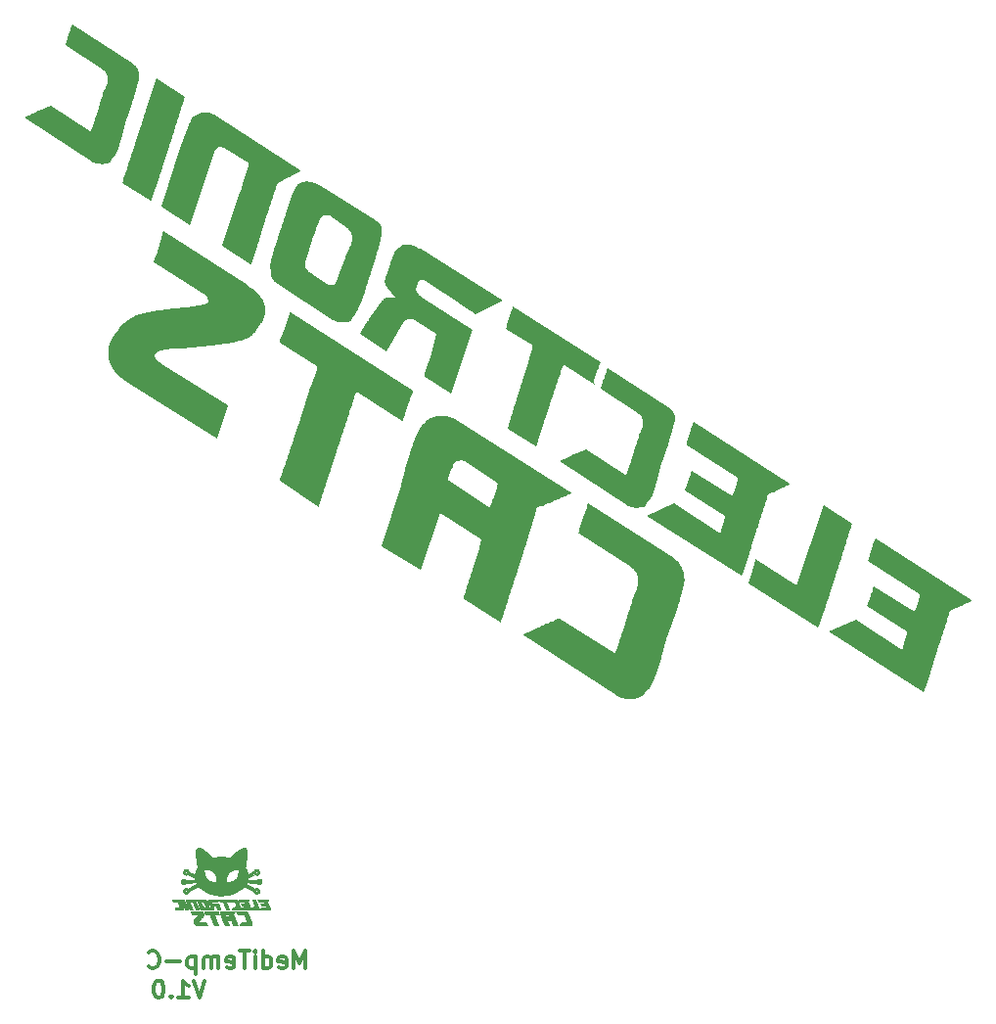
<source format=gbr>
G04 #@! TF.GenerationSoftware,KiCad,Pcbnew,(5.1.5)-3*
G04 #@! TF.CreationDate,2020-07-15T20:50:45-05:00*
G04 #@! TF.ProjectId,MaquinaCovid,4d617175-696e-4614-936f-7669642e6b69,rev?*
G04 #@! TF.SameCoordinates,Original*
G04 #@! TF.FileFunction,Legend,Bot*
G04 #@! TF.FilePolarity,Positive*
%FSLAX46Y46*%
G04 Gerber Fmt 4.6, Leading zero omitted, Abs format (unit mm)*
G04 Created by KiCad (PCBNEW (5.1.5)-3) date 2020-07-15 20:50:45*
%MOMM*%
%LPD*%
G04 APERTURE LIST*
%ADD10C,0.300000*%
%ADD11C,0.010000*%
%ADD12C,0.100000*%
G04 APERTURE END LIST*
D10*
X121385714Y-130828571D02*
X120885714Y-132328571D01*
X120385714Y-130828571D01*
X119100000Y-132328571D02*
X119957142Y-132328571D01*
X119528571Y-132328571D02*
X119528571Y-130828571D01*
X119671428Y-131042857D01*
X119814285Y-131185714D01*
X119957142Y-131257142D01*
X118457142Y-132185714D02*
X118385714Y-132257142D01*
X118457142Y-132328571D01*
X118528571Y-132257142D01*
X118457142Y-132185714D01*
X118457142Y-132328571D01*
X117457142Y-130828571D02*
X117314285Y-130828571D01*
X117171428Y-130900000D01*
X117100000Y-130971428D01*
X117028571Y-131114285D01*
X116957142Y-131400000D01*
X116957142Y-131757142D01*
X117028571Y-132042857D01*
X117100000Y-132185714D01*
X117171428Y-132257142D01*
X117314285Y-132328571D01*
X117457142Y-132328571D01*
X117600000Y-132257142D01*
X117671428Y-132185714D01*
X117742857Y-132042857D01*
X117814285Y-131757142D01*
X117814285Y-131400000D01*
X117742857Y-131114285D01*
X117671428Y-130971428D01*
X117600000Y-130900000D01*
X117457142Y-130828571D01*
X130071428Y-129778571D02*
X130071428Y-128278571D01*
X129571428Y-129350000D01*
X129071428Y-128278571D01*
X129071428Y-129778571D01*
X127785714Y-129707142D02*
X127928571Y-129778571D01*
X128214285Y-129778571D01*
X128357142Y-129707142D01*
X128428571Y-129564285D01*
X128428571Y-128992857D01*
X128357142Y-128850000D01*
X128214285Y-128778571D01*
X127928571Y-128778571D01*
X127785714Y-128850000D01*
X127714285Y-128992857D01*
X127714285Y-129135714D01*
X128428571Y-129278571D01*
X126428571Y-129778571D02*
X126428571Y-128278571D01*
X126428571Y-129707142D02*
X126571428Y-129778571D01*
X126857142Y-129778571D01*
X127000000Y-129707142D01*
X127071428Y-129635714D01*
X127142857Y-129492857D01*
X127142857Y-129064285D01*
X127071428Y-128921428D01*
X127000000Y-128850000D01*
X126857142Y-128778571D01*
X126571428Y-128778571D01*
X126428571Y-128850000D01*
X125714285Y-129778571D02*
X125714285Y-128778571D01*
X125714285Y-128278571D02*
X125785714Y-128350000D01*
X125714285Y-128421428D01*
X125642857Y-128350000D01*
X125714285Y-128278571D01*
X125714285Y-128421428D01*
X125214285Y-128278571D02*
X124357142Y-128278571D01*
X124785714Y-129778571D02*
X124785714Y-128278571D01*
X123285714Y-129707142D02*
X123428571Y-129778571D01*
X123714285Y-129778571D01*
X123857142Y-129707142D01*
X123928571Y-129564285D01*
X123928571Y-128992857D01*
X123857142Y-128850000D01*
X123714285Y-128778571D01*
X123428571Y-128778571D01*
X123285714Y-128850000D01*
X123214285Y-128992857D01*
X123214285Y-129135714D01*
X123928571Y-129278571D01*
X122571428Y-129778571D02*
X122571428Y-128778571D01*
X122571428Y-128921428D02*
X122500000Y-128850000D01*
X122357142Y-128778571D01*
X122142857Y-128778571D01*
X122000000Y-128850000D01*
X121928571Y-128992857D01*
X121928571Y-129778571D01*
X121928571Y-128992857D02*
X121857142Y-128850000D01*
X121714285Y-128778571D01*
X121500000Y-128778571D01*
X121357142Y-128850000D01*
X121285714Y-128992857D01*
X121285714Y-129778571D01*
X120571428Y-128778571D02*
X120571428Y-130278571D01*
X120571428Y-128850000D02*
X120428571Y-128778571D01*
X120142857Y-128778571D01*
X120000000Y-128850000D01*
X119928571Y-128921428D01*
X119857142Y-129064285D01*
X119857142Y-129492857D01*
X119928571Y-129635714D01*
X120000000Y-129707142D01*
X120142857Y-129778571D01*
X120428571Y-129778571D01*
X120571428Y-129707142D01*
X119214285Y-129207142D02*
X118071428Y-129207142D01*
X116500000Y-129635714D02*
X116571428Y-129707142D01*
X116785714Y-129778571D01*
X116928571Y-129778571D01*
X117142857Y-129707142D01*
X117285714Y-129564285D01*
X117357142Y-129421428D01*
X117428571Y-129135714D01*
X117428571Y-128921428D01*
X117357142Y-128635714D01*
X117285714Y-128492857D01*
X117142857Y-128350000D01*
X116928571Y-128278571D01*
X116785714Y-128278571D01*
X116571428Y-128350000D01*
X116500000Y-128421428D01*
D11*
G36*
X124311952Y-124834469D02*
G01*
X124257322Y-124834584D01*
X124208721Y-124834798D01*
X124167028Y-124835106D01*
X124133123Y-124835503D01*
X124107886Y-124835985D01*
X124092197Y-124836546D01*
X124086933Y-124837166D01*
X124088907Y-124844025D01*
X124094337Y-124859457D01*
X124102488Y-124881556D01*
X124112625Y-124908412D01*
X124124012Y-124938118D01*
X124135914Y-124968766D01*
X124147595Y-124998447D01*
X124158321Y-125025254D01*
X124167355Y-125047279D01*
X124173007Y-125060481D01*
X124189770Y-125098273D01*
X124450207Y-125099992D01*
X124511234Y-125100408D01*
X124562016Y-125100814D01*
X124603600Y-125101261D01*
X124637031Y-125101800D01*
X124663353Y-125102483D01*
X124683612Y-125103360D01*
X124698852Y-125104484D01*
X124710119Y-125105905D01*
X124718458Y-125107675D01*
X124724914Y-125109846D01*
X124730531Y-125112467D01*
X124733222Y-125113894D01*
X124756584Y-125129106D01*
X124776812Y-125148526D01*
X124795034Y-125173783D01*
X124812374Y-125206510D01*
X124829956Y-125248336D01*
X124834811Y-125261185D01*
X124842642Y-125281822D01*
X124854060Y-125311251D01*
X124868405Y-125347803D01*
X124885019Y-125389812D01*
X124903240Y-125435608D01*
X124922411Y-125483525D01*
X124941384Y-125530688D01*
X124959759Y-125576395D01*
X124976890Y-125619310D01*
X124992288Y-125658193D01*
X125005469Y-125691804D01*
X125015947Y-125718901D01*
X125023235Y-125738245D01*
X125026848Y-125748595D01*
X125027072Y-125749411D01*
X125030780Y-125764933D01*
X124528641Y-125764933D01*
X124473661Y-125882055D01*
X124457155Y-125917406D01*
X124441663Y-125950935D01*
X124428047Y-125980746D01*
X124417171Y-126004946D01*
X124409898Y-126021640D01*
X124408112Y-126025988D01*
X124397543Y-126052800D01*
X124864538Y-126052550D01*
X124948085Y-126052497D01*
X125021092Y-126052423D01*
X125084306Y-126052311D01*
X125138477Y-126052143D01*
X125184352Y-126051902D01*
X125222681Y-126051572D01*
X125254211Y-126051135D01*
X125279691Y-126050574D01*
X125299869Y-126049872D01*
X125315493Y-126049012D01*
X125327313Y-126047977D01*
X125336076Y-126046749D01*
X125342531Y-126045313D01*
X125347426Y-126043650D01*
X125351510Y-126041743D01*
X125352122Y-126041423D01*
X125381872Y-126019531D01*
X125405320Y-125989458D01*
X125421536Y-125952954D01*
X125429586Y-125911767D01*
X125430311Y-125894633D01*
X125428535Y-125869238D01*
X125423056Y-125838459D01*
X125413648Y-125801603D01*
X125400085Y-125757977D01*
X125382140Y-125706886D01*
X125359587Y-125647637D01*
X125332201Y-125579535D01*
X125310929Y-125528358D01*
X125294754Y-125489239D01*
X125276975Y-125445214D01*
X125259384Y-125400785D01*
X125243774Y-125360451D01*
X125238575Y-125346709D01*
X125213265Y-125280405D01*
X125187347Y-125214678D01*
X125161711Y-125151694D01*
X125137250Y-125093617D01*
X125114854Y-125042615D01*
X125101271Y-125013103D01*
X125072730Y-124960395D01*
X125041285Y-124917763D01*
X125005995Y-124884165D01*
X124965919Y-124858560D01*
X124958286Y-124854796D01*
X124919489Y-124836422D01*
X124503211Y-124834772D01*
X124435776Y-124834558D01*
X124371730Y-124834459D01*
X124311952Y-124834469D01*
G37*
X124311952Y-124834469D02*
X124257322Y-124834584D01*
X124208721Y-124834798D01*
X124167028Y-124835106D01*
X124133123Y-124835503D01*
X124107886Y-124835985D01*
X124092197Y-124836546D01*
X124086933Y-124837166D01*
X124088907Y-124844025D01*
X124094337Y-124859457D01*
X124102488Y-124881556D01*
X124112625Y-124908412D01*
X124124012Y-124938118D01*
X124135914Y-124968766D01*
X124147595Y-124998447D01*
X124158321Y-125025254D01*
X124167355Y-125047279D01*
X124173007Y-125060481D01*
X124189770Y-125098273D01*
X124450207Y-125099992D01*
X124511234Y-125100408D01*
X124562016Y-125100814D01*
X124603600Y-125101261D01*
X124637031Y-125101800D01*
X124663353Y-125102483D01*
X124683612Y-125103360D01*
X124698852Y-125104484D01*
X124710119Y-125105905D01*
X124718458Y-125107675D01*
X124724914Y-125109846D01*
X124730531Y-125112467D01*
X124733222Y-125113894D01*
X124756584Y-125129106D01*
X124776812Y-125148526D01*
X124795034Y-125173783D01*
X124812374Y-125206510D01*
X124829956Y-125248336D01*
X124834811Y-125261185D01*
X124842642Y-125281822D01*
X124854060Y-125311251D01*
X124868405Y-125347803D01*
X124885019Y-125389812D01*
X124903240Y-125435608D01*
X124922411Y-125483525D01*
X124941384Y-125530688D01*
X124959759Y-125576395D01*
X124976890Y-125619310D01*
X124992288Y-125658193D01*
X125005469Y-125691804D01*
X125015947Y-125718901D01*
X125023235Y-125738245D01*
X125026848Y-125748595D01*
X125027072Y-125749411D01*
X125030780Y-125764933D01*
X124528641Y-125764933D01*
X124473661Y-125882055D01*
X124457155Y-125917406D01*
X124441663Y-125950935D01*
X124428047Y-125980746D01*
X124417171Y-126004946D01*
X124409898Y-126021640D01*
X124408112Y-126025988D01*
X124397543Y-126052800D01*
X124864538Y-126052550D01*
X124948085Y-126052497D01*
X125021092Y-126052423D01*
X125084306Y-126052311D01*
X125138477Y-126052143D01*
X125184352Y-126051902D01*
X125222681Y-126051572D01*
X125254211Y-126051135D01*
X125279691Y-126050574D01*
X125299869Y-126049872D01*
X125315493Y-126049012D01*
X125327313Y-126047977D01*
X125336076Y-126046749D01*
X125342531Y-126045313D01*
X125347426Y-126043650D01*
X125351510Y-126041743D01*
X125352122Y-126041423D01*
X125381872Y-126019531D01*
X125405320Y-125989458D01*
X125421536Y-125952954D01*
X125429586Y-125911767D01*
X125430311Y-125894633D01*
X125428535Y-125869238D01*
X125423056Y-125838459D01*
X125413648Y-125801603D01*
X125400085Y-125757977D01*
X125382140Y-125706886D01*
X125359587Y-125647637D01*
X125332201Y-125579535D01*
X125310929Y-125528358D01*
X125294754Y-125489239D01*
X125276975Y-125445214D01*
X125259384Y-125400785D01*
X125243774Y-125360451D01*
X125238575Y-125346709D01*
X125213265Y-125280405D01*
X125187347Y-125214678D01*
X125161711Y-125151694D01*
X125137250Y-125093617D01*
X125114854Y-125042615D01*
X125101271Y-125013103D01*
X125072730Y-124960395D01*
X125041285Y-124917763D01*
X125005995Y-124884165D01*
X124965919Y-124858560D01*
X124958286Y-124854796D01*
X124919489Y-124836422D01*
X124503211Y-124834772D01*
X124435776Y-124834558D01*
X124371730Y-124834459D01*
X124311952Y-124834469D01*
G36*
X123558396Y-124834512D02*
G01*
X123468554Y-124834699D01*
X123394078Y-124834912D01*
X123302210Y-124835213D01*
X123220943Y-124835513D01*
X123149591Y-124835826D01*
X123087464Y-124836166D01*
X123033876Y-124836545D01*
X122988139Y-124836978D01*
X122949566Y-124837477D01*
X122917469Y-124838056D01*
X122891160Y-124838729D01*
X122869952Y-124839509D01*
X122853158Y-124840410D01*
X122840089Y-124841445D01*
X122830058Y-124842628D01*
X122822378Y-124843971D01*
X122816362Y-124845490D01*
X122813865Y-124846284D01*
X122777561Y-124864287D01*
X122747594Y-124890922D01*
X122724921Y-124924894D01*
X122710498Y-124964910D01*
X122706143Y-124991918D01*
X122705513Y-125013724D01*
X122707573Y-125038488D01*
X122712587Y-125067055D01*
X122720824Y-125100274D01*
X122732547Y-125138988D01*
X122748022Y-125184046D01*
X122767517Y-125236293D01*
X122791295Y-125296575D01*
X122819624Y-125365738D01*
X122835423Y-125403546D01*
X122848183Y-125434323D01*
X122864329Y-125473910D01*
X122883174Y-125520588D01*
X122904030Y-125572640D01*
X122926212Y-125628347D01*
X122949031Y-125685991D01*
X122971802Y-125743853D01*
X122988885Y-125787511D01*
X123091302Y-126049977D01*
X123273029Y-126051467D01*
X123328061Y-126051747D01*
X123373708Y-126051616D01*
X123409582Y-126051083D01*
X123435294Y-126050157D01*
X123450453Y-126048847D01*
X123454756Y-126047387D01*
X123452752Y-126041110D01*
X123447025Y-126025444D01*
X123438001Y-126001501D01*
X123426105Y-125970391D01*
X123411763Y-125933223D01*
X123395402Y-125891109D01*
X123377446Y-125845159D01*
X123366513Y-125817297D01*
X123347726Y-125769431D01*
X123330179Y-125724594D01*
X123314314Y-125683926D01*
X123300573Y-125648565D01*
X123289397Y-125619652D01*
X123281230Y-125598324D01*
X123276513Y-125585722D01*
X123275543Y-125582900D01*
X123275390Y-125580223D01*
X123277298Y-125578077D01*
X123282369Y-125576404D01*
X123291702Y-125575146D01*
X123306399Y-125574243D01*
X123327559Y-125573638D01*
X123356284Y-125573272D01*
X123393673Y-125573088D01*
X123440827Y-125573025D01*
X123461801Y-125573022D01*
X123650785Y-125573022D01*
X123682147Y-125647811D01*
X123693122Y-125674256D01*
X123707257Y-125708736D01*
X123723555Y-125748791D01*
X123741017Y-125791961D01*
X123758644Y-125835785D01*
X123770726Y-125865987D01*
X123786366Y-125904964D01*
X123801209Y-125941542D01*
X123814579Y-125974091D01*
X123825802Y-126000981D01*
X123834204Y-126020583D01*
X123839019Y-126031087D01*
X123850096Y-126052800D01*
X124027782Y-126052800D01*
X124083252Y-126052620D01*
X124128714Y-126052088D01*
X124163898Y-126051212D01*
X124188536Y-126050001D01*
X124202359Y-126048463D01*
X124205467Y-126047110D01*
X124203423Y-126041084D01*
X124197541Y-126025526D01*
X124188197Y-126001380D01*
X124175767Y-125969587D01*
X124160626Y-125931091D01*
X124143150Y-125886833D01*
X124123714Y-125837755D01*
X124102694Y-125784801D01*
X124080466Y-125728912D01*
X124057405Y-125671030D01*
X124033886Y-125612098D01*
X124010286Y-125553059D01*
X123986980Y-125494854D01*
X123964343Y-125438426D01*
X123942751Y-125384717D01*
X123922581Y-125334669D01*
X123911751Y-125307883D01*
X123545026Y-125307883D01*
X123354547Y-125306397D01*
X123164067Y-125304911D01*
X123146131Y-125268222D01*
X123135166Y-125243332D01*
X123123986Y-125214029D01*
X123115429Y-125188002D01*
X123109109Y-125164971D01*
X123106297Y-125149677D01*
X123106699Y-125139226D01*
X123109718Y-125131291D01*
X123114536Y-125122989D01*
X123119973Y-125116398D01*
X123127319Y-125111303D01*
X123137864Y-125107490D01*
X123152898Y-125104743D01*
X123173710Y-125102849D01*
X123201592Y-125101592D01*
X123237831Y-125100759D01*
X123283720Y-125100135D01*
X123298007Y-125099973D01*
X123454525Y-125098236D01*
X123465891Y-125116907D01*
X123474267Y-125132917D01*
X123485776Y-125158318D01*
X123499878Y-125191828D01*
X123516030Y-125232163D01*
X123531603Y-125272530D01*
X123545026Y-125307883D01*
X123911751Y-125307883D01*
X123904206Y-125289225D01*
X123888003Y-125249328D01*
X123874348Y-125215918D01*
X123868503Y-125201723D01*
X123825872Y-125098535D01*
X123885847Y-124972203D01*
X123902384Y-124937124D01*
X123917174Y-124905275D01*
X123929559Y-124878116D01*
X123938878Y-124857109D01*
X123944470Y-124843712D01*
X123945822Y-124839525D01*
X123942579Y-124838408D01*
X123932569Y-124837437D01*
X123915370Y-124836609D01*
X123890564Y-124835920D01*
X123857729Y-124835366D01*
X123816444Y-124834945D01*
X123766289Y-124834653D01*
X123706843Y-124834485D01*
X123637685Y-124834440D01*
X123558396Y-124834512D01*
G37*
X123558396Y-124834512D02*
X123468554Y-124834699D01*
X123394078Y-124834912D01*
X123302210Y-124835213D01*
X123220943Y-124835513D01*
X123149591Y-124835826D01*
X123087464Y-124836166D01*
X123033876Y-124836545D01*
X122988139Y-124836978D01*
X122949566Y-124837477D01*
X122917469Y-124838056D01*
X122891160Y-124838729D01*
X122869952Y-124839509D01*
X122853158Y-124840410D01*
X122840089Y-124841445D01*
X122830058Y-124842628D01*
X122822378Y-124843971D01*
X122816362Y-124845490D01*
X122813865Y-124846284D01*
X122777561Y-124864287D01*
X122747594Y-124890922D01*
X122724921Y-124924894D01*
X122710498Y-124964910D01*
X122706143Y-124991918D01*
X122705513Y-125013724D01*
X122707573Y-125038488D01*
X122712587Y-125067055D01*
X122720824Y-125100274D01*
X122732547Y-125138988D01*
X122748022Y-125184046D01*
X122767517Y-125236293D01*
X122791295Y-125296575D01*
X122819624Y-125365738D01*
X122835423Y-125403546D01*
X122848183Y-125434323D01*
X122864329Y-125473910D01*
X122883174Y-125520588D01*
X122904030Y-125572640D01*
X122926212Y-125628347D01*
X122949031Y-125685991D01*
X122971802Y-125743853D01*
X122988885Y-125787511D01*
X123091302Y-126049977D01*
X123273029Y-126051467D01*
X123328061Y-126051747D01*
X123373708Y-126051616D01*
X123409582Y-126051083D01*
X123435294Y-126050157D01*
X123450453Y-126048847D01*
X123454756Y-126047387D01*
X123452752Y-126041110D01*
X123447025Y-126025444D01*
X123438001Y-126001501D01*
X123426105Y-125970391D01*
X123411763Y-125933223D01*
X123395402Y-125891109D01*
X123377446Y-125845159D01*
X123366513Y-125817297D01*
X123347726Y-125769431D01*
X123330179Y-125724594D01*
X123314314Y-125683926D01*
X123300573Y-125648565D01*
X123289397Y-125619652D01*
X123281230Y-125598324D01*
X123276513Y-125585722D01*
X123275543Y-125582900D01*
X123275390Y-125580223D01*
X123277298Y-125578077D01*
X123282369Y-125576404D01*
X123291702Y-125575146D01*
X123306399Y-125574243D01*
X123327559Y-125573638D01*
X123356284Y-125573272D01*
X123393673Y-125573088D01*
X123440827Y-125573025D01*
X123461801Y-125573022D01*
X123650785Y-125573022D01*
X123682147Y-125647811D01*
X123693122Y-125674256D01*
X123707257Y-125708736D01*
X123723555Y-125748791D01*
X123741017Y-125791961D01*
X123758644Y-125835785D01*
X123770726Y-125865987D01*
X123786366Y-125904964D01*
X123801209Y-125941542D01*
X123814579Y-125974091D01*
X123825802Y-126000981D01*
X123834204Y-126020583D01*
X123839019Y-126031087D01*
X123850096Y-126052800D01*
X124027782Y-126052800D01*
X124083252Y-126052620D01*
X124128714Y-126052088D01*
X124163898Y-126051212D01*
X124188536Y-126050001D01*
X124202359Y-126048463D01*
X124205467Y-126047110D01*
X124203423Y-126041084D01*
X124197541Y-126025526D01*
X124188197Y-126001380D01*
X124175767Y-125969587D01*
X124160626Y-125931091D01*
X124143150Y-125886833D01*
X124123714Y-125837755D01*
X124102694Y-125784801D01*
X124080466Y-125728912D01*
X124057405Y-125671030D01*
X124033886Y-125612098D01*
X124010286Y-125553059D01*
X123986980Y-125494854D01*
X123964343Y-125438426D01*
X123942751Y-125384717D01*
X123922581Y-125334669D01*
X123911751Y-125307883D01*
X123545026Y-125307883D01*
X123354547Y-125306397D01*
X123164067Y-125304911D01*
X123146131Y-125268222D01*
X123135166Y-125243332D01*
X123123986Y-125214029D01*
X123115429Y-125188002D01*
X123109109Y-125164971D01*
X123106297Y-125149677D01*
X123106699Y-125139226D01*
X123109718Y-125131291D01*
X123114536Y-125122989D01*
X123119973Y-125116398D01*
X123127319Y-125111303D01*
X123137864Y-125107490D01*
X123152898Y-125104743D01*
X123173710Y-125102849D01*
X123201592Y-125101592D01*
X123237831Y-125100759D01*
X123283720Y-125100135D01*
X123298007Y-125099973D01*
X123454525Y-125098236D01*
X123465891Y-125116907D01*
X123474267Y-125132917D01*
X123485776Y-125158318D01*
X123499878Y-125191828D01*
X123516030Y-125232163D01*
X123531603Y-125272530D01*
X123545026Y-125307883D01*
X123911751Y-125307883D01*
X123904206Y-125289225D01*
X123888003Y-125249328D01*
X123874348Y-125215918D01*
X123868503Y-125201723D01*
X123825872Y-125098535D01*
X123885847Y-124972203D01*
X123902384Y-124937124D01*
X123917174Y-124905275D01*
X123929559Y-124878116D01*
X123938878Y-124857109D01*
X123944470Y-124843712D01*
X123945822Y-124839525D01*
X123942579Y-124838408D01*
X123932569Y-124837437D01*
X123915370Y-124836609D01*
X123890564Y-124835920D01*
X123857729Y-124835366D01*
X123816444Y-124834945D01*
X123766289Y-124834653D01*
X123706843Y-124834485D01*
X123637685Y-124834440D01*
X123558396Y-124834512D01*
G36*
X121794626Y-124833101D02*
G01*
X121727168Y-124833233D01*
X121662171Y-124833459D01*
X121600548Y-124833780D01*
X121543214Y-124834198D01*
X121491083Y-124834713D01*
X121445070Y-124835326D01*
X121406088Y-124836038D01*
X121375053Y-124836850D01*
X121352877Y-124837762D01*
X121340476Y-124838777D01*
X121338089Y-124839498D01*
X121340045Y-124846219D01*
X121345538Y-124861933D01*
X121354007Y-124885116D01*
X121364889Y-124914244D01*
X121377622Y-124947792D01*
X121386972Y-124972143D01*
X121435855Y-125098888D01*
X121789454Y-125098888D01*
X121804546Y-125128522D01*
X121811907Y-125144315D01*
X121822085Y-125167989D01*
X121833958Y-125196847D01*
X121846404Y-125228188D01*
X121852061Y-125242822D01*
X121866198Y-125279324D01*
X121881958Y-125319348D01*
X121897592Y-125358488D01*
X121911350Y-125392339D01*
X121913705Y-125398044D01*
X121921425Y-125416927D01*
X121932779Y-125445035D01*
X121947256Y-125481092D01*
X121964348Y-125523824D01*
X121983545Y-125571953D01*
X122004339Y-125624203D01*
X122026219Y-125679300D01*
X122048676Y-125735967D01*
X122057905Y-125759288D01*
X122172884Y-126049977D01*
X122545466Y-126052951D01*
X122539970Y-126037353D01*
X122537087Y-126029863D01*
X122530322Y-126012678D01*
X122519989Y-125986583D01*
X122506401Y-125952364D01*
X122489871Y-125910807D01*
X122470710Y-125862698D01*
X122449233Y-125808822D01*
X122425752Y-125749965D01*
X122400581Y-125686912D01*
X122374031Y-125620449D01*
X122351690Y-125564555D01*
X122324425Y-125496237D01*
X122298450Y-125430915D01*
X122274060Y-125369347D01*
X122251553Y-125312294D01*
X122231225Y-125260515D01*
X122213373Y-125214770D01*
X122198293Y-125175819D01*
X122186283Y-125144422D01*
X122177638Y-125121338D01*
X122172655Y-125107327D01*
X122171519Y-125103122D01*
X122177569Y-125102149D01*
X122193628Y-125101255D01*
X122218413Y-125100466D01*
X122250643Y-125099809D01*
X122289039Y-125099309D01*
X122332318Y-125098994D01*
X122377380Y-125098888D01*
X122580628Y-125098888D01*
X122576769Y-125086188D01*
X122574010Y-125078292D01*
X122567965Y-125061676D01*
X122559324Y-125038190D01*
X122548773Y-125009682D01*
X122537000Y-124978001D01*
X122524693Y-124944993D01*
X122512539Y-124912509D01*
X122501227Y-124882394D01*
X122491444Y-124856499D01*
X122485407Y-124840655D01*
X122479498Y-124839562D01*
X122463251Y-124838550D01*
X122437579Y-124837620D01*
X122403396Y-124836774D01*
X122361617Y-124836013D01*
X122313156Y-124835336D01*
X122258927Y-124834746D01*
X122199845Y-124834242D01*
X122136824Y-124833827D01*
X122070777Y-124833500D01*
X122002620Y-124833263D01*
X121933266Y-124833117D01*
X121863630Y-124833063D01*
X121794626Y-124833101D01*
G37*
X121794626Y-124833101D02*
X121727168Y-124833233D01*
X121662171Y-124833459D01*
X121600548Y-124833780D01*
X121543214Y-124834198D01*
X121491083Y-124834713D01*
X121445070Y-124835326D01*
X121406088Y-124836038D01*
X121375053Y-124836850D01*
X121352877Y-124837762D01*
X121340476Y-124838777D01*
X121338089Y-124839498D01*
X121340045Y-124846219D01*
X121345538Y-124861933D01*
X121354007Y-124885116D01*
X121364889Y-124914244D01*
X121377622Y-124947792D01*
X121386972Y-124972143D01*
X121435855Y-125098888D01*
X121789454Y-125098888D01*
X121804546Y-125128522D01*
X121811907Y-125144315D01*
X121822085Y-125167989D01*
X121833958Y-125196847D01*
X121846404Y-125228188D01*
X121852061Y-125242822D01*
X121866198Y-125279324D01*
X121881958Y-125319348D01*
X121897592Y-125358488D01*
X121911350Y-125392339D01*
X121913705Y-125398044D01*
X121921425Y-125416927D01*
X121932779Y-125445035D01*
X121947256Y-125481092D01*
X121964348Y-125523824D01*
X121983545Y-125571953D01*
X122004339Y-125624203D01*
X122026219Y-125679300D01*
X122048676Y-125735967D01*
X122057905Y-125759288D01*
X122172884Y-126049977D01*
X122545466Y-126052951D01*
X122539970Y-126037353D01*
X122537087Y-126029863D01*
X122530322Y-126012678D01*
X122519989Y-125986583D01*
X122506401Y-125952364D01*
X122489871Y-125910807D01*
X122470710Y-125862698D01*
X122449233Y-125808822D01*
X122425752Y-125749965D01*
X122400581Y-125686912D01*
X122374031Y-125620449D01*
X122351690Y-125564555D01*
X122324425Y-125496237D01*
X122298450Y-125430915D01*
X122274060Y-125369347D01*
X122251553Y-125312294D01*
X122231225Y-125260515D01*
X122213373Y-125214770D01*
X122198293Y-125175819D01*
X122186283Y-125144422D01*
X122177638Y-125121338D01*
X122172655Y-125107327D01*
X122171519Y-125103122D01*
X122177569Y-125102149D01*
X122193628Y-125101255D01*
X122218413Y-125100466D01*
X122250643Y-125099809D01*
X122289039Y-125099309D01*
X122332318Y-125098994D01*
X122377380Y-125098888D01*
X122580628Y-125098888D01*
X122576769Y-125086188D01*
X122574010Y-125078292D01*
X122567965Y-125061676D01*
X122559324Y-125038190D01*
X122548773Y-125009682D01*
X122537000Y-124978001D01*
X122524693Y-124944993D01*
X122512539Y-124912509D01*
X122501227Y-124882394D01*
X122491444Y-124856499D01*
X122485407Y-124840655D01*
X122479498Y-124839562D01*
X122463251Y-124838550D01*
X122437579Y-124837620D01*
X122403396Y-124836774D01*
X122361617Y-124836013D01*
X122313156Y-124835336D01*
X122258927Y-124834746D01*
X122199845Y-124834242D01*
X122136824Y-124833827D01*
X122070777Y-124833500D01*
X122002620Y-124833263D01*
X121933266Y-124833117D01*
X121863630Y-124833063D01*
X121794626Y-124833101D01*
G36*
X120351282Y-124834699D02*
G01*
X120301118Y-124834872D01*
X120257775Y-124835141D01*
X120222116Y-124835501D01*
X120195004Y-124835947D01*
X120177301Y-124836477D01*
X120169869Y-124837084D01*
X120169689Y-124837201D01*
X120171690Y-124843399D01*
X120177296Y-124858536D01*
X120185917Y-124881072D01*
X120196960Y-124909467D01*
X120209833Y-124942181D01*
X120216978Y-124960198D01*
X120230780Y-124994975D01*
X120243293Y-125026623D01*
X120253871Y-125053502D01*
X120261869Y-125073970D01*
X120266642Y-125086386D01*
X120267601Y-125089011D01*
X120269004Y-125091373D01*
X120272127Y-125093327D01*
X120277957Y-125094912D01*
X120287478Y-125096166D01*
X120301677Y-125097127D01*
X120321537Y-125097835D01*
X120348045Y-125098327D01*
X120382187Y-125098642D01*
X120424946Y-125098818D01*
X120477309Y-125098895D01*
X120520879Y-125098909D01*
X120580702Y-125098936D01*
X120630288Y-125099033D01*
X120670686Y-125099244D01*
X120702947Y-125099611D01*
X120728123Y-125100177D01*
X120747263Y-125100985D01*
X120761419Y-125102077D01*
X120771641Y-125103497D01*
X120778981Y-125105286D01*
X120784488Y-125107489D01*
X120788663Y-125109809D01*
X120801651Y-125119648D01*
X120808941Y-125130579D01*
X120810089Y-125143428D01*
X120804652Y-125159019D01*
X120792188Y-125178176D01*
X120772254Y-125201723D01*
X120744406Y-125230485D01*
X120708202Y-125265286D01*
X120701984Y-125271115D01*
X120654200Y-125316648D01*
X120609356Y-125361052D01*
X120568603Y-125403113D01*
X120533088Y-125441615D01*
X120503963Y-125475346D01*
X120482378Y-125503089D01*
X120482343Y-125503137D01*
X120458467Y-125544299D01*
X120439723Y-125592812D01*
X120427229Y-125645471D01*
X120423844Y-125670642D01*
X120421671Y-125720326D01*
X120424563Y-125771146D01*
X120432053Y-125820341D01*
X120443673Y-125865147D01*
X120458954Y-125902802D01*
X120465044Y-125913721D01*
X120489216Y-125945840D01*
X120520644Y-125976773D01*
X120555523Y-126003086D01*
X120578856Y-126016387D01*
X120591948Y-126022798D01*
X120603782Y-126028409D01*
X120615167Y-126033274D01*
X120626914Y-126037445D01*
X120639833Y-126040976D01*
X120654734Y-126043921D01*
X120672429Y-126046332D01*
X120693728Y-126048262D01*
X120719440Y-126049766D01*
X120750377Y-126050895D01*
X120787349Y-126051704D01*
X120831166Y-126052246D01*
X120882638Y-126052573D01*
X120942577Y-126052739D01*
X121011792Y-126052797D01*
X121091094Y-126052801D01*
X121133253Y-126052800D01*
X121205318Y-126052739D01*
X121273432Y-126052563D01*
X121336799Y-126052280D01*
X121394621Y-126051899D01*
X121446102Y-126051428D01*
X121490448Y-126050878D01*
X121526860Y-126050255D01*
X121554544Y-126049570D01*
X121572703Y-126048831D01*
X121580540Y-126048046D01*
X121580800Y-126047872D01*
X121578848Y-126041476D01*
X121573348Y-126026001D01*
X121564838Y-126002889D01*
X121553855Y-125973587D01*
X121540934Y-125939537D01*
X121527833Y-125905349D01*
X121474866Y-125767755D01*
X121147989Y-125764933D01*
X121078693Y-125764315D01*
X121019793Y-125763731D01*
X120970395Y-125763145D01*
X120929607Y-125762526D01*
X120896536Y-125761838D01*
X120870288Y-125761047D01*
X120849971Y-125760121D01*
X120834692Y-125759024D01*
X120823557Y-125757723D01*
X120815674Y-125756184D01*
X120810150Y-125754374D01*
X120806091Y-125752258D01*
X120805588Y-125751934D01*
X120790815Y-125739945D01*
X120782780Y-125726989D01*
X120781863Y-125712156D01*
X120788444Y-125694535D01*
X120802906Y-125673217D01*
X120825628Y-125647290D01*
X120856993Y-125615846D01*
X120866241Y-125607004D01*
X120888898Y-125585292D01*
X120917639Y-125557429D01*
X120950581Y-125525258D01*
X120985840Y-125490624D01*
X121021533Y-125455373D01*
X121053558Y-125423559D01*
X121091926Y-125385015D01*
X121122960Y-125353100D01*
X121147598Y-125326766D01*
X121166783Y-125304965D01*
X121181454Y-125286650D01*
X121192553Y-125270771D01*
X121196615Y-125264170D01*
X121219151Y-125220884D01*
X121233479Y-125180088D01*
X121240706Y-125137894D01*
X121242133Y-125104308D01*
X121238400Y-125044410D01*
X121226999Y-124992628D01*
X121207631Y-124948523D01*
X121179999Y-124911657D01*
X121143802Y-124881593D01*
X121098742Y-124857893D01*
X121065711Y-124846046D01*
X121059063Y-124844331D01*
X121050495Y-124842830D01*
X121039230Y-124841522D01*
X121024491Y-124840390D01*
X121005500Y-124839416D01*
X120981479Y-124838580D01*
X120951650Y-124837865D01*
X120915237Y-124837252D01*
X120871462Y-124836722D01*
X120819546Y-124836256D01*
X120758712Y-124835838D01*
X120688183Y-124835447D01*
X120607182Y-124835065D01*
X120602900Y-124835046D01*
X120534076Y-124834795D01*
X120468624Y-124834656D01*
X120407404Y-124834626D01*
X120351282Y-124834699D01*
G37*
X120351282Y-124834699D02*
X120301118Y-124834872D01*
X120257775Y-124835141D01*
X120222116Y-124835501D01*
X120195004Y-124835947D01*
X120177301Y-124836477D01*
X120169869Y-124837084D01*
X120169689Y-124837201D01*
X120171690Y-124843399D01*
X120177296Y-124858536D01*
X120185917Y-124881072D01*
X120196960Y-124909467D01*
X120209833Y-124942181D01*
X120216978Y-124960198D01*
X120230780Y-124994975D01*
X120243293Y-125026623D01*
X120253871Y-125053502D01*
X120261869Y-125073970D01*
X120266642Y-125086386D01*
X120267601Y-125089011D01*
X120269004Y-125091373D01*
X120272127Y-125093327D01*
X120277957Y-125094912D01*
X120287478Y-125096166D01*
X120301677Y-125097127D01*
X120321537Y-125097835D01*
X120348045Y-125098327D01*
X120382187Y-125098642D01*
X120424946Y-125098818D01*
X120477309Y-125098895D01*
X120520879Y-125098909D01*
X120580702Y-125098936D01*
X120630288Y-125099033D01*
X120670686Y-125099244D01*
X120702947Y-125099611D01*
X120728123Y-125100177D01*
X120747263Y-125100985D01*
X120761419Y-125102077D01*
X120771641Y-125103497D01*
X120778981Y-125105286D01*
X120784488Y-125107489D01*
X120788663Y-125109809D01*
X120801651Y-125119648D01*
X120808941Y-125130579D01*
X120810089Y-125143428D01*
X120804652Y-125159019D01*
X120792188Y-125178176D01*
X120772254Y-125201723D01*
X120744406Y-125230485D01*
X120708202Y-125265286D01*
X120701984Y-125271115D01*
X120654200Y-125316648D01*
X120609356Y-125361052D01*
X120568603Y-125403113D01*
X120533088Y-125441615D01*
X120503963Y-125475346D01*
X120482378Y-125503089D01*
X120482343Y-125503137D01*
X120458467Y-125544299D01*
X120439723Y-125592812D01*
X120427229Y-125645471D01*
X120423844Y-125670642D01*
X120421671Y-125720326D01*
X120424563Y-125771146D01*
X120432053Y-125820341D01*
X120443673Y-125865147D01*
X120458954Y-125902802D01*
X120465044Y-125913721D01*
X120489216Y-125945840D01*
X120520644Y-125976773D01*
X120555523Y-126003086D01*
X120578856Y-126016387D01*
X120591948Y-126022798D01*
X120603782Y-126028409D01*
X120615167Y-126033274D01*
X120626914Y-126037445D01*
X120639833Y-126040976D01*
X120654734Y-126043921D01*
X120672429Y-126046332D01*
X120693728Y-126048262D01*
X120719440Y-126049766D01*
X120750377Y-126050895D01*
X120787349Y-126051704D01*
X120831166Y-126052246D01*
X120882638Y-126052573D01*
X120942577Y-126052739D01*
X121011792Y-126052797D01*
X121091094Y-126052801D01*
X121133253Y-126052800D01*
X121205318Y-126052739D01*
X121273432Y-126052563D01*
X121336799Y-126052280D01*
X121394621Y-126051899D01*
X121446102Y-126051428D01*
X121490448Y-126050878D01*
X121526860Y-126050255D01*
X121554544Y-126049570D01*
X121572703Y-126048831D01*
X121580540Y-126048046D01*
X121580800Y-126047872D01*
X121578848Y-126041476D01*
X121573348Y-126026001D01*
X121564838Y-126002889D01*
X121553855Y-125973587D01*
X121540934Y-125939537D01*
X121527833Y-125905349D01*
X121474866Y-125767755D01*
X121147989Y-125764933D01*
X121078693Y-125764315D01*
X121019793Y-125763731D01*
X120970395Y-125763145D01*
X120929607Y-125762526D01*
X120896536Y-125761838D01*
X120870288Y-125761047D01*
X120849971Y-125760121D01*
X120834692Y-125759024D01*
X120823557Y-125757723D01*
X120815674Y-125756184D01*
X120810150Y-125754374D01*
X120806091Y-125752258D01*
X120805588Y-125751934D01*
X120790815Y-125739945D01*
X120782780Y-125726989D01*
X120781863Y-125712156D01*
X120788444Y-125694535D01*
X120802906Y-125673217D01*
X120825628Y-125647290D01*
X120856993Y-125615846D01*
X120866241Y-125607004D01*
X120888898Y-125585292D01*
X120917639Y-125557429D01*
X120950581Y-125525258D01*
X120985840Y-125490624D01*
X121021533Y-125455373D01*
X121053558Y-125423559D01*
X121091926Y-125385015D01*
X121122960Y-125353100D01*
X121147598Y-125326766D01*
X121166783Y-125304965D01*
X121181454Y-125286650D01*
X121192553Y-125270771D01*
X121196615Y-125264170D01*
X121219151Y-125220884D01*
X121233479Y-125180088D01*
X121240706Y-125137894D01*
X121242133Y-125104308D01*
X121238400Y-125044410D01*
X121226999Y-124992628D01*
X121207631Y-124948523D01*
X121179999Y-124911657D01*
X121143802Y-124881593D01*
X121098742Y-124857893D01*
X121065711Y-124846046D01*
X121059063Y-124844331D01*
X121050495Y-124842830D01*
X121039230Y-124841522D01*
X121024491Y-124840390D01*
X121005500Y-124839416D01*
X120981479Y-124838580D01*
X120951650Y-124837865D01*
X120915237Y-124837252D01*
X120871462Y-124836722D01*
X120819546Y-124836256D01*
X120758712Y-124835838D01*
X120688183Y-124835447D01*
X120607182Y-124835065D01*
X120602900Y-124835046D01*
X120534076Y-124834795D01*
X120468624Y-124834656D01*
X120407404Y-124834626D01*
X120351282Y-124834699D01*
G36*
X125488812Y-123818905D02*
G01*
X125491443Y-123826336D01*
X125497869Y-123843309D01*
X125507718Y-123868875D01*
X125520621Y-123902084D01*
X125536206Y-123941987D01*
X125554101Y-123987633D01*
X125573937Y-124038074D01*
X125595343Y-124092359D01*
X125617946Y-124149538D01*
X125618375Y-124150622D01*
X125744605Y-124469533D01*
X125556413Y-124471019D01*
X125511602Y-124471460D01*
X125470609Y-124472030D01*
X125434741Y-124472698D01*
X125405308Y-124473433D01*
X125383619Y-124474203D01*
X125370982Y-124474978D01*
X125368222Y-124475513D01*
X125370255Y-124481478D01*
X125375884Y-124496108D01*
X125384410Y-124517632D01*
X125395132Y-124544276D01*
X125404463Y-124567213D01*
X125416799Y-124597748D01*
X125427813Y-124625656D01*
X125436692Y-124648828D01*
X125442624Y-124665155D01*
X125444586Y-124671374D01*
X125448468Y-124686844D01*
X126097116Y-124686844D01*
X126093368Y-124674144D01*
X126090731Y-124667033D01*
X126084217Y-124650251D01*
X126074148Y-124624607D01*
X126060844Y-124590912D01*
X126044628Y-124549973D01*
X126025819Y-124502600D01*
X126004739Y-124449601D01*
X125981709Y-124391787D01*
X125957050Y-124329966D01*
X125931083Y-124264947D01*
X125919228Y-124235288D01*
X125748836Y-123809133D01*
X125617158Y-123807616D01*
X125485479Y-123806099D01*
X125488812Y-123818905D01*
G37*
X125488812Y-123818905D02*
X125491443Y-123826336D01*
X125497869Y-123843309D01*
X125507718Y-123868875D01*
X125520621Y-123902084D01*
X125536206Y-123941987D01*
X125554101Y-123987633D01*
X125573937Y-124038074D01*
X125595343Y-124092359D01*
X125617946Y-124149538D01*
X125618375Y-124150622D01*
X125744605Y-124469533D01*
X125556413Y-124471019D01*
X125511602Y-124471460D01*
X125470609Y-124472030D01*
X125434741Y-124472698D01*
X125405308Y-124473433D01*
X125383619Y-124474203D01*
X125370982Y-124474978D01*
X125368222Y-124475513D01*
X125370255Y-124481478D01*
X125375884Y-124496108D01*
X125384410Y-124517632D01*
X125395132Y-124544276D01*
X125404463Y-124567213D01*
X125416799Y-124597748D01*
X125427813Y-124625656D01*
X125436692Y-124648828D01*
X125442624Y-124665155D01*
X125444586Y-124671374D01*
X125448468Y-124686844D01*
X126097116Y-124686844D01*
X126093368Y-124674144D01*
X126090731Y-124667033D01*
X126084217Y-124650251D01*
X126074148Y-124624607D01*
X126060844Y-124590912D01*
X126044628Y-124549973D01*
X126025819Y-124502600D01*
X126004739Y-124449601D01*
X125981709Y-124391787D01*
X125957050Y-124329966D01*
X125931083Y-124264947D01*
X125919228Y-124235288D01*
X125748836Y-123809133D01*
X125617158Y-123807616D01*
X125485479Y-123806099D01*
X125488812Y-123818905D01*
G36*
X121029786Y-123812167D02*
G01*
X120963716Y-123812556D01*
X120908537Y-123813207D01*
X120864329Y-123814119D01*
X120831175Y-123815289D01*
X120809155Y-123816716D01*
X120799045Y-123818185D01*
X120767381Y-123832226D01*
X120742341Y-123854316D01*
X120725297Y-123882695D01*
X120717619Y-123915602D01*
X120717324Y-123923141D01*
X120717942Y-123934537D01*
X120720113Y-123948287D01*
X120724147Y-123965286D01*
X120730351Y-123986426D01*
X120739037Y-124012601D01*
X120750513Y-124044705D01*
X120765088Y-124083631D01*
X120783073Y-124130272D01*
X120804776Y-124185521D01*
X120830506Y-124250273D01*
X120831242Y-124252117D01*
X120860938Y-124326051D01*
X120887192Y-124390185D01*
X120910444Y-124445316D01*
X120931137Y-124492244D01*
X120949711Y-124531768D01*
X120966607Y-124564686D01*
X120982265Y-124591797D01*
X120997128Y-124613902D01*
X121011636Y-124631797D01*
X121026230Y-124646282D01*
X121041352Y-124658157D01*
X121057441Y-124668220D01*
X121062462Y-124670972D01*
X121086911Y-124684022D01*
X121374778Y-124685023D01*
X121443720Y-124685147D01*
X121505167Y-124685019D01*
X121558527Y-124684650D01*
X121603210Y-124684048D01*
X121638627Y-124683221D01*
X121664186Y-124682180D01*
X121679298Y-124680932D01*
X121682400Y-124680345D01*
X121709885Y-124666850D01*
X121731988Y-124644716D01*
X121747488Y-124615798D01*
X121755165Y-124581951D01*
X121755778Y-124568827D01*
X121755323Y-124555671D01*
X121753742Y-124541584D01*
X121750705Y-124525593D01*
X121745886Y-124506723D01*
X121738957Y-124484000D01*
X121729590Y-124456451D01*
X121726697Y-124448496D01*
X121449889Y-124448496D01*
X121443807Y-124459628D01*
X121430416Y-124466629D01*
X121408713Y-124470451D01*
X121377699Y-124472043D01*
X121337839Y-124472355D01*
X121297861Y-124471952D01*
X121267395Y-124470652D01*
X121244687Y-124468321D01*
X121227987Y-124464825D01*
X121224197Y-124463635D01*
X121205018Y-124454821D01*
X121187958Y-124443306D01*
X121183801Y-124439463D01*
X121175829Y-124427828D01*
X121164423Y-124406232D01*
X121149884Y-124375368D01*
X121132514Y-124335928D01*
X121112612Y-124288605D01*
X121090481Y-124234091D01*
X121066421Y-124173079D01*
X121053720Y-124140242D01*
X121040580Y-124105888D01*
X121031123Y-124080385D01*
X121024928Y-124062069D01*
X121021574Y-124049275D01*
X121020640Y-124040337D01*
X121021705Y-124033591D01*
X121024348Y-124027372D01*
X121024899Y-124026296D01*
X121034763Y-124013640D01*
X121046492Y-124006412D01*
X121046591Y-124006387D01*
X121056438Y-124005398D01*
X121075398Y-124004743D01*
X121101297Y-124004452D01*
X121131965Y-124004554D01*
X121156161Y-124004894D01*
X121191893Y-124005672D01*
X121218191Y-124006628D01*
X121236908Y-124007983D01*
X121249900Y-124009961D01*
X121259020Y-124012783D01*
X121266123Y-124016673D01*
X121268551Y-124018384D01*
X121286775Y-124036036D01*
X121304710Y-124060594D01*
X121319620Y-124087945D01*
X121326455Y-124105466D01*
X121331144Y-124118737D01*
X121339322Y-124140276D01*
X121350144Y-124167925D01*
X121362766Y-124199528D01*
X121376046Y-124232198D01*
X121390428Y-124267629D01*
X121404595Y-124303168D01*
X121417474Y-124336080D01*
X121427995Y-124363633D01*
X121434289Y-124380814D01*
X121444128Y-124410039D01*
X121449662Y-124432283D01*
X121449889Y-124448496D01*
X121726697Y-124448496D01*
X121717458Y-124423101D01*
X121702233Y-124382975D01*
X121683587Y-124335102D01*
X121661194Y-124278505D01*
X121641701Y-124229644D01*
X121612570Y-124157153D01*
X121586986Y-124094435D01*
X121564517Y-124040698D01*
X121544729Y-123995152D01*
X121527186Y-123957006D01*
X121511457Y-123925468D01*
X121497107Y-123899749D01*
X121483702Y-123879056D01*
X121470809Y-123862600D01*
X121457993Y-123849589D01*
X121444822Y-123839232D01*
X121430861Y-123830738D01*
X121419933Y-123825266D01*
X121391711Y-123812065D01*
X121106667Y-123812042D01*
X121029786Y-123812167D01*
G37*
X121029786Y-123812167D02*
X120963716Y-123812556D01*
X120908537Y-123813207D01*
X120864329Y-123814119D01*
X120831175Y-123815289D01*
X120809155Y-123816716D01*
X120799045Y-123818185D01*
X120767381Y-123832226D01*
X120742341Y-123854316D01*
X120725297Y-123882695D01*
X120717619Y-123915602D01*
X120717324Y-123923141D01*
X120717942Y-123934537D01*
X120720113Y-123948287D01*
X120724147Y-123965286D01*
X120730351Y-123986426D01*
X120739037Y-124012601D01*
X120750513Y-124044705D01*
X120765088Y-124083631D01*
X120783073Y-124130272D01*
X120804776Y-124185521D01*
X120830506Y-124250273D01*
X120831242Y-124252117D01*
X120860938Y-124326051D01*
X120887192Y-124390185D01*
X120910444Y-124445316D01*
X120931137Y-124492244D01*
X120949711Y-124531768D01*
X120966607Y-124564686D01*
X120982265Y-124591797D01*
X120997128Y-124613902D01*
X121011636Y-124631797D01*
X121026230Y-124646282D01*
X121041352Y-124658157D01*
X121057441Y-124668220D01*
X121062462Y-124670972D01*
X121086911Y-124684022D01*
X121374778Y-124685023D01*
X121443720Y-124685147D01*
X121505167Y-124685019D01*
X121558527Y-124684650D01*
X121603210Y-124684048D01*
X121638627Y-124683221D01*
X121664186Y-124682180D01*
X121679298Y-124680932D01*
X121682400Y-124680345D01*
X121709885Y-124666850D01*
X121731988Y-124644716D01*
X121747488Y-124615798D01*
X121755165Y-124581951D01*
X121755778Y-124568827D01*
X121755323Y-124555671D01*
X121753742Y-124541584D01*
X121750705Y-124525593D01*
X121745886Y-124506723D01*
X121738957Y-124484000D01*
X121729590Y-124456451D01*
X121726697Y-124448496D01*
X121449889Y-124448496D01*
X121443807Y-124459628D01*
X121430416Y-124466629D01*
X121408713Y-124470451D01*
X121377699Y-124472043D01*
X121337839Y-124472355D01*
X121297861Y-124471952D01*
X121267395Y-124470652D01*
X121244687Y-124468321D01*
X121227987Y-124464825D01*
X121224197Y-124463635D01*
X121205018Y-124454821D01*
X121187958Y-124443306D01*
X121183801Y-124439463D01*
X121175829Y-124427828D01*
X121164423Y-124406232D01*
X121149884Y-124375368D01*
X121132514Y-124335928D01*
X121112612Y-124288605D01*
X121090481Y-124234091D01*
X121066421Y-124173079D01*
X121053720Y-124140242D01*
X121040580Y-124105888D01*
X121031123Y-124080385D01*
X121024928Y-124062069D01*
X121021574Y-124049275D01*
X121020640Y-124040337D01*
X121021705Y-124033591D01*
X121024348Y-124027372D01*
X121024899Y-124026296D01*
X121034763Y-124013640D01*
X121046492Y-124006412D01*
X121046591Y-124006387D01*
X121056438Y-124005398D01*
X121075398Y-124004743D01*
X121101297Y-124004452D01*
X121131965Y-124004554D01*
X121156161Y-124004894D01*
X121191893Y-124005672D01*
X121218191Y-124006628D01*
X121236908Y-124007983D01*
X121249900Y-124009961D01*
X121259020Y-124012783D01*
X121266123Y-124016673D01*
X121268551Y-124018384D01*
X121286775Y-124036036D01*
X121304710Y-124060594D01*
X121319620Y-124087945D01*
X121326455Y-124105466D01*
X121331144Y-124118737D01*
X121339322Y-124140276D01*
X121350144Y-124167925D01*
X121362766Y-124199528D01*
X121376046Y-124232198D01*
X121390428Y-124267629D01*
X121404595Y-124303168D01*
X121417474Y-124336080D01*
X121427995Y-124363633D01*
X121434289Y-124380814D01*
X121444128Y-124410039D01*
X121449662Y-124432283D01*
X121449889Y-124448496D01*
X121726697Y-124448496D01*
X121717458Y-124423101D01*
X121702233Y-124382975D01*
X121683587Y-124335102D01*
X121661194Y-124278505D01*
X121641701Y-124229644D01*
X121612570Y-124157153D01*
X121586986Y-124094435D01*
X121564517Y-124040698D01*
X121544729Y-123995152D01*
X121527186Y-123957006D01*
X121511457Y-123925468D01*
X121497107Y-123899749D01*
X121483702Y-123879056D01*
X121470809Y-123862600D01*
X121457993Y-123849589D01*
X121444822Y-123839232D01*
X121430861Y-123830738D01*
X121419933Y-123825266D01*
X121391711Y-123812065D01*
X121106667Y-123812042D01*
X121029786Y-123812167D01*
G36*
X120107759Y-123811989D02*
G01*
X120047891Y-123812108D01*
X119996921Y-123812364D01*
X119954053Y-123812808D01*
X119918490Y-123813491D01*
X119889435Y-123814464D01*
X119866091Y-123815778D01*
X119847661Y-123817486D01*
X119833349Y-123819637D01*
X119822357Y-123822284D01*
X119813889Y-123825477D01*
X119807148Y-123829268D01*
X119801337Y-123833708D01*
X119795660Y-123838849D01*
X119792450Y-123841858D01*
X119774458Y-123862828D01*
X119763067Y-123886781D01*
X119758266Y-123914878D01*
X119760042Y-123948281D01*
X119768383Y-123988151D01*
X119783276Y-124035649D01*
X119790174Y-124054666D01*
X119797924Y-124074996D01*
X119809380Y-124104442D01*
X119824006Y-124141660D01*
X119841270Y-124185304D01*
X119860637Y-124234027D01*
X119881574Y-124286485D01*
X119903545Y-124341331D01*
X119926019Y-124397220D01*
X119930654Y-124408722D01*
X120042689Y-124686577D01*
X120173922Y-124686710D01*
X120221234Y-124686538D01*
X120257636Y-124685901D01*
X120283499Y-124684784D01*
X120299193Y-124683169D01*
X120305089Y-124681040D01*
X120305156Y-124680751D01*
X120303123Y-124674541D01*
X120297269Y-124658780D01*
X120287956Y-124634401D01*
X120275548Y-124602336D01*
X120260410Y-124563519D01*
X120242905Y-124518883D01*
X120223396Y-124469360D01*
X120202248Y-124415884D01*
X120180978Y-124362288D01*
X120158555Y-124305649D01*
X120137433Y-124251843D01*
X120117980Y-124201834D01*
X120100560Y-124156587D01*
X120085542Y-124117065D01*
X120073292Y-124084233D01*
X120064175Y-124059055D01*
X120058560Y-124042494D01*
X120056800Y-124035679D01*
X120057696Y-124025865D01*
X120061229Y-124018285D01*
X120068670Y-124012656D01*
X120081288Y-124008696D01*
X120100352Y-124006121D01*
X120127132Y-124004647D01*
X120162898Y-124003992D01*
X120199368Y-124003866D01*
X120316846Y-124003866D01*
X120328689Y-124030677D01*
X120332913Y-124040721D01*
X120340920Y-124060233D01*
X120352299Y-124088198D01*
X120366642Y-124123603D01*
X120383539Y-124165434D01*
X120402580Y-124212676D01*
X120423355Y-124264316D01*
X120445454Y-124319340D01*
X120466074Y-124370755D01*
X120591616Y-124684022D01*
X120722780Y-124685538D01*
X120853944Y-124687055D01*
X120850026Y-124671427D01*
X120847274Y-124663533D01*
X120840675Y-124646108D01*
X120830601Y-124620095D01*
X120817424Y-124586436D01*
X120801514Y-124546072D01*
X120783243Y-124499944D01*
X120762983Y-124448995D01*
X120741104Y-124394165D01*
X120717978Y-124336397D01*
X120714249Y-124327098D01*
X120582388Y-123998396D01*
X120620790Y-123917730D01*
X120634270Y-123889156D01*
X120646210Y-123863365D01*
X120655662Y-123842441D01*
X120661678Y-123828465D01*
X120663176Y-123824509D01*
X120667161Y-123811955D01*
X120177322Y-123811955D01*
X120107759Y-123811989D01*
G37*
X120107759Y-123811989D02*
X120047891Y-123812108D01*
X119996921Y-123812364D01*
X119954053Y-123812808D01*
X119918490Y-123813491D01*
X119889435Y-123814464D01*
X119866091Y-123815778D01*
X119847661Y-123817486D01*
X119833349Y-123819637D01*
X119822357Y-123822284D01*
X119813889Y-123825477D01*
X119807148Y-123829268D01*
X119801337Y-123833708D01*
X119795660Y-123838849D01*
X119792450Y-123841858D01*
X119774458Y-123862828D01*
X119763067Y-123886781D01*
X119758266Y-123914878D01*
X119760042Y-123948281D01*
X119768383Y-123988151D01*
X119783276Y-124035649D01*
X119790174Y-124054666D01*
X119797924Y-124074996D01*
X119809380Y-124104442D01*
X119824006Y-124141660D01*
X119841270Y-124185304D01*
X119860637Y-124234027D01*
X119881574Y-124286485D01*
X119903545Y-124341331D01*
X119926019Y-124397220D01*
X119930654Y-124408722D01*
X120042689Y-124686577D01*
X120173922Y-124686710D01*
X120221234Y-124686538D01*
X120257636Y-124685901D01*
X120283499Y-124684784D01*
X120299193Y-124683169D01*
X120305089Y-124681040D01*
X120305156Y-124680751D01*
X120303123Y-124674541D01*
X120297269Y-124658780D01*
X120287956Y-124634401D01*
X120275548Y-124602336D01*
X120260410Y-124563519D01*
X120242905Y-124518883D01*
X120223396Y-124469360D01*
X120202248Y-124415884D01*
X120180978Y-124362288D01*
X120158555Y-124305649D01*
X120137433Y-124251843D01*
X120117980Y-124201834D01*
X120100560Y-124156587D01*
X120085542Y-124117065D01*
X120073292Y-124084233D01*
X120064175Y-124059055D01*
X120058560Y-124042494D01*
X120056800Y-124035679D01*
X120057696Y-124025865D01*
X120061229Y-124018285D01*
X120068670Y-124012656D01*
X120081288Y-124008696D01*
X120100352Y-124006121D01*
X120127132Y-124004647D01*
X120162898Y-124003992D01*
X120199368Y-124003866D01*
X120316846Y-124003866D01*
X120328689Y-124030677D01*
X120332913Y-124040721D01*
X120340920Y-124060233D01*
X120352299Y-124088198D01*
X120366642Y-124123603D01*
X120383539Y-124165434D01*
X120402580Y-124212676D01*
X120423355Y-124264316D01*
X120445454Y-124319340D01*
X120466074Y-124370755D01*
X120591616Y-124684022D01*
X120722780Y-124685538D01*
X120853944Y-124687055D01*
X120850026Y-124671427D01*
X120847274Y-124663533D01*
X120840675Y-124646108D01*
X120830601Y-124620095D01*
X120817424Y-124586436D01*
X120801514Y-124546072D01*
X120783243Y-124499944D01*
X120762983Y-124448995D01*
X120741104Y-124394165D01*
X120717978Y-124336397D01*
X120714249Y-124327098D01*
X120582388Y-123998396D01*
X120620790Y-123917730D01*
X120634270Y-123889156D01*
X120646210Y-123863365D01*
X120655662Y-123842441D01*
X120661678Y-123828465D01*
X120663176Y-123824509D01*
X120667161Y-123811955D01*
X120177322Y-123811955D01*
X120107759Y-123811989D01*
G36*
X126336952Y-123806362D02*
G01*
X126270462Y-123806510D01*
X126208181Y-123806748D01*
X126150960Y-123807067D01*
X126099648Y-123807459D01*
X126055096Y-123807917D01*
X126018154Y-123808433D01*
X125989672Y-123808998D01*
X125970500Y-123809605D01*
X125961488Y-123810245D01*
X125960889Y-123810461D01*
X125962823Y-123816843D01*
X125968184Y-123831958D01*
X125976316Y-123854016D01*
X125986558Y-123881228D01*
X125996167Y-123906381D01*
X126031445Y-123998150D01*
X126267454Y-123998186D01*
X126503464Y-123998222D01*
X126520054Y-124034811D01*
X126531339Y-124060716D01*
X126543174Y-124089438D01*
X126550491Y-124108188D01*
X126564339Y-124144977D01*
X126381147Y-124144977D01*
X126328388Y-124145072D01*
X126286011Y-124145380D01*
X126253111Y-124145934D01*
X126228782Y-124146771D01*
X126212118Y-124147924D01*
X126202214Y-124149427D01*
X126198164Y-124151315D01*
X126197956Y-124151952D01*
X126199902Y-124159389D01*
X126205275Y-124175364D01*
X126213373Y-124197910D01*
X126223498Y-124225058D01*
X126230072Y-124242263D01*
X126262187Y-124325600D01*
X126637169Y-124325600D01*
X126655400Y-124369344D01*
X126665601Y-124394477D01*
X126675537Y-124420046D01*
X126683221Y-124440929D01*
X126683845Y-124442722D01*
X126694059Y-124472355D01*
X126478463Y-124472495D01*
X126262867Y-124472636D01*
X126217711Y-124571677D01*
X126203579Y-124602729D01*
X126191059Y-124630345D01*
X126180906Y-124652848D01*
X126173878Y-124668560D01*
X126170732Y-124675806D01*
X126170674Y-124675959D01*
X126175869Y-124676930D01*
X126191836Y-124677819D01*
X126218056Y-124678618D01*
X126254012Y-124679322D01*
X126299187Y-124679924D01*
X126353064Y-124680417D01*
X126415124Y-124680795D01*
X126484852Y-124681053D01*
X126561728Y-124681184D01*
X126601063Y-124681200D01*
X127033333Y-124681200D01*
X127033333Y-124665006D01*
X127031266Y-124656935D01*
X127025314Y-124639384D01*
X127015847Y-124613325D01*
X127003240Y-124579731D01*
X126987865Y-124539577D01*
X126970093Y-124493836D01*
X126950298Y-124443482D01*
X126928852Y-124389488D01*
X126908630Y-124339039D01*
X126885911Y-124282555D01*
X126864338Y-124228825D01*
X126844301Y-124178827D01*
X126826190Y-124133541D01*
X126810396Y-124093945D01*
X126797310Y-124061017D01*
X126787321Y-124035736D01*
X126780820Y-124019081D01*
X126778291Y-124012326D01*
X126776650Y-124005029D01*
X126776970Y-123996584D01*
X126779830Y-123985259D01*
X126785811Y-123969325D01*
X126795494Y-123947050D01*
X126809460Y-123916704D01*
X126812684Y-123909802D01*
X126826036Y-123880739D01*
X126837499Y-123854804D01*
X126846267Y-123833899D01*
X126851536Y-123819927D01*
X126852711Y-123815264D01*
X126851926Y-123813621D01*
X126849092Y-123812189D01*
X126843489Y-123810956D01*
X126834398Y-123809905D01*
X126821101Y-123809024D01*
X126802877Y-123808297D01*
X126779009Y-123807710D01*
X126748777Y-123807249D01*
X126711462Y-123806899D01*
X126666345Y-123806646D01*
X126612707Y-123806475D01*
X126549829Y-123806371D01*
X126476991Y-123806322D01*
X126406800Y-123806311D01*
X126336952Y-123806362D01*
G37*
X126336952Y-123806362D02*
X126270462Y-123806510D01*
X126208181Y-123806748D01*
X126150960Y-123807067D01*
X126099648Y-123807459D01*
X126055096Y-123807917D01*
X126018154Y-123808433D01*
X125989672Y-123808998D01*
X125970500Y-123809605D01*
X125961488Y-123810245D01*
X125960889Y-123810461D01*
X125962823Y-123816843D01*
X125968184Y-123831958D01*
X125976316Y-123854016D01*
X125986558Y-123881228D01*
X125996167Y-123906381D01*
X126031445Y-123998150D01*
X126267454Y-123998186D01*
X126503464Y-123998222D01*
X126520054Y-124034811D01*
X126531339Y-124060716D01*
X126543174Y-124089438D01*
X126550491Y-124108188D01*
X126564339Y-124144977D01*
X126381147Y-124144977D01*
X126328388Y-124145072D01*
X126286011Y-124145380D01*
X126253111Y-124145934D01*
X126228782Y-124146771D01*
X126212118Y-124147924D01*
X126202214Y-124149427D01*
X126198164Y-124151315D01*
X126197956Y-124151952D01*
X126199902Y-124159389D01*
X126205275Y-124175364D01*
X126213373Y-124197910D01*
X126223498Y-124225058D01*
X126230072Y-124242263D01*
X126262187Y-124325600D01*
X126637169Y-124325600D01*
X126655400Y-124369344D01*
X126665601Y-124394477D01*
X126675537Y-124420046D01*
X126683221Y-124440929D01*
X126683845Y-124442722D01*
X126694059Y-124472355D01*
X126478463Y-124472495D01*
X126262867Y-124472636D01*
X126217711Y-124571677D01*
X126203579Y-124602729D01*
X126191059Y-124630345D01*
X126180906Y-124652848D01*
X126173878Y-124668560D01*
X126170732Y-124675806D01*
X126170674Y-124675959D01*
X126175869Y-124676930D01*
X126191836Y-124677819D01*
X126218056Y-124678618D01*
X126254012Y-124679322D01*
X126299187Y-124679924D01*
X126353064Y-124680417D01*
X126415124Y-124680795D01*
X126484852Y-124681053D01*
X126561728Y-124681184D01*
X126601063Y-124681200D01*
X127033333Y-124681200D01*
X127033333Y-124665006D01*
X127031266Y-124656935D01*
X127025314Y-124639384D01*
X127015847Y-124613325D01*
X127003240Y-124579731D01*
X126987865Y-124539577D01*
X126970093Y-124493836D01*
X126950298Y-124443482D01*
X126928852Y-124389488D01*
X126908630Y-124339039D01*
X126885911Y-124282555D01*
X126864338Y-124228825D01*
X126844301Y-124178827D01*
X126826190Y-124133541D01*
X126810396Y-124093945D01*
X126797310Y-124061017D01*
X126787321Y-124035736D01*
X126780820Y-124019081D01*
X126778291Y-124012326D01*
X126776650Y-124005029D01*
X126776970Y-123996584D01*
X126779830Y-123985259D01*
X126785811Y-123969325D01*
X126795494Y-123947050D01*
X126809460Y-123916704D01*
X126812684Y-123909802D01*
X126826036Y-123880739D01*
X126837499Y-123854804D01*
X126846267Y-123833899D01*
X126851536Y-123819927D01*
X126852711Y-123815264D01*
X126851926Y-123813621D01*
X126849092Y-123812189D01*
X126843489Y-123810956D01*
X126834398Y-123809905D01*
X126821101Y-123809024D01*
X126802877Y-123808297D01*
X126779009Y-123807710D01*
X126748777Y-123807249D01*
X126711462Y-123806899D01*
X126666345Y-123806646D01*
X126612707Y-123806475D01*
X126549829Y-123806371D01*
X126476991Y-123806322D01*
X126406800Y-123806311D01*
X126336952Y-123806362D01*
G36*
X124635961Y-123806382D02*
G01*
X124552790Y-123806597D01*
X124480869Y-123806955D01*
X124420178Y-123807456D01*
X124370699Y-123808102D01*
X124332412Y-123808892D01*
X124305298Y-123809826D01*
X124289338Y-123810904D01*
X124284489Y-123812042D01*
X124286432Y-123818971D01*
X124291817Y-123834567D01*
X124299973Y-123856985D01*
X124310231Y-123884377D01*
X124319235Y-123907937D01*
X124353981Y-123998101D01*
X124591553Y-123999572D01*
X124829126Y-124001044D01*
X124858437Y-124073011D01*
X124887747Y-124144977D01*
X124520145Y-124144977D01*
X124523277Y-124160500D01*
X124526438Y-124171312D01*
X124532933Y-124190196D01*
X124541900Y-124214747D01*
X124552475Y-124242557D01*
X124555688Y-124250811D01*
X124584968Y-124325600D01*
X124769882Y-124325600D01*
X124823657Y-124325703D01*
X124867055Y-124326037D01*
X124900982Y-124326635D01*
X124926349Y-124327529D01*
X124944064Y-124328755D01*
X124955036Y-124330346D01*
X124960173Y-124332334D01*
X124960485Y-124332655D01*
X124964671Y-124340429D01*
X124971897Y-124356431D01*
X124981160Y-124378348D01*
X124991454Y-124403869D01*
X124991751Y-124404622D01*
X125017327Y-124469533D01*
X124801597Y-124471009D01*
X124585867Y-124472486D01*
X124539600Y-124573227D01*
X124525372Y-124604383D01*
X124512917Y-124631994D01*
X124502953Y-124654438D01*
X124496200Y-124670094D01*
X124493375Y-124677342D01*
X124493333Y-124677584D01*
X124498835Y-124678157D01*
X124514764Y-124678702D01*
X124540261Y-124679212D01*
X124574465Y-124679680D01*
X124616516Y-124680098D01*
X124665553Y-124680460D01*
X124720715Y-124680758D01*
X124781142Y-124680985D01*
X124845973Y-124681134D01*
X124914348Y-124681198D01*
X124928568Y-124681200D01*
X125363802Y-124681200D01*
X125359909Y-124665677D01*
X125357155Y-124657776D01*
X125350558Y-124640355D01*
X125340494Y-124614365D01*
X125327338Y-124580758D01*
X125311464Y-124540484D01*
X125293249Y-124494496D01*
X125273066Y-124443744D01*
X125251291Y-124389181D01*
X125228299Y-124331756D01*
X125226653Y-124327652D01*
X125203711Y-124270327D01*
X125182068Y-124215995D01*
X125162087Y-124165581D01*
X125144128Y-124120008D01*
X125128552Y-124080199D01*
X125115721Y-124047079D01*
X125105996Y-124021570D01*
X125099738Y-124004596D01*
X125097308Y-123997081D01*
X125097289Y-123996894D01*
X125099627Y-123989206D01*
X125106088Y-123973285D01*
X125115842Y-123951044D01*
X125128059Y-123924395D01*
X125136800Y-123905882D01*
X125150161Y-123877400D01*
X125161590Y-123852086D01*
X125170258Y-123831856D01*
X125175332Y-123818627D01*
X125176311Y-123814718D01*
X125175276Y-123813168D01*
X125171699Y-123811817D01*
X125164872Y-123810652D01*
X125154090Y-123809660D01*
X125138646Y-123808828D01*
X125117831Y-123808142D01*
X125090941Y-123807589D01*
X125057266Y-123807155D01*
X125016102Y-123806827D01*
X124966741Y-123806593D01*
X124908475Y-123806438D01*
X124840598Y-123806349D01*
X124762404Y-123806313D01*
X124730400Y-123806311D01*
X124635961Y-123806382D01*
G37*
X124635961Y-123806382D02*
X124552790Y-123806597D01*
X124480869Y-123806955D01*
X124420178Y-123807456D01*
X124370699Y-123808102D01*
X124332412Y-123808892D01*
X124305298Y-123809826D01*
X124289338Y-123810904D01*
X124284489Y-123812042D01*
X124286432Y-123818971D01*
X124291817Y-123834567D01*
X124299973Y-123856985D01*
X124310231Y-123884377D01*
X124319235Y-123907937D01*
X124353981Y-123998101D01*
X124591553Y-123999572D01*
X124829126Y-124001044D01*
X124858437Y-124073011D01*
X124887747Y-124144977D01*
X124520145Y-124144977D01*
X124523277Y-124160500D01*
X124526438Y-124171312D01*
X124532933Y-124190196D01*
X124541900Y-124214747D01*
X124552475Y-124242557D01*
X124555688Y-124250811D01*
X124584968Y-124325600D01*
X124769882Y-124325600D01*
X124823657Y-124325703D01*
X124867055Y-124326037D01*
X124900982Y-124326635D01*
X124926349Y-124327529D01*
X124944064Y-124328755D01*
X124955036Y-124330346D01*
X124960173Y-124332334D01*
X124960485Y-124332655D01*
X124964671Y-124340429D01*
X124971897Y-124356431D01*
X124981160Y-124378348D01*
X124991454Y-124403869D01*
X124991751Y-124404622D01*
X125017327Y-124469533D01*
X124801597Y-124471009D01*
X124585867Y-124472486D01*
X124539600Y-124573227D01*
X124525372Y-124604383D01*
X124512917Y-124631994D01*
X124502953Y-124654438D01*
X124496200Y-124670094D01*
X124493375Y-124677342D01*
X124493333Y-124677584D01*
X124498835Y-124678157D01*
X124514764Y-124678702D01*
X124540261Y-124679212D01*
X124574465Y-124679680D01*
X124616516Y-124680098D01*
X124665553Y-124680460D01*
X124720715Y-124680758D01*
X124781142Y-124680985D01*
X124845973Y-124681134D01*
X124914348Y-124681198D01*
X124928568Y-124681200D01*
X125363802Y-124681200D01*
X125359909Y-124665677D01*
X125357155Y-124657776D01*
X125350558Y-124640355D01*
X125340494Y-124614365D01*
X125327338Y-124580758D01*
X125311464Y-124540484D01*
X125293249Y-124494496D01*
X125273066Y-124443744D01*
X125251291Y-124389181D01*
X125228299Y-124331756D01*
X125226653Y-124327652D01*
X125203711Y-124270327D01*
X125182068Y-124215995D01*
X125162087Y-124165581D01*
X125144128Y-124120008D01*
X125128552Y-124080199D01*
X125115721Y-124047079D01*
X125105996Y-124021570D01*
X125099738Y-124004596D01*
X125097308Y-123997081D01*
X125097289Y-123996894D01*
X125099627Y-123989206D01*
X125106088Y-123973285D01*
X125115842Y-123951044D01*
X125128059Y-123924395D01*
X125136800Y-123905882D01*
X125150161Y-123877400D01*
X125161590Y-123852086D01*
X125170258Y-123831856D01*
X125175332Y-123818627D01*
X125176311Y-123814718D01*
X125175276Y-123813168D01*
X125171699Y-123811817D01*
X125164872Y-123810652D01*
X125154090Y-123809660D01*
X125138646Y-123808828D01*
X125117831Y-123808142D01*
X125090941Y-123807589D01*
X125057266Y-123807155D01*
X125016102Y-123806827D01*
X124966741Y-123806593D01*
X124908475Y-123806438D01*
X124840598Y-123806349D01*
X124762404Y-123806313D01*
X124730400Y-123806311D01*
X124635961Y-123806382D01*
G36*
X123724832Y-123812154D02*
G01*
X123661767Y-123812441D01*
X123608697Y-123812935D01*
X123565859Y-123813632D01*
X123533490Y-123814527D01*
X123511826Y-123815617D01*
X123501104Y-123816897D01*
X123499911Y-123817549D01*
X123501895Y-123824436D01*
X123507383Y-123839936D01*
X123515683Y-123862185D01*
X123526104Y-123889317D01*
X123534474Y-123910683D01*
X123569036Y-123998222D01*
X123744729Y-123998253D01*
X123800347Y-123998479D01*
X123848056Y-123999122D01*
X123887123Y-124000156D01*
X123916814Y-124001561D01*
X123936395Y-124003311D01*
X123943000Y-124004522D01*
X123967475Y-124016567D01*
X123990328Y-124037611D01*
X124009404Y-124065378D01*
X124017827Y-124083512D01*
X124022769Y-124096069D01*
X124031299Y-124117616D01*
X124042821Y-124146657D01*
X124056742Y-124181695D01*
X124072468Y-124221235D01*
X124089404Y-124263780D01*
X124100538Y-124291733D01*
X124171383Y-124469533D01*
X123810501Y-124475177D01*
X123790119Y-124517511D01*
X123775074Y-124549171D01*
X123760406Y-124580777D01*
X123746903Y-124610556D01*
X123735349Y-124636734D01*
X123726532Y-124657538D01*
X123721236Y-124671196D01*
X123720045Y-124675590D01*
X123725656Y-124676913D01*
X123742362Y-124678060D01*
X123769968Y-124679027D01*
X123808281Y-124679812D01*
X123857108Y-124680412D01*
X123916255Y-124680822D01*
X123985528Y-124681041D01*
X124046011Y-124681076D01*
X124115109Y-124681033D01*
X124173838Y-124680943D01*
X124223121Y-124680777D01*
X124263877Y-124680507D01*
X124297028Y-124680104D01*
X124323495Y-124679539D01*
X124344198Y-124678784D01*
X124360058Y-124677810D01*
X124371997Y-124676589D01*
X124380935Y-124675092D01*
X124387794Y-124673290D01*
X124393493Y-124671156D01*
X124395594Y-124670230D01*
X124421734Y-124652793D01*
X124439929Y-124627682D01*
X124450346Y-124594605D01*
X124452914Y-124571228D01*
X124452868Y-124552525D01*
X124450645Y-124532019D01*
X124445874Y-124508497D01*
X124438186Y-124480747D01*
X124427211Y-124447555D01*
X124412579Y-124407709D01*
X124393919Y-124359995D01*
X124371964Y-124305885D01*
X124355462Y-124265431D01*
X124336607Y-124218766D01*
X124317132Y-124170206D01*
X124298769Y-124124065D01*
X124287950Y-124096650D01*
X124265873Y-124041233D01*
X124246853Y-123995348D01*
X124230311Y-123957840D01*
X124215672Y-123927552D01*
X124202359Y-123903330D01*
X124189795Y-123884017D01*
X124177403Y-123868457D01*
X124170435Y-123861062D01*
X124160215Y-123850743D01*
X124151184Y-123841987D01*
X124142362Y-123834666D01*
X124132773Y-123828651D01*
X124121437Y-123823813D01*
X124107378Y-123820025D01*
X124089618Y-123817157D01*
X124067179Y-123815082D01*
X124039082Y-123813670D01*
X124004350Y-123812793D01*
X123962005Y-123812323D01*
X123911070Y-123812132D01*
X123850566Y-123812090D01*
X123797656Y-123812079D01*
X123724832Y-123812154D01*
G37*
X123724832Y-123812154D02*
X123661767Y-123812441D01*
X123608697Y-123812935D01*
X123565859Y-123813632D01*
X123533490Y-123814527D01*
X123511826Y-123815617D01*
X123501104Y-123816897D01*
X123499911Y-123817549D01*
X123501895Y-123824436D01*
X123507383Y-123839936D01*
X123515683Y-123862185D01*
X123526104Y-123889317D01*
X123534474Y-123910683D01*
X123569036Y-123998222D01*
X123744729Y-123998253D01*
X123800347Y-123998479D01*
X123848056Y-123999122D01*
X123887123Y-124000156D01*
X123916814Y-124001561D01*
X123936395Y-124003311D01*
X123943000Y-124004522D01*
X123967475Y-124016567D01*
X123990328Y-124037611D01*
X124009404Y-124065378D01*
X124017827Y-124083512D01*
X124022769Y-124096069D01*
X124031299Y-124117616D01*
X124042821Y-124146657D01*
X124056742Y-124181695D01*
X124072468Y-124221235D01*
X124089404Y-124263780D01*
X124100538Y-124291733D01*
X124171383Y-124469533D01*
X123810501Y-124475177D01*
X123790119Y-124517511D01*
X123775074Y-124549171D01*
X123760406Y-124580777D01*
X123746903Y-124610556D01*
X123735349Y-124636734D01*
X123726532Y-124657538D01*
X123721236Y-124671196D01*
X123720045Y-124675590D01*
X123725656Y-124676913D01*
X123742362Y-124678060D01*
X123769968Y-124679027D01*
X123808281Y-124679812D01*
X123857108Y-124680412D01*
X123916255Y-124680822D01*
X123985528Y-124681041D01*
X124046011Y-124681076D01*
X124115109Y-124681033D01*
X124173838Y-124680943D01*
X124223121Y-124680777D01*
X124263877Y-124680507D01*
X124297028Y-124680104D01*
X124323495Y-124679539D01*
X124344198Y-124678784D01*
X124360058Y-124677810D01*
X124371997Y-124676589D01*
X124380935Y-124675092D01*
X124387794Y-124673290D01*
X124393493Y-124671156D01*
X124395594Y-124670230D01*
X124421734Y-124652793D01*
X124439929Y-124627682D01*
X124450346Y-124594605D01*
X124452914Y-124571228D01*
X124452868Y-124552525D01*
X124450645Y-124532019D01*
X124445874Y-124508497D01*
X124438186Y-124480747D01*
X124427211Y-124447555D01*
X124412579Y-124407709D01*
X124393919Y-124359995D01*
X124371964Y-124305885D01*
X124355462Y-124265431D01*
X124336607Y-124218766D01*
X124317132Y-124170206D01*
X124298769Y-124124065D01*
X124287950Y-124096650D01*
X124265873Y-124041233D01*
X124246853Y-123995348D01*
X124230311Y-123957840D01*
X124215672Y-123927552D01*
X124202359Y-123903330D01*
X124189795Y-123884017D01*
X124177403Y-123868457D01*
X124170435Y-123861062D01*
X124160215Y-123850743D01*
X124151184Y-123841987D01*
X124142362Y-123834666D01*
X124132773Y-123828651D01*
X124121437Y-123823813D01*
X124107378Y-123820025D01*
X124089618Y-123817157D01*
X124067179Y-123815082D01*
X124039082Y-123813670D01*
X124004350Y-123812793D01*
X123962005Y-123812323D01*
X123911070Y-123812132D01*
X123850566Y-123812090D01*
X123797656Y-123812079D01*
X123724832Y-123812154D01*
G36*
X122763399Y-123807373D02*
G01*
X122721994Y-123807618D01*
X122688449Y-123808011D01*
X122662079Y-123808565D01*
X122642198Y-123809287D01*
X122628120Y-123810188D01*
X122619161Y-123811279D01*
X122614634Y-123812569D01*
X122613733Y-123813635D01*
X122615702Y-123821166D01*
X122621148Y-123837261D01*
X122629377Y-123859993D01*
X122639698Y-123887435D01*
X122647600Y-123907911D01*
X122658885Y-123936958D01*
X122668576Y-123962091D01*
X122675994Y-123981533D01*
X122680460Y-123993508D01*
X122681467Y-123996504D01*
X122686845Y-123996999D01*
X122701915Y-123997438D01*
X122725080Y-123997799D01*
X122754743Y-123998062D01*
X122789306Y-123998203D01*
X122807845Y-123998222D01*
X122934224Y-123998222D01*
X122946853Y-124025033D01*
X122954124Y-124041407D01*
X122963995Y-124064902D01*
X122975046Y-124092089D01*
X122983680Y-124113933D01*
X122990980Y-124132525D01*
X123001897Y-124160143D01*
X123015853Y-124195333D01*
X123032270Y-124236642D01*
X123050571Y-124282615D01*
X123070177Y-124331799D01*
X123090509Y-124382739D01*
X123101508Y-124410266D01*
X123121156Y-124459492D01*
X123139675Y-124506022D01*
X123156606Y-124548695D01*
X123171492Y-124586350D01*
X123183873Y-124617824D01*
X123193291Y-124641958D01*
X123199288Y-124657589D01*
X123201206Y-124662855D01*
X123207276Y-124681200D01*
X123339482Y-124681200D01*
X123385002Y-124680964D01*
X123421550Y-124680272D01*
X123448556Y-124679149D01*
X123465452Y-124677618D01*
X123471668Y-124675705D01*
X123471689Y-124675576D01*
X123469643Y-124669477D01*
X123463744Y-124653812D01*
X123454351Y-124629492D01*
X123441820Y-124597426D01*
X123426510Y-124558522D01*
X123408779Y-124513691D01*
X123388985Y-124463840D01*
X123367485Y-124409881D01*
X123344639Y-124352721D01*
X123341133Y-124343965D01*
X123318038Y-124286250D01*
X123296159Y-124231484D01*
X123275865Y-124180593D01*
X123257522Y-124134502D01*
X123241498Y-124094137D01*
X123228160Y-124060422D01*
X123217876Y-124034283D01*
X123211012Y-124016646D01*
X123207935Y-124008435D01*
X123207830Y-124008100D01*
X123207636Y-124005084D01*
X123209768Y-124002751D01*
X123215478Y-124001014D01*
X123226015Y-123999786D01*
X123242629Y-123998980D01*
X123266570Y-123998509D01*
X123299088Y-123998285D01*
X123341433Y-123998223D01*
X123349675Y-123998222D01*
X123393875Y-123998174D01*
X123428059Y-123997974D01*
X123453498Y-123997533D01*
X123471465Y-123996765D01*
X123483232Y-123995584D01*
X123490071Y-123993900D01*
X123493255Y-123991629D01*
X123494054Y-123988683D01*
X123494052Y-123988344D01*
X123492028Y-123979889D01*
X123486580Y-123962962D01*
X123478409Y-123939599D01*
X123468220Y-123911833D01*
X123461388Y-123893800D01*
X123428939Y-123809133D01*
X123021336Y-123807685D01*
X122941633Y-123807433D01*
X122872533Y-123807290D01*
X122813350Y-123807267D01*
X122763399Y-123807373D01*
G37*
X122763399Y-123807373D02*
X122721994Y-123807618D01*
X122688449Y-123808011D01*
X122662079Y-123808565D01*
X122642198Y-123809287D01*
X122628120Y-123810188D01*
X122619161Y-123811279D01*
X122614634Y-123812569D01*
X122613733Y-123813635D01*
X122615702Y-123821166D01*
X122621148Y-123837261D01*
X122629377Y-123859993D01*
X122639698Y-123887435D01*
X122647600Y-123907911D01*
X122658885Y-123936958D01*
X122668576Y-123962091D01*
X122675994Y-123981533D01*
X122680460Y-123993508D01*
X122681467Y-123996504D01*
X122686845Y-123996999D01*
X122701915Y-123997438D01*
X122725080Y-123997799D01*
X122754743Y-123998062D01*
X122789306Y-123998203D01*
X122807845Y-123998222D01*
X122934224Y-123998222D01*
X122946853Y-124025033D01*
X122954124Y-124041407D01*
X122963995Y-124064902D01*
X122975046Y-124092089D01*
X122983680Y-124113933D01*
X122990980Y-124132525D01*
X123001897Y-124160143D01*
X123015853Y-124195333D01*
X123032270Y-124236642D01*
X123050571Y-124282615D01*
X123070177Y-124331799D01*
X123090509Y-124382739D01*
X123101508Y-124410266D01*
X123121156Y-124459492D01*
X123139675Y-124506022D01*
X123156606Y-124548695D01*
X123171492Y-124586350D01*
X123183873Y-124617824D01*
X123193291Y-124641958D01*
X123199288Y-124657589D01*
X123201206Y-124662855D01*
X123207276Y-124681200D01*
X123339482Y-124681200D01*
X123385002Y-124680964D01*
X123421550Y-124680272D01*
X123448556Y-124679149D01*
X123465452Y-124677618D01*
X123471668Y-124675705D01*
X123471689Y-124675576D01*
X123469643Y-124669477D01*
X123463744Y-124653812D01*
X123454351Y-124629492D01*
X123441820Y-124597426D01*
X123426510Y-124558522D01*
X123408779Y-124513691D01*
X123388985Y-124463840D01*
X123367485Y-124409881D01*
X123344639Y-124352721D01*
X123341133Y-124343965D01*
X123318038Y-124286250D01*
X123296159Y-124231484D01*
X123275865Y-124180593D01*
X123257522Y-124134502D01*
X123241498Y-124094137D01*
X123228160Y-124060422D01*
X123217876Y-124034283D01*
X123211012Y-124016646D01*
X123207935Y-124008435D01*
X123207830Y-124008100D01*
X123207636Y-124005084D01*
X123209768Y-124002751D01*
X123215478Y-124001014D01*
X123226015Y-123999786D01*
X123242629Y-123998980D01*
X123266570Y-123998509D01*
X123299088Y-123998285D01*
X123341433Y-123998223D01*
X123349675Y-123998222D01*
X123393875Y-123998174D01*
X123428059Y-123997974D01*
X123453498Y-123997533D01*
X123471465Y-123996765D01*
X123483232Y-123995584D01*
X123490071Y-123993900D01*
X123493255Y-123991629D01*
X123494054Y-123988683D01*
X123494052Y-123988344D01*
X123492028Y-123979889D01*
X123486580Y-123962962D01*
X123478409Y-123939599D01*
X123468220Y-123911833D01*
X123461388Y-123893800D01*
X123428939Y-123809133D01*
X123021336Y-123807685D01*
X122941633Y-123807433D01*
X122872533Y-123807290D01*
X122813350Y-123807267D01*
X122763399Y-123807373D01*
G36*
X122308940Y-123806829D02*
G01*
X122246604Y-123806984D01*
X122174079Y-123807247D01*
X122134959Y-123807410D01*
X121735207Y-123809133D01*
X121702182Y-123826066D01*
X121672995Y-123846012D01*
X121653787Y-123871063D01*
X121644196Y-123901797D01*
X121642889Y-123920784D01*
X121645573Y-123944325D01*
X121653435Y-123976854D01*
X121666189Y-124017478D01*
X121683548Y-124065306D01*
X121705228Y-124119445D01*
X121710834Y-124132786D01*
X121726140Y-124167074D01*
X121739999Y-124192555D01*
X121754340Y-124211196D01*
X121771089Y-124224961D01*
X121792173Y-124235818D01*
X121819521Y-124245732D01*
X121822492Y-124246689D01*
X121842501Y-124253087D01*
X121858800Y-124258296D01*
X121867880Y-124261194D01*
X121867907Y-124261203D01*
X121869696Y-124265884D01*
X121863087Y-124276546D01*
X121853173Y-124288003D01*
X121836947Y-124308982D01*
X121828573Y-124329440D01*
X121827063Y-124337319D01*
X121826462Y-124352714D01*
X121827524Y-124378023D01*
X121830130Y-124412009D01*
X121834156Y-124453440D01*
X121839483Y-124501079D01*
X121845989Y-124553693D01*
X121853554Y-124610047D01*
X121854408Y-124616151D01*
X121857883Y-124641066D01*
X121860687Y-124661469D01*
X121862500Y-124675009D01*
X121863022Y-124679360D01*
X121868404Y-124679883D01*
X121883499Y-124680348D01*
X121906732Y-124680734D01*
X121936526Y-124681016D01*
X121971306Y-124681174D01*
X121992845Y-124681200D01*
X122038992Y-124680954D01*
X122075450Y-124680230D01*
X122101814Y-124679045D01*
X122117682Y-124677417D01*
X122122667Y-124675486D01*
X122121714Y-124668585D01*
X122119032Y-124652113D01*
X122114883Y-124627609D01*
X122109532Y-124596613D01*
X122103240Y-124560665D01*
X122097085Y-124525876D01*
X122089108Y-124480733D01*
X122083097Y-124445259D01*
X122079020Y-124418011D01*
X122076847Y-124397547D01*
X122076547Y-124382424D01*
X122078088Y-124371202D01*
X122081439Y-124362436D01*
X122086569Y-124354686D01*
X122093223Y-124346766D01*
X122097261Y-124343346D01*
X122103607Y-124340810D01*
X122113822Y-124339030D01*
X122129469Y-124337878D01*
X122152113Y-124337223D01*
X122183315Y-124336938D01*
X122213097Y-124336888D01*
X122324355Y-124336888D01*
X122341148Y-124374988D01*
X122347957Y-124390979D01*
X122358096Y-124415503D01*
X122370763Y-124446591D01*
X122385160Y-124482269D01*
X122400484Y-124520568D01*
X122411043Y-124547144D01*
X122464145Y-124681200D01*
X122726469Y-124681200D01*
X122713846Y-124648031D01*
X122709122Y-124635841D01*
X122700728Y-124614416D01*
X122689159Y-124585013D01*
X122674911Y-124548889D01*
X122658479Y-124507299D01*
X122640361Y-124461502D01*
X122621052Y-124412754D01*
X122608089Y-124380060D01*
X122514956Y-124145258D01*
X122269422Y-124144994D01*
X122209838Y-124144899D01*
X122160463Y-124144726D01*
X122120220Y-124144433D01*
X122088030Y-124143978D01*
X122062814Y-124143317D01*
X122043494Y-124142409D01*
X122028990Y-124141211D01*
X122018224Y-124139682D01*
X122010118Y-124137777D01*
X122003593Y-124135456D01*
X122001311Y-124134459D01*
X121984560Y-124125785D01*
X121973005Y-124116075D01*
X121964217Y-124102288D01*
X121955770Y-124081386D01*
X121953304Y-124074335D01*
X121947468Y-124057364D01*
X121943187Y-124043122D01*
X121941288Y-124031370D01*
X121942600Y-124021869D01*
X121947954Y-124014381D01*
X121958177Y-124008665D01*
X121974099Y-124004483D01*
X121996549Y-124001596D01*
X122026356Y-123999765D01*
X122064349Y-123998751D01*
X122111357Y-123998314D01*
X122168209Y-123998217D01*
X122217274Y-123998222D01*
X122453355Y-123998222D01*
X122494033Y-123910152D01*
X122507422Y-123880707D01*
X122518956Y-123854464D01*
X122527851Y-123833279D01*
X122533323Y-123819010D01*
X122534711Y-123813885D01*
X122533564Y-123812296D01*
X122529627Y-123810935D01*
X122522162Y-123809791D01*
X122510429Y-123808850D01*
X122493686Y-123808102D01*
X122471195Y-123807535D01*
X122442215Y-123807136D01*
X122406005Y-123806893D01*
X122361827Y-123806795D01*
X122308940Y-123806829D01*
G37*
X122308940Y-123806829D02*
X122246604Y-123806984D01*
X122174079Y-123807247D01*
X122134959Y-123807410D01*
X121735207Y-123809133D01*
X121702182Y-123826066D01*
X121672995Y-123846012D01*
X121653787Y-123871063D01*
X121644196Y-123901797D01*
X121642889Y-123920784D01*
X121645573Y-123944325D01*
X121653435Y-123976854D01*
X121666189Y-124017478D01*
X121683548Y-124065306D01*
X121705228Y-124119445D01*
X121710834Y-124132786D01*
X121726140Y-124167074D01*
X121739999Y-124192555D01*
X121754340Y-124211196D01*
X121771089Y-124224961D01*
X121792173Y-124235818D01*
X121819521Y-124245732D01*
X121822492Y-124246689D01*
X121842501Y-124253087D01*
X121858800Y-124258296D01*
X121867880Y-124261194D01*
X121867907Y-124261203D01*
X121869696Y-124265884D01*
X121863087Y-124276546D01*
X121853173Y-124288003D01*
X121836947Y-124308982D01*
X121828573Y-124329440D01*
X121827063Y-124337319D01*
X121826462Y-124352714D01*
X121827524Y-124378023D01*
X121830130Y-124412009D01*
X121834156Y-124453440D01*
X121839483Y-124501079D01*
X121845989Y-124553693D01*
X121853554Y-124610047D01*
X121854408Y-124616151D01*
X121857883Y-124641066D01*
X121860687Y-124661469D01*
X121862500Y-124675009D01*
X121863022Y-124679360D01*
X121868404Y-124679883D01*
X121883499Y-124680348D01*
X121906732Y-124680734D01*
X121936526Y-124681016D01*
X121971306Y-124681174D01*
X121992845Y-124681200D01*
X122038992Y-124680954D01*
X122075450Y-124680230D01*
X122101814Y-124679045D01*
X122117682Y-124677417D01*
X122122667Y-124675486D01*
X122121714Y-124668585D01*
X122119032Y-124652113D01*
X122114883Y-124627609D01*
X122109532Y-124596613D01*
X122103240Y-124560665D01*
X122097085Y-124525876D01*
X122089108Y-124480733D01*
X122083097Y-124445259D01*
X122079020Y-124418011D01*
X122076847Y-124397547D01*
X122076547Y-124382424D01*
X122078088Y-124371202D01*
X122081439Y-124362436D01*
X122086569Y-124354686D01*
X122093223Y-124346766D01*
X122097261Y-124343346D01*
X122103607Y-124340810D01*
X122113822Y-124339030D01*
X122129469Y-124337878D01*
X122152113Y-124337223D01*
X122183315Y-124336938D01*
X122213097Y-124336888D01*
X122324355Y-124336888D01*
X122341148Y-124374988D01*
X122347957Y-124390979D01*
X122358096Y-124415503D01*
X122370763Y-124446591D01*
X122385160Y-124482269D01*
X122400484Y-124520568D01*
X122411043Y-124547144D01*
X122464145Y-124681200D01*
X122726469Y-124681200D01*
X122713846Y-124648031D01*
X122709122Y-124635841D01*
X122700728Y-124614416D01*
X122689159Y-124585013D01*
X122674911Y-124548889D01*
X122658479Y-124507299D01*
X122640361Y-124461502D01*
X122621052Y-124412754D01*
X122608089Y-124380060D01*
X122514956Y-124145258D01*
X122269422Y-124144994D01*
X122209838Y-124144899D01*
X122160463Y-124144726D01*
X122120220Y-124144433D01*
X122088030Y-124143978D01*
X122062814Y-124143317D01*
X122043494Y-124142409D01*
X122028990Y-124141211D01*
X122018224Y-124139682D01*
X122010118Y-124137777D01*
X122003593Y-124135456D01*
X122001311Y-124134459D01*
X121984560Y-124125785D01*
X121973005Y-124116075D01*
X121964217Y-124102288D01*
X121955770Y-124081386D01*
X121953304Y-124074335D01*
X121947468Y-124057364D01*
X121943187Y-124043122D01*
X121941288Y-124031370D01*
X121942600Y-124021869D01*
X121947954Y-124014381D01*
X121958177Y-124008665D01*
X121974099Y-124004483D01*
X121996549Y-124001596D01*
X122026356Y-123999765D01*
X122064349Y-123998751D01*
X122111357Y-123998314D01*
X122168209Y-123998217D01*
X122217274Y-123998222D01*
X122453355Y-123998222D01*
X122494033Y-123910152D01*
X122507422Y-123880707D01*
X122518956Y-123854464D01*
X122527851Y-123833279D01*
X122533323Y-123819010D01*
X122534711Y-123813885D01*
X122533564Y-123812296D01*
X122529627Y-123810935D01*
X122522162Y-123809791D01*
X122510429Y-123808850D01*
X122493686Y-123808102D01*
X122471195Y-123807535D01*
X122442215Y-123807136D01*
X122406005Y-123806893D01*
X122361827Y-123806795D01*
X122308940Y-123806829D01*
G36*
X119423055Y-123806474D02*
G01*
X119389945Y-123806933D01*
X119362473Y-123807640D01*
X119342205Y-123808547D01*
X119330706Y-123809608D01*
X119328667Y-123810309D01*
X119330716Y-123816042D01*
X119336656Y-123831474D01*
X119346179Y-123855821D01*
X119358974Y-123888306D01*
X119374733Y-123928145D01*
X119393145Y-123974560D01*
X119413901Y-124026768D01*
X119436692Y-124083990D01*
X119461208Y-124145446D01*
X119487139Y-124210353D01*
X119502098Y-124247753D01*
X119675529Y-124681200D01*
X119806898Y-124681200D01*
X119844052Y-124681034D01*
X119877131Y-124680570D01*
X119904569Y-124679854D01*
X119924800Y-124678937D01*
X119936256Y-124677865D01*
X119938267Y-124677161D01*
X119936220Y-124671420D01*
X119930285Y-124655980D01*
X119920771Y-124631623D01*
X119907987Y-124599129D01*
X119892244Y-124559279D01*
X119873849Y-124512854D01*
X119853113Y-124460636D01*
X119830344Y-124403404D01*
X119805852Y-124341941D01*
X119779946Y-124277026D01*
X119765040Y-124239716D01*
X119591813Y-123806311D01*
X119460240Y-123806311D01*
X119423055Y-123806474D01*
G37*
X119423055Y-123806474D02*
X119389945Y-123806933D01*
X119362473Y-123807640D01*
X119342205Y-123808547D01*
X119330706Y-123809608D01*
X119328667Y-123810309D01*
X119330716Y-123816042D01*
X119336656Y-123831474D01*
X119346179Y-123855821D01*
X119358974Y-123888306D01*
X119374733Y-123928145D01*
X119393145Y-123974560D01*
X119413901Y-124026768D01*
X119436692Y-124083990D01*
X119461208Y-124145446D01*
X119487139Y-124210353D01*
X119502098Y-124247753D01*
X119675529Y-124681200D01*
X119806898Y-124681200D01*
X119844052Y-124681034D01*
X119877131Y-124680570D01*
X119904569Y-124679854D01*
X119924800Y-124678937D01*
X119936256Y-124677865D01*
X119938267Y-124677161D01*
X119936220Y-124671420D01*
X119930285Y-124655980D01*
X119920771Y-124631623D01*
X119907987Y-124599129D01*
X119892244Y-124559279D01*
X119873849Y-124512854D01*
X119853113Y-124460636D01*
X119830344Y-124403404D01*
X119805852Y-124341941D01*
X119779946Y-124277026D01*
X119765040Y-124239716D01*
X119591813Y-123806311D01*
X119460240Y-123806311D01*
X119423055Y-123806474D01*
G36*
X118859489Y-123811955D02*
G01*
X118566667Y-123811955D01*
X118566667Y-123827869D01*
X118568710Y-123838750D01*
X118574319Y-123857672D01*
X118582713Y-123882260D01*
X118593110Y-123910138D01*
X118596822Y-123919591D01*
X118626978Y-123995400D01*
X118815545Y-123998222D01*
X118874287Y-123999263D01*
X118922216Y-124000476D01*
X118959806Y-124001884D01*
X118987531Y-124003509D01*
X119005867Y-124005375D01*
X119015287Y-124007503D01*
X119015887Y-124007803D01*
X119034035Y-124022191D01*
X119052686Y-124043384D01*
X119068765Y-124067479D01*
X119077720Y-124086255D01*
X119082311Y-124098196D01*
X119090517Y-124119123D01*
X119101748Y-124147542D01*
X119115413Y-124181965D01*
X119130919Y-124220899D01*
X119147675Y-124262854D01*
X119157540Y-124287502D01*
X119174197Y-124329250D01*
X119189423Y-124367727D01*
X119202724Y-124401663D01*
X119213608Y-124429787D01*
X119221582Y-124450830D01*
X119226153Y-124463520D01*
X119227067Y-124466713D01*
X119221483Y-124468449D01*
X119204967Y-124469881D01*
X119177872Y-124470998D01*
X119140549Y-124471789D01*
X119093354Y-124472242D01*
X119048874Y-124472355D01*
X118870681Y-124472355D01*
X118833774Y-124549966D01*
X118819843Y-124579563D01*
X118806775Y-124607875D01*
X118795771Y-124632259D01*
X118788033Y-124650073D01*
X118786271Y-124654388D01*
X118775676Y-124681200D01*
X119101560Y-124680690D01*
X119161699Y-124680510D01*
X119218850Y-124680171D01*
X119271947Y-124679691D01*
X119319921Y-124679089D01*
X119361705Y-124678380D01*
X119396230Y-124677584D01*
X119422430Y-124676717D01*
X119439237Y-124675796D01*
X119445122Y-124675057D01*
X119463688Y-124665105D01*
X119482448Y-124647607D01*
X119498511Y-124625877D01*
X119508989Y-124603230D01*
X119509607Y-124601086D01*
X119513042Y-124583464D01*
X119513904Y-124564098D01*
X119511899Y-124541891D01*
X119506735Y-124515750D01*
X119498119Y-124484580D01*
X119485760Y-124447285D01*
X119469364Y-124402771D01*
X119448640Y-124349944D01*
X119430750Y-124305844D01*
X119413848Y-124264306D01*
X119395109Y-124217775D01*
X119376200Y-124170419D01*
X119358787Y-124126404D01*
X119348383Y-124099822D01*
X119326559Y-124044494D01*
X119307736Y-123998680D01*
X119291311Y-123961196D01*
X119276683Y-123930856D01*
X119263249Y-123906476D01*
X119250406Y-123886872D01*
X119237552Y-123870858D01*
X119225875Y-123858910D01*
X119215299Y-123848884D01*
X119206014Y-123840393D01*
X119197027Y-123833312D01*
X119187343Y-123827512D01*
X119175967Y-123822865D01*
X119161906Y-123819245D01*
X119144165Y-123816525D01*
X119121749Y-123814576D01*
X119093665Y-123813271D01*
X119058919Y-123812483D01*
X119016515Y-123812084D01*
X118965459Y-123811947D01*
X118904758Y-123811945D01*
X118859489Y-123811955D01*
G37*
X118859489Y-123811955D02*
X118566667Y-123811955D01*
X118566667Y-123827869D01*
X118568710Y-123838750D01*
X118574319Y-123857672D01*
X118582713Y-123882260D01*
X118593110Y-123910138D01*
X118596822Y-123919591D01*
X118626978Y-123995400D01*
X118815545Y-123998222D01*
X118874287Y-123999263D01*
X118922216Y-124000476D01*
X118959806Y-124001884D01*
X118987531Y-124003509D01*
X119005867Y-124005375D01*
X119015287Y-124007503D01*
X119015887Y-124007803D01*
X119034035Y-124022191D01*
X119052686Y-124043384D01*
X119068765Y-124067479D01*
X119077720Y-124086255D01*
X119082311Y-124098196D01*
X119090517Y-124119123D01*
X119101748Y-124147542D01*
X119115413Y-124181965D01*
X119130919Y-124220899D01*
X119147675Y-124262854D01*
X119157540Y-124287502D01*
X119174197Y-124329250D01*
X119189423Y-124367727D01*
X119202724Y-124401663D01*
X119213608Y-124429787D01*
X119221582Y-124450830D01*
X119226153Y-124463520D01*
X119227067Y-124466713D01*
X119221483Y-124468449D01*
X119204967Y-124469881D01*
X119177872Y-124470998D01*
X119140549Y-124471789D01*
X119093354Y-124472242D01*
X119048874Y-124472355D01*
X118870681Y-124472355D01*
X118833774Y-124549966D01*
X118819843Y-124579563D01*
X118806775Y-124607875D01*
X118795771Y-124632259D01*
X118788033Y-124650073D01*
X118786271Y-124654388D01*
X118775676Y-124681200D01*
X119101560Y-124680690D01*
X119161699Y-124680510D01*
X119218850Y-124680171D01*
X119271947Y-124679691D01*
X119319921Y-124679089D01*
X119361705Y-124678380D01*
X119396230Y-124677584D01*
X119422430Y-124676717D01*
X119439237Y-124675796D01*
X119445122Y-124675057D01*
X119463688Y-124665105D01*
X119482448Y-124647607D01*
X119498511Y-124625877D01*
X119508989Y-124603230D01*
X119509607Y-124601086D01*
X119513042Y-124583464D01*
X119513904Y-124564098D01*
X119511899Y-124541891D01*
X119506735Y-124515750D01*
X119498119Y-124484580D01*
X119485760Y-124447285D01*
X119469364Y-124402771D01*
X119448640Y-124349944D01*
X119430750Y-124305844D01*
X119413848Y-124264306D01*
X119395109Y-124217775D01*
X119376200Y-124170419D01*
X119358787Y-124126404D01*
X119348383Y-124099822D01*
X119326559Y-124044494D01*
X119307736Y-123998680D01*
X119291311Y-123961196D01*
X119276683Y-123930856D01*
X119263249Y-123906476D01*
X119250406Y-123886872D01*
X119237552Y-123870858D01*
X119225875Y-123858910D01*
X119215299Y-123848884D01*
X119206014Y-123840393D01*
X119197027Y-123833312D01*
X119187343Y-123827512D01*
X119175967Y-123822865D01*
X119161906Y-123819245D01*
X119144165Y-123816525D01*
X119121749Y-123814576D01*
X119093665Y-123813271D01*
X119058919Y-123812483D01*
X119016515Y-123812084D01*
X118965459Y-123811947D01*
X118904758Y-123811945D01*
X118859489Y-123811955D01*
G36*
X120810634Y-119347796D02*
G01*
X120780916Y-119350125D01*
X120757665Y-119354996D01*
X120738487Y-119363218D01*
X120720991Y-119375600D01*
X120702784Y-119392951D01*
X120697521Y-119398502D01*
X120674052Y-119428343D01*
X120654137Y-119464380D01*
X120637270Y-119507892D01*
X120622947Y-119560158D01*
X120611867Y-119615432D01*
X120608763Y-119635663D01*
X120606354Y-119657566D01*
X120604566Y-119682815D01*
X120603324Y-119713083D01*
X120602554Y-119750045D01*
X120602183Y-119795375D01*
X120602120Y-119835444D01*
X120602434Y-119894075D01*
X120603428Y-119947595D01*
X120605259Y-119998212D01*
X120608085Y-120048134D01*
X120612060Y-120099569D01*
X120617341Y-120154724D01*
X120624086Y-120215807D01*
X120632449Y-120285026D01*
X120635891Y-120312400D01*
X120639311Y-120339133D01*
X120642720Y-120365176D01*
X120646269Y-120391550D01*
X120650107Y-120419274D01*
X120654387Y-120449370D01*
X120659258Y-120482859D01*
X120664871Y-120520761D01*
X120671377Y-120564097D01*
X120678927Y-120613887D01*
X120687670Y-120671153D01*
X120697759Y-120736915D01*
X120709344Y-120812193D01*
X120717133Y-120862733D01*
X120746726Y-121054644D01*
X120711287Y-121110816D01*
X120679897Y-121164312D01*
X120648337Y-121224887D01*
X120618500Y-121288518D01*
X120592282Y-121351187D01*
X120573182Y-121403934D01*
X120562789Y-121437587D01*
X120552418Y-121474849D01*
X120542604Y-121513395D01*
X120533883Y-121550901D01*
X120526791Y-121585042D01*
X120521862Y-121613492D01*
X120519633Y-121633928D01*
X120519558Y-121636731D01*
X120517926Y-121651263D01*
X120514762Y-121660382D01*
X120511251Y-121661008D01*
X120502697Y-121658904D01*
X120488458Y-121653794D01*
X120467895Y-121645400D01*
X120440367Y-121633442D01*
X120405234Y-121617644D01*
X120361854Y-121597727D01*
X120309588Y-121573413D01*
X120249813Y-121545374D01*
X120035253Y-121444430D01*
X119829625Y-121444430D01*
X119823931Y-121469618D01*
X119810517Y-121491300D01*
X119791159Y-121507988D01*
X119767635Y-121518191D01*
X119741722Y-121520422D01*
X119715198Y-121513192D01*
X119712707Y-121511957D01*
X119689873Y-121494726D01*
X119675588Y-121472616D01*
X119669598Y-121447816D01*
X119671649Y-121422515D01*
X119681486Y-121398900D01*
X119698856Y-121379162D01*
X119723505Y-121365487D01*
X119729938Y-121363494D01*
X119756587Y-121361752D01*
X119782629Y-121369520D01*
X119805271Y-121385232D01*
X119821721Y-121407325D01*
X119825819Y-121417224D01*
X119829625Y-121444430D01*
X120035253Y-121444430D01*
X119989573Y-121422939D01*
X119983011Y-121391192D01*
X119967814Y-121343641D01*
X119943729Y-121301295D01*
X119912108Y-121265082D01*
X119874298Y-121235928D01*
X119831650Y-121214758D01*
X119785514Y-121202500D01*
X119737238Y-121200080D01*
X119709463Y-121203424D01*
X119659020Y-121218045D01*
X119614420Y-121241649D01*
X119576550Y-121273183D01*
X119546294Y-121311593D01*
X119524537Y-121355825D01*
X119512166Y-121404826D01*
X119509565Y-121441288D01*
X119514882Y-121492664D01*
X119530209Y-121540177D01*
X119554610Y-121582725D01*
X119587150Y-121619206D01*
X119626893Y-121648520D01*
X119672902Y-121669564D01*
X119711872Y-121679416D01*
X119760636Y-121682461D01*
X119808864Y-121674576D01*
X119856348Y-121656173D01*
X119890140Y-121639444D01*
X120197837Y-121783870D01*
X120253155Y-121809923D01*
X120305512Y-121834753D01*
X120353997Y-121857916D01*
X120397701Y-121878968D01*
X120435711Y-121897468D01*
X120467117Y-121912971D01*
X120491009Y-121925035D01*
X120506475Y-121933215D01*
X120512589Y-121937048D01*
X120517749Y-121948903D01*
X120519699Y-121963067D01*
X120520858Y-121975447D01*
X120523959Y-121995868D01*
X120528512Y-122021347D01*
X120533256Y-122045244D01*
X120538444Y-122070677D01*
X120542525Y-122091634D01*
X120545083Y-122105908D01*
X120545712Y-122111285D01*
X120540043Y-122111628D01*
X120523987Y-122112260D01*
X120498440Y-122113151D01*
X120464298Y-122114273D01*
X120422458Y-122115599D01*
X120373818Y-122117101D01*
X120319273Y-122118750D01*
X120259720Y-122120519D01*
X120196057Y-122122378D01*
X120141482Y-122123950D01*
X120064227Y-122126149D01*
X119997479Y-122128012D01*
X119940457Y-122129543D01*
X119892385Y-122130744D01*
X119852484Y-122131621D01*
X119819975Y-122132174D01*
X119794081Y-122132409D01*
X119774024Y-122132329D01*
X119759024Y-122131936D01*
X119748305Y-122131234D01*
X119741087Y-122130226D01*
X119736593Y-122128916D01*
X119734045Y-122127308D01*
X119732825Y-122125705D01*
X119718340Y-122105979D01*
X119697075Y-122084418D01*
X119672435Y-122064053D01*
X119647828Y-122047914D01*
X119641951Y-122044832D01*
X119593016Y-122026491D01*
X119543595Y-122018684D01*
X119495012Y-122020977D01*
X119448594Y-122032932D01*
X119405663Y-122054112D01*
X119367546Y-122084083D01*
X119335567Y-122122407D01*
X119318879Y-122151227D01*
X119309734Y-122170164D01*
X119303678Y-122185018D01*
X119300076Y-122199029D01*
X119298291Y-122215439D01*
X119297685Y-122237489D01*
X119297622Y-122259440D01*
X119297814Y-122288216D01*
X119298761Y-122308898D01*
X119301024Y-122324680D01*
X119305161Y-122338757D01*
X119311731Y-122354322D01*
X119315733Y-122362878D01*
X119342324Y-122406658D01*
X119376190Y-122442700D01*
X119415944Y-122470507D01*
X119460197Y-122489580D01*
X119507561Y-122499420D01*
X119556648Y-122499529D01*
X119606072Y-122489408D01*
X119635955Y-122477923D01*
X119658735Y-122464426D01*
X119684462Y-122444367D01*
X119709882Y-122420621D01*
X119731743Y-122396060D01*
X119737929Y-122387833D01*
X119749178Y-122372000D01*
X120127356Y-122361105D01*
X120214733Y-122358598D01*
X120291518Y-122356428D01*
X120358399Y-122354594D01*
X120416068Y-122353095D01*
X120465215Y-122351930D01*
X120506530Y-122351098D01*
X120540705Y-122350599D01*
X120568428Y-122350431D01*
X120590392Y-122350592D01*
X120607285Y-122351083D01*
X120619800Y-122351902D01*
X120628625Y-122353048D01*
X120634452Y-122354520D01*
X120637971Y-122356317D01*
X120639873Y-122358438D01*
X120640687Y-122360346D01*
X120644639Y-122369012D01*
X120653056Y-122385197D01*
X120664737Y-122406658D01*
X120678481Y-122431150D01*
X120679753Y-122433382D01*
X120715549Y-122496116D01*
X120302966Y-122690412D01*
X119890382Y-122884708D01*
X119858910Y-122868715D01*
X119811077Y-122850321D01*
X119761994Y-122842366D01*
X119713172Y-122844492D01*
X119666121Y-122856339D01*
X119622354Y-122877550D01*
X119583379Y-122907765D01*
X119554651Y-122940953D01*
X119535364Y-122971377D01*
X119522549Y-123001116D01*
X119515191Y-123033648D01*
X119512273Y-123072453D01*
X119512111Y-123086644D01*
X119512378Y-123113360D01*
X119513710Y-123132644D01*
X119516904Y-123148347D01*
X119522757Y-123164322D01*
X119532067Y-123184423D01*
X119532549Y-123185422D01*
X119559446Y-123229417D01*
X119592973Y-123265416D01*
X119631759Y-123293153D01*
X119674437Y-123312362D01*
X119719638Y-123322778D01*
X119765993Y-123324133D01*
X119812134Y-123316163D01*
X119856692Y-123298600D01*
X119898299Y-123271180D01*
X119911951Y-123259166D01*
X119942086Y-123225398D01*
X119964371Y-123187581D01*
X119980596Y-123142618D01*
X119981776Y-123138280D01*
X119991889Y-123100269D01*
X120019612Y-123087206D01*
X119827903Y-123087206D01*
X119822903Y-123111977D01*
X119809715Y-123134597D01*
X119788931Y-123152328D01*
X119763963Y-123161415D01*
X119736507Y-123161528D01*
X119710769Y-123152785D01*
X119706268Y-123150031D01*
X119685371Y-123130398D01*
X119673413Y-123107025D01*
X119669797Y-123081965D01*
X119673924Y-123057268D01*
X119685195Y-123034988D01*
X119703012Y-123017175D01*
X119726777Y-123005881D01*
X119749178Y-123002918D01*
X119776932Y-123007658D01*
X119799228Y-123020509D01*
X119815519Y-123039419D01*
X119825260Y-123062336D01*
X119827903Y-123087206D01*
X120019612Y-123087206D01*
X120859343Y-122691533D01*
X120947727Y-122779256D01*
X121005851Y-122835319D01*
X121060937Y-122884728D01*
X121116268Y-122930169D01*
X121175127Y-122974324D01*
X121240796Y-123019878D01*
X121247778Y-123024556D01*
X121383075Y-123108329D01*
X121525597Y-123183819D01*
X121674668Y-123250802D01*
X121829610Y-123309056D01*
X121989747Y-123358360D01*
X122154400Y-123398489D01*
X122322894Y-123429222D01*
X122494550Y-123450337D01*
X122560111Y-123455766D01*
X122601972Y-123458337D01*
X122650125Y-123460574D01*
X122701797Y-123462410D01*
X122754218Y-123463775D01*
X122804615Y-123464603D01*
X122850218Y-123464826D01*
X122888253Y-123464375D01*
X122898778Y-123464063D01*
X123080510Y-123452667D01*
X123258010Y-123431674D01*
X123430909Y-123401195D01*
X123598838Y-123361342D01*
X123761428Y-123312226D01*
X123918308Y-123253960D01*
X124069109Y-123186654D01*
X124213463Y-123110421D01*
X124350999Y-123025373D01*
X124352222Y-123024556D01*
X124418743Y-122978718D01*
X124478128Y-122934544D01*
X124533661Y-122889350D01*
X124588625Y-122840452D01*
X124646303Y-122785167D01*
X124652273Y-122779256D01*
X124740657Y-122691533D01*
X125608111Y-123100269D01*
X125618224Y-123138280D01*
X125634007Y-123184008D01*
X125655696Y-123222322D01*
X125685079Y-123256319D01*
X125688049Y-123259166D01*
X125728293Y-123290109D01*
X125771970Y-123311101D01*
X125817711Y-123322407D01*
X125864147Y-123324295D01*
X125909909Y-123317031D01*
X125953629Y-123300879D01*
X125993938Y-123276107D01*
X126029467Y-123242980D01*
X126058848Y-123201764D01*
X126067452Y-123185422D01*
X126076925Y-123165062D01*
X126082908Y-123148990D01*
X126086199Y-123133354D01*
X126087593Y-123114300D01*
X126087889Y-123087976D01*
X126087889Y-123087748D01*
X125931298Y-123087748D01*
X125925281Y-123111168D01*
X125912453Y-123132004D01*
X125894234Y-123148666D01*
X125872046Y-123159568D01*
X125847310Y-123163121D01*
X125821449Y-123157737D01*
X125814298Y-123154462D01*
X125793773Y-123138343D01*
X125779490Y-123116138D01*
X125772254Y-123090814D01*
X125772870Y-123065333D01*
X125782143Y-123042662D01*
X125783438Y-123040850D01*
X125806463Y-123017543D01*
X125831967Y-123004694D01*
X125858461Y-123002318D01*
X125884453Y-123010431D01*
X125908453Y-123029048D01*
X125917209Y-123039504D01*
X125929081Y-123063330D01*
X125931298Y-123087748D01*
X126087889Y-123087748D01*
X126087889Y-123086644D01*
X126086168Y-123045121D01*
X126080330Y-123010974D01*
X126069357Y-122980725D01*
X126052235Y-122950896D01*
X126045350Y-122940953D01*
X126011751Y-122903225D01*
X125972050Y-122874191D01*
X125927757Y-122854209D01*
X125880382Y-122843638D01*
X125831438Y-122842837D01*
X125782434Y-122852164D01*
X125741090Y-122868715D01*
X125709618Y-122884708D01*
X125297035Y-122690412D01*
X124884451Y-122496116D01*
X124920247Y-122433382D01*
X124934116Y-122408730D01*
X124946027Y-122386912D01*
X124954781Y-122370170D01*
X124959175Y-122360750D01*
X124959313Y-122360346D01*
X124960424Y-122357969D01*
X124962606Y-122355916D01*
X124966549Y-122354186D01*
X124972943Y-122352782D01*
X124982480Y-122351705D01*
X124995850Y-122350954D01*
X125013743Y-122350532D01*
X125036849Y-122350438D01*
X125065859Y-122350676D01*
X125101464Y-122351244D01*
X125144353Y-122352145D01*
X125195218Y-122353379D01*
X125254749Y-122354948D01*
X125323636Y-122356852D01*
X125402570Y-122359092D01*
X125472645Y-122361105D01*
X125850822Y-122372000D01*
X125862071Y-122387833D01*
X125881926Y-122412003D01*
X125906475Y-122436360D01*
X125932464Y-122458031D01*
X125956641Y-122474142D01*
X125964046Y-122477923D01*
X126012988Y-122494566D01*
X126062446Y-122500673D01*
X126111032Y-122496742D01*
X126157358Y-122483273D01*
X126200036Y-122460765D01*
X126237677Y-122429715D01*
X126268895Y-122390622D01*
X126284267Y-122362878D01*
X126292147Y-122345552D01*
X126297336Y-122331187D01*
X126300393Y-122316587D01*
X126301877Y-122298560D01*
X126302348Y-122273911D01*
X126302378Y-122259440D01*
X126302377Y-122259096D01*
X126146110Y-122259096D01*
X126145536Y-122270199D01*
X126141837Y-122288177D01*
X126133776Y-122302592D01*
X126119710Y-122317378D01*
X126104524Y-122330229D01*
X126091658Y-122336605D01*
X126076124Y-122338637D01*
X126069763Y-122338718D01*
X126044029Y-122335465D01*
X126026598Y-122328043D01*
X126005840Y-122308567D01*
X125993315Y-122284566D01*
X125988977Y-122258449D01*
X125992778Y-122232622D01*
X126004670Y-122209495D01*
X126024605Y-122191476D01*
X126029353Y-122188799D01*
X126057048Y-122179989D01*
X126083920Y-122181122D01*
X126108117Y-122190898D01*
X126127784Y-122208018D01*
X126141066Y-122231184D01*
X126146110Y-122259096D01*
X126302377Y-122259096D01*
X126302237Y-122231102D01*
X126301389Y-122210811D01*
X126299197Y-122195327D01*
X126295025Y-122181409D01*
X126288236Y-122165815D01*
X126281122Y-122151227D01*
X126253784Y-122107767D01*
X126219457Y-122072381D01*
X126179466Y-122045504D01*
X126135136Y-122027573D01*
X126087791Y-122019024D01*
X126038756Y-122020294D01*
X125989356Y-122031818D01*
X125958049Y-122044832D01*
X125933996Y-122059403D01*
X125909041Y-122078976D01*
X125886589Y-122100520D01*
X125870045Y-122121003D01*
X125867175Y-122125705D01*
X125865670Y-122127565D01*
X125862882Y-122129130D01*
X125858033Y-122130395D01*
X125850344Y-122131357D01*
X125839039Y-122132014D01*
X125823338Y-122132360D01*
X125802463Y-122132395D01*
X125775637Y-122132113D01*
X125742080Y-122131511D01*
X125701015Y-122130587D01*
X125651664Y-122129336D01*
X125593247Y-122127756D01*
X125524988Y-122125844D01*
X125458518Y-122123950D01*
X125392156Y-122122036D01*
X125329171Y-122120191D01*
X125270458Y-122118442D01*
X125216915Y-122116818D01*
X125169439Y-122115345D01*
X125128926Y-122114054D01*
X125096274Y-122112971D01*
X125072378Y-122112125D01*
X125058135Y-122111544D01*
X125054288Y-122111285D01*
X125054957Y-122105663D01*
X125057556Y-122091204D01*
X125061668Y-122070115D01*
X125066744Y-122045244D01*
X125072157Y-122017793D01*
X125076545Y-121992812D01*
X125079418Y-121973284D01*
X125080301Y-121963067D01*
X125082578Y-121947707D01*
X125087411Y-121937048D01*
X125093672Y-121933133D01*
X125109257Y-121924898D01*
X125133255Y-121912786D01*
X125164756Y-121897240D01*
X125202848Y-121878703D01*
X125246621Y-121857619D01*
X125295164Y-121834431D01*
X125347567Y-121809582D01*
X125402164Y-121783870D01*
X125709861Y-121639444D01*
X125743653Y-121656173D01*
X125792236Y-121674879D01*
X125840466Y-121682512D01*
X125888128Y-121679416D01*
X125938312Y-121665464D01*
X125982948Y-121642397D01*
X126021098Y-121611318D01*
X126051828Y-121573327D01*
X126074202Y-121529526D01*
X126087283Y-121481016D01*
X126089996Y-121446815D01*
X125930895Y-121446815D01*
X125924836Y-121472619D01*
X125918167Y-121485007D01*
X125899314Y-121504192D01*
X125874504Y-121516118D01*
X125847090Y-121519918D01*
X125820422Y-121514719D01*
X125814352Y-121511957D01*
X125790997Y-121494522D01*
X125776457Y-121472403D01*
X125770528Y-121447706D01*
X125773005Y-121422536D01*
X125783683Y-121398997D01*
X125802358Y-121379194D01*
X125828605Y-121365309D01*
X125855451Y-121361200D01*
X125880166Y-121366558D01*
X125901410Y-121379592D01*
X125917841Y-121398508D01*
X125928116Y-121421513D01*
X125930895Y-121446815D01*
X126089996Y-121446815D01*
X126090435Y-121441288D01*
X126085150Y-121389479D01*
X126069882Y-121341772D01*
X126045518Y-121299209D01*
X126012941Y-121262829D01*
X125973036Y-121233676D01*
X125926687Y-121212790D01*
X125888188Y-121203171D01*
X125838882Y-121200144D01*
X125791176Y-121207480D01*
X125746402Y-121224258D01*
X125705889Y-121249555D01*
X125670966Y-121282449D01*
X125642965Y-121322019D01*
X125623215Y-121367341D01*
X125616990Y-121391192D01*
X125610427Y-121422939D01*
X125350377Y-121545285D01*
X125299858Y-121568994D01*
X125252495Y-121591107D01*
X125209255Y-121611180D01*
X125171105Y-121628772D01*
X125139012Y-121643437D01*
X125113944Y-121654732D01*
X125096868Y-121662213D01*
X125088751Y-121665438D01*
X125088212Y-121665515D01*
X125086519Y-121659459D01*
X125083424Y-121644451D01*
X125079351Y-121622676D01*
X125074723Y-121596322D01*
X125074203Y-121593266D01*
X125050155Y-121482970D01*
X125015740Y-121372859D01*
X124971761Y-121265004D01*
X124301205Y-121265004D01*
X124300942Y-121296007D01*
X124299994Y-121331691D01*
X124298450Y-121369863D01*
X124296401Y-121408336D01*
X124293938Y-121444920D01*
X124291149Y-121477424D01*
X124288126Y-121503660D01*
X124287764Y-121506200D01*
X124267713Y-121615371D01*
X124240784Y-121715635D01*
X124206947Y-121807061D01*
X124166172Y-121889716D01*
X124118430Y-121963668D01*
X124063691Y-122028985D01*
X124053197Y-122039726D01*
X123988315Y-122096708D01*
X123914891Y-122146571D01*
X123833260Y-122189163D01*
X123743763Y-122224333D01*
X123646737Y-122251929D01*
X123542519Y-122271800D01*
X123530956Y-122273462D01*
X123498942Y-122277852D01*
X123473089Y-122281093D01*
X123450651Y-122283345D01*
X123428881Y-122284773D01*
X123405036Y-122285539D01*
X123376367Y-122285805D01*
X123340131Y-122285733D01*
X123324933Y-122285657D01*
X123226156Y-122285133D01*
X123224547Y-122189177D01*
X123224654Y-122183969D01*
X122376667Y-122183969D01*
X122376430Y-122215945D01*
X122375774Y-122243968D01*
X122374781Y-122266097D01*
X122373532Y-122280391D01*
X122372433Y-122284850D01*
X122365190Y-122286468D01*
X122348473Y-122287374D01*
X122324071Y-122287632D01*
X122293772Y-122287306D01*
X122259364Y-122286460D01*
X122222637Y-122285157D01*
X122185379Y-122283461D01*
X122149377Y-122281436D01*
X122116421Y-122279145D01*
X122088300Y-122276653D01*
X122066801Y-122274023D01*
X122066222Y-122273934D01*
X122046179Y-122270069D01*
X119611047Y-122270069D01*
X119602908Y-122295105D01*
X119587139Y-122316195D01*
X119564892Y-122331311D01*
X119537319Y-122338426D01*
X119530237Y-122338718D01*
X119512793Y-122337627D01*
X119499615Y-122332876D01*
X119485715Y-122322333D01*
X119480290Y-122317378D01*
X119461402Y-122293124D01*
X119453226Y-122266207D01*
X119455994Y-122237767D01*
X119461268Y-122223932D01*
X119477350Y-122201735D01*
X119499245Y-122187239D01*
X119524448Y-122180585D01*
X119550452Y-122181910D01*
X119574750Y-122191354D01*
X119594836Y-122209055D01*
X119599829Y-122216262D01*
X119610405Y-122243112D01*
X119611047Y-122270069D01*
X122046179Y-122270069D01*
X121958654Y-122253192D01*
X121859903Y-122225528D01*
X121769778Y-122190747D01*
X121688086Y-122148652D01*
X121614636Y-122099050D01*
X121549236Y-122041744D01*
X121491693Y-121976538D01*
X121441816Y-121903237D01*
X121399413Y-121821646D01*
X121364291Y-121731569D01*
X121336259Y-121632811D01*
X121315125Y-121525176D01*
X121312236Y-121506200D01*
X121309192Y-121480834D01*
X121306372Y-121448945D01*
X121303866Y-121412723D01*
X121301764Y-121374357D01*
X121300157Y-121336037D01*
X121299135Y-121299952D01*
X121298788Y-121268293D01*
X121299206Y-121243248D01*
X121300480Y-121227008D01*
X121300687Y-121225793D01*
X121304464Y-121205659D01*
X121353732Y-121201946D01*
X121388927Y-121200711D01*
X121432344Y-121201418D01*
X121481120Y-121203870D01*
X121532393Y-121207873D01*
X121583299Y-121213232D01*
X121630976Y-121219750D01*
X121642889Y-121221678D01*
X121740278Y-121242172D01*
X121831994Y-121269807D01*
X121917150Y-121304177D01*
X121994860Y-121344876D01*
X122064235Y-121391499D01*
X122120822Y-121440135D01*
X122177683Y-121503243D01*
X122227788Y-121575004D01*
X122270958Y-121654893D01*
X122307012Y-121742385D01*
X122335770Y-121836958D01*
X122357051Y-121938085D01*
X122370676Y-122045244D01*
X122376463Y-122157909D01*
X122376667Y-122183969D01*
X123224654Y-122183969D01*
X123226799Y-122079853D01*
X123237111Y-121974441D01*
X123255231Y-121873685D01*
X123280905Y-121778330D01*
X123313879Y-121689122D01*
X123353902Y-121606804D01*
X123400719Y-121532123D01*
X123454079Y-121465821D01*
X123479111Y-121439937D01*
X123538777Y-121388981D01*
X123607687Y-121343274D01*
X123684870Y-121303260D01*
X123769356Y-121269382D01*
X123860174Y-121242082D01*
X123956354Y-121221805D01*
X123957111Y-121221678D01*
X124003430Y-121214881D01*
X124053748Y-121209191D01*
X124105204Y-121204804D01*
X124154933Y-121201914D01*
X124200075Y-121200719D01*
X124237765Y-121201412D01*
X124246268Y-121201946D01*
X124295536Y-121205659D01*
X124299313Y-121225793D01*
X124300692Y-121240869D01*
X124301205Y-121265004D01*
X124971761Y-121265004D01*
X124971732Y-121264935D01*
X124918904Y-121161202D01*
X124885603Y-121105444D01*
X124853513Y-121054644D01*
X124874084Y-120916355D01*
X124890547Y-120805356D01*
X124905351Y-120704702D01*
X124918584Y-120613586D01*
X124930330Y-120531201D01*
X124940676Y-120456738D01*
X124949708Y-120389391D01*
X124957513Y-120328350D01*
X124964176Y-120272810D01*
X124969785Y-120221962D01*
X124974424Y-120174998D01*
X124978180Y-120131112D01*
X124981140Y-120089494D01*
X124983389Y-120049339D01*
X124985014Y-120009837D01*
X124986101Y-119970182D01*
X124986736Y-119929565D01*
X124987006Y-119887180D01*
X124987025Y-119858022D01*
X124986851Y-119803558D01*
X124986413Y-119758833D01*
X124985647Y-119722299D01*
X124984487Y-119692408D01*
X124982866Y-119667612D01*
X124980718Y-119646362D01*
X124977979Y-119627111D01*
X124976938Y-119620955D01*
X124962949Y-119554164D01*
X124946048Y-119497692D01*
X124925895Y-119450864D01*
X124902150Y-119413008D01*
X124874471Y-119383449D01*
X124846988Y-119363995D01*
X124834943Y-119357341D01*
X124824407Y-119352740D01*
X124812945Y-119349811D01*
X124798122Y-119348176D01*
X124777501Y-119347452D01*
X124748647Y-119347262D01*
X124739699Y-119347252D01*
X124707021Y-119347430D01*
X124682530Y-119348280D01*
X124663128Y-119350201D01*
X124645717Y-119353590D01*
X124627198Y-119358848D01*
X124612699Y-119363591D01*
X124540205Y-119391803D01*
X124463118Y-119429323D01*
X124381298Y-119476243D01*
X124294606Y-119532654D01*
X124202902Y-119598648D01*
X124106048Y-119674318D01*
X124003903Y-119759756D01*
X123980116Y-119780387D01*
X123944883Y-119811948D01*
X123904144Y-119849798D01*
X123859599Y-119892248D01*
X123812950Y-119937613D01*
X123765898Y-119984203D01*
X123720145Y-120030332D01*
X123677392Y-120074313D01*
X123639340Y-120114458D01*
X123607691Y-120149079D01*
X123602688Y-120154727D01*
X123545215Y-120220009D01*
X123459063Y-120201409D01*
X123370786Y-120183348D01*
X123287641Y-120168582D01*
X123207165Y-120156862D01*
X123126894Y-120147941D01*
X123044363Y-120141571D01*
X122957107Y-120137505D01*
X122862664Y-120135495D01*
X122800000Y-120135173D01*
X122699917Y-120136043D01*
X122608537Y-120138816D01*
X122523395Y-120143740D01*
X122442027Y-120151064D01*
X122361968Y-120161035D01*
X122280756Y-120173900D01*
X122195924Y-120189908D01*
X122140937Y-120201409D01*
X122054785Y-120220009D01*
X121997004Y-120154754D01*
X121975562Y-120131109D01*
X121948189Y-120101790D01*
X121917010Y-120069026D01*
X121884156Y-120035045D01*
X121851752Y-120002078D01*
X121840413Y-119990693D01*
X121749116Y-119901868D01*
X121657697Y-119817733D01*
X121566842Y-119738786D01*
X121477238Y-119665526D01*
X121389569Y-119598453D01*
X121304522Y-119538066D01*
X121222782Y-119484864D01*
X121145035Y-119439346D01*
X121071968Y-119402011D01*
X121004265Y-119373359D01*
X120980823Y-119365094D01*
X120957908Y-119357767D01*
X120939095Y-119352762D01*
X120921159Y-119349642D01*
X120900876Y-119347968D01*
X120875021Y-119347302D01*
X120849211Y-119347200D01*
X120810634Y-119347796D01*
G37*
X120810634Y-119347796D02*
X120780916Y-119350125D01*
X120757665Y-119354996D01*
X120738487Y-119363218D01*
X120720991Y-119375600D01*
X120702784Y-119392951D01*
X120697521Y-119398502D01*
X120674052Y-119428343D01*
X120654137Y-119464380D01*
X120637270Y-119507892D01*
X120622947Y-119560158D01*
X120611867Y-119615432D01*
X120608763Y-119635663D01*
X120606354Y-119657566D01*
X120604566Y-119682815D01*
X120603324Y-119713083D01*
X120602554Y-119750045D01*
X120602183Y-119795375D01*
X120602120Y-119835444D01*
X120602434Y-119894075D01*
X120603428Y-119947595D01*
X120605259Y-119998212D01*
X120608085Y-120048134D01*
X120612060Y-120099569D01*
X120617341Y-120154724D01*
X120624086Y-120215807D01*
X120632449Y-120285026D01*
X120635891Y-120312400D01*
X120639311Y-120339133D01*
X120642720Y-120365176D01*
X120646269Y-120391550D01*
X120650107Y-120419274D01*
X120654387Y-120449370D01*
X120659258Y-120482859D01*
X120664871Y-120520761D01*
X120671377Y-120564097D01*
X120678927Y-120613887D01*
X120687670Y-120671153D01*
X120697759Y-120736915D01*
X120709344Y-120812193D01*
X120717133Y-120862733D01*
X120746726Y-121054644D01*
X120711287Y-121110816D01*
X120679897Y-121164312D01*
X120648337Y-121224887D01*
X120618500Y-121288518D01*
X120592282Y-121351187D01*
X120573182Y-121403934D01*
X120562789Y-121437587D01*
X120552418Y-121474849D01*
X120542604Y-121513395D01*
X120533883Y-121550901D01*
X120526791Y-121585042D01*
X120521862Y-121613492D01*
X120519633Y-121633928D01*
X120519558Y-121636731D01*
X120517926Y-121651263D01*
X120514762Y-121660382D01*
X120511251Y-121661008D01*
X120502697Y-121658904D01*
X120488458Y-121653794D01*
X120467895Y-121645400D01*
X120440367Y-121633442D01*
X120405234Y-121617644D01*
X120361854Y-121597727D01*
X120309588Y-121573413D01*
X120249813Y-121545374D01*
X120035253Y-121444430D01*
X119829625Y-121444430D01*
X119823931Y-121469618D01*
X119810517Y-121491300D01*
X119791159Y-121507988D01*
X119767635Y-121518191D01*
X119741722Y-121520422D01*
X119715198Y-121513192D01*
X119712707Y-121511957D01*
X119689873Y-121494726D01*
X119675588Y-121472616D01*
X119669598Y-121447816D01*
X119671649Y-121422515D01*
X119681486Y-121398900D01*
X119698856Y-121379162D01*
X119723505Y-121365487D01*
X119729938Y-121363494D01*
X119756587Y-121361752D01*
X119782629Y-121369520D01*
X119805271Y-121385232D01*
X119821721Y-121407325D01*
X119825819Y-121417224D01*
X119829625Y-121444430D01*
X120035253Y-121444430D01*
X119989573Y-121422939D01*
X119983011Y-121391192D01*
X119967814Y-121343641D01*
X119943729Y-121301295D01*
X119912108Y-121265082D01*
X119874298Y-121235928D01*
X119831650Y-121214758D01*
X119785514Y-121202500D01*
X119737238Y-121200080D01*
X119709463Y-121203424D01*
X119659020Y-121218045D01*
X119614420Y-121241649D01*
X119576550Y-121273183D01*
X119546294Y-121311593D01*
X119524537Y-121355825D01*
X119512166Y-121404826D01*
X119509565Y-121441288D01*
X119514882Y-121492664D01*
X119530209Y-121540177D01*
X119554610Y-121582725D01*
X119587150Y-121619206D01*
X119626893Y-121648520D01*
X119672902Y-121669564D01*
X119711872Y-121679416D01*
X119760636Y-121682461D01*
X119808864Y-121674576D01*
X119856348Y-121656173D01*
X119890140Y-121639444D01*
X120197837Y-121783870D01*
X120253155Y-121809923D01*
X120305512Y-121834753D01*
X120353997Y-121857916D01*
X120397701Y-121878968D01*
X120435711Y-121897468D01*
X120467117Y-121912971D01*
X120491009Y-121925035D01*
X120506475Y-121933215D01*
X120512589Y-121937048D01*
X120517749Y-121948903D01*
X120519699Y-121963067D01*
X120520858Y-121975447D01*
X120523959Y-121995868D01*
X120528512Y-122021347D01*
X120533256Y-122045244D01*
X120538444Y-122070677D01*
X120542525Y-122091634D01*
X120545083Y-122105908D01*
X120545712Y-122111285D01*
X120540043Y-122111628D01*
X120523987Y-122112260D01*
X120498440Y-122113151D01*
X120464298Y-122114273D01*
X120422458Y-122115599D01*
X120373818Y-122117101D01*
X120319273Y-122118750D01*
X120259720Y-122120519D01*
X120196057Y-122122378D01*
X120141482Y-122123950D01*
X120064227Y-122126149D01*
X119997479Y-122128012D01*
X119940457Y-122129543D01*
X119892385Y-122130744D01*
X119852484Y-122131621D01*
X119819975Y-122132174D01*
X119794081Y-122132409D01*
X119774024Y-122132329D01*
X119759024Y-122131936D01*
X119748305Y-122131234D01*
X119741087Y-122130226D01*
X119736593Y-122128916D01*
X119734045Y-122127308D01*
X119732825Y-122125705D01*
X119718340Y-122105979D01*
X119697075Y-122084418D01*
X119672435Y-122064053D01*
X119647828Y-122047914D01*
X119641951Y-122044832D01*
X119593016Y-122026491D01*
X119543595Y-122018684D01*
X119495012Y-122020977D01*
X119448594Y-122032932D01*
X119405663Y-122054112D01*
X119367546Y-122084083D01*
X119335567Y-122122407D01*
X119318879Y-122151227D01*
X119309734Y-122170164D01*
X119303678Y-122185018D01*
X119300076Y-122199029D01*
X119298291Y-122215439D01*
X119297685Y-122237489D01*
X119297622Y-122259440D01*
X119297814Y-122288216D01*
X119298761Y-122308898D01*
X119301024Y-122324680D01*
X119305161Y-122338757D01*
X119311731Y-122354322D01*
X119315733Y-122362878D01*
X119342324Y-122406658D01*
X119376190Y-122442700D01*
X119415944Y-122470507D01*
X119460197Y-122489580D01*
X119507561Y-122499420D01*
X119556648Y-122499529D01*
X119606072Y-122489408D01*
X119635955Y-122477923D01*
X119658735Y-122464426D01*
X119684462Y-122444367D01*
X119709882Y-122420621D01*
X119731743Y-122396060D01*
X119737929Y-122387833D01*
X119749178Y-122372000D01*
X120127356Y-122361105D01*
X120214733Y-122358598D01*
X120291518Y-122356428D01*
X120358399Y-122354594D01*
X120416068Y-122353095D01*
X120465215Y-122351930D01*
X120506530Y-122351098D01*
X120540705Y-122350599D01*
X120568428Y-122350431D01*
X120590392Y-122350592D01*
X120607285Y-122351083D01*
X120619800Y-122351902D01*
X120628625Y-122353048D01*
X120634452Y-122354520D01*
X120637971Y-122356317D01*
X120639873Y-122358438D01*
X120640687Y-122360346D01*
X120644639Y-122369012D01*
X120653056Y-122385197D01*
X120664737Y-122406658D01*
X120678481Y-122431150D01*
X120679753Y-122433382D01*
X120715549Y-122496116D01*
X120302966Y-122690412D01*
X119890382Y-122884708D01*
X119858910Y-122868715D01*
X119811077Y-122850321D01*
X119761994Y-122842366D01*
X119713172Y-122844492D01*
X119666121Y-122856339D01*
X119622354Y-122877550D01*
X119583379Y-122907765D01*
X119554651Y-122940953D01*
X119535364Y-122971377D01*
X119522549Y-123001116D01*
X119515191Y-123033648D01*
X119512273Y-123072453D01*
X119512111Y-123086644D01*
X119512378Y-123113360D01*
X119513710Y-123132644D01*
X119516904Y-123148347D01*
X119522757Y-123164322D01*
X119532067Y-123184423D01*
X119532549Y-123185422D01*
X119559446Y-123229417D01*
X119592973Y-123265416D01*
X119631759Y-123293153D01*
X119674437Y-123312362D01*
X119719638Y-123322778D01*
X119765993Y-123324133D01*
X119812134Y-123316163D01*
X119856692Y-123298600D01*
X119898299Y-123271180D01*
X119911951Y-123259166D01*
X119942086Y-123225398D01*
X119964371Y-123187581D01*
X119980596Y-123142618D01*
X119981776Y-123138280D01*
X119991889Y-123100269D01*
X120019612Y-123087206D01*
X119827903Y-123087206D01*
X119822903Y-123111977D01*
X119809715Y-123134597D01*
X119788931Y-123152328D01*
X119763963Y-123161415D01*
X119736507Y-123161528D01*
X119710769Y-123152785D01*
X119706268Y-123150031D01*
X119685371Y-123130398D01*
X119673413Y-123107025D01*
X119669797Y-123081965D01*
X119673924Y-123057268D01*
X119685195Y-123034988D01*
X119703012Y-123017175D01*
X119726777Y-123005881D01*
X119749178Y-123002918D01*
X119776932Y-123007658D01*
X119799228Y-123020509D01*
X119815519Y-123039419D01*
X119825260Y-123062336D01*
X119827903Y-123087206D01*
X120019612Y-123087206D01*
X120859343Y-122691533D01*
X120947727Y-122779256D01*
X121005851Y-122835319D01*
X121060937Y-122884728D01*
X121116268Y-122930169D01*
X121175127Y-122974324D01*
X121240796Y-123019878D01*
X121247778Y-123024556D01*
X121383075Y-123108329D01*
X121525597Y-123183819D01*
X121674668Y-123250802D01*
X121829610Y-123309056D01*
X121989747Y-123358360D01*
X122154400Y-123398489D01*
X122322894Y-123429222D01*
X122494550Y-123450337D01*
X122560111Y-123455766D01*
X122601972Y-123458337D01*
X122650125Y-123460574D01*
X122701797Y-123462410D01*
X122754218Y-123463775D01*
X122804615Y-123464603D01*
X122850218Y-123464826D01*
X122888253Y-123464375D01*
X122898778Y-123464063D01*
X123080510Y-123452667D01*
X123258010Y-123431674D01*
X123430909Y-123401195D01*
X123598838Y-123361342D01*
X123761428Y-123312226D01*
X123918308Y-123253960D01*
X124069109Y-123186654D01*
X124213463Y-123110421D01*
X124350999Y-123025373D01*
X124352222Y-123024556D01*
X124418743Y-122978718D01*
X124478128Y-122934544D01*
X124533661Y-122889350D01*
X124588625Y-122840452D01*
X124646303Y-122785167D01*
X124652273Y-122779256D01*
X124740657Y-122691533D01*
X125608111Y-123100269D01*
X125618224Y-123138280D01*
X125634007Y-123184008D01*
X125655696Y-123222322D01*
X125685079Y-123256319D01*
X125688049Y-123259166D01*
X125728293Y-123290109D01*
X125771970Y-123311101D01*
X125817711Y-123322407D01*
X125864147Y-123324295D01*
X125909909Y-123317031D01*
X125953629Y-123300879D01*
X125993938Y-123276107D01*
X126029467Y-123242980D01*
X126058848Y-123201764D01*
X126067452Y-123185422D01*
X126076925Y-123165062D01*
X126082908Y-123148990D01*
X126086199Y-123133354D01*
X126087593Y-123114300D01*
X126087889Y-123087976D01*
X126087889Y-123087748D01*
X125931298Y-123087748D01*
X125925281Y-123111168D01*
X125912453Y-123132004D01*
X125894234Y-123148666D01*
X125872046Y-123159568D01*
X125847310Y-123163121D01*
X125821449Y-123157737D01*
X125814298Y-123154462D01*
X125793773Y-123138343D01*
X125779490Y-123116138D01*
X125772254Y-123090814D01*
X125772870Y-123065333D01*
X125782143Y-123042662D01*
X125783438Y-123040850D01*
X125806463Y-123017543D01*
X125831967Y-123004694D01*
X125858461Y-123002318D01*
X125884453Y-123010431D01*
X125908453Y-123029048D01*
X125917209Y-123039504D01*
X125929081Y-123063330D01*
X125931298Y-123087748D01*
X126087889Y-123087748D01*
X126087889Y-123086644D01*
X126086168Y-123045121D01*
X126080330Y-123010974D01*
X126069357Y-122980725D01*
X126052235Y-122950896D01*
X126045350Y-122940953D01*
X126011751Y-122903225D01*
X125972050Y-122874191D01*
X125927757Y-122854209D01*
X125880382Y-122843638D01*
X125831438Y-122842837D01*
X125782434Y-122852164D01*
X125741090Y-122868715D01*
X125709618Y-122884708D01*
X125297035Y-122690412D01*
X124884451Y-122496116D01*
X124920247Y-122433382D01*
X124934116Y-122408730D01*
X124946027Y-122386912D01*
X124954781Y-122370170D01*
X124959175Y-122360750D01*
X124959313Y-122360346D01*
X124960424Y-122357969D01*
X124962606Y-122355916D01*
X124966549Y-122354186D01*
X124972943Y-122352782D01*
X124982480Y-122351705D01*
X124995850Y-122350954D01*
X125013743Y-122350532D01*
X125036849Y-122350438D01*
X125065859Y-122350676D01*
X125101464Y-122351244D01*
X125144353Y-122352145D01*
X125195218Y-122353379D01*
X125254749Y-122354948D01*
X125323636Y-122356852D01*
X125402570Y-122359092D01*
X125472645Y-122361105D01*
X125850822Y-122372000D01*
X125862071Y-122387833D01*
X125881926Y-122412003D01*
X125906475Y-122436360D01*
X125932464Y-122458031D01*
X125956641Y-122474142D01*
X125964046Y-122477923D01*
X126012988Y-122494566D01*
X126062446Y-122500673D01*
X126111032Y-122496742D01*
X126157358Y-122483273D01*
X126200036Y-122460765D01*
X126237677Y-122429715D01*
X126268895Y-122390622D01*
X126284267Y-122362878D01*
X126292147Y-122345552D01*
X126297336Y-122331187D01*
X126300393Y-122316587D01*
X126301877Y-122298560D01*
X126302348Y-122273911D01*
X126302378Y-122259440D01*
X126302377Y-122259096D01*
X126146110Y-122259096D01*
X126145536Y-122270199D01*
X126141837Y-122288177D01*
X126133776Y-122302592D01*
X126119710Y-122317378D01*
X126104524Y-122330229D01*
X126091658Y-122336605D01*
X126076124Y-122338637D01*
X126069763Y-122338718D01*
X126044029Y-122335465D01*
X126026598Y-122328043D01*
X126005840Y-122308567D01*
X125993315Y-122284566D01*
X125988977Y-122258449D01*
X125992778Y-122232622D01*
X126004670Y-122209495D01*
X126024605Y-122191476D01*
X126029353Y-122188799D01*
X126057048Y-122179989D01*
X126083920Y-122181122D01*
X126108117Y-122190898D01*
X126127784Y-122208018D01*
X126141066Y-122231184D01*
X126146110Y-122259096D01*
X126302377Y-122259096D01*
X126302237Y-122231102D01*
X126301389Y-122210811D01*
X126299197Y-122195327D01*
X126295025Y-122181409D01*
X126288236Y-122165815D01*
X126281122Y-122151227D01*
X126253784Y-122107767D01*
X126219457Y-122072381D01*
X126179466Y-122045504D01*
X126135136Y-122027573D01*
X126087791Y-122019024D01*
X126038756Y-122020294D01*
X125989356Y-122031818D01*
X125958049Y-122044832D01*
X125933996Y-122059403D01*
X125909041Y-122078976D01*
X125886589Y-122100520D01*
X125870045Y-122121003D01*
X125867175Y-122125705D01*
X125865670Y-122127565D01*
X125862882Y-122129130D01*
X125858033Y-122130395D01*
X125850344Y-122131357D01*
X125839039Y-122132014D01*
X125823338Y-122132360D01*
X125802463Y-122132395D01*
X125775637Y-122132113D01*
X125742080Y-122131511D01*
X125701015Y-122130587D01*
X125651664Y-122129336D01*
X125593247Y-122127756D01*
X125524988Y-122125844D01*
X125458518Y-122123950D01*
X125392156Y-122122036D01*
X125329171Y-122120191D01*
X125270458Y-122118442D01*
X125216915Y-122116818D01*
X125169439Y-122115345D01*
X125128926Y-122114054D01*
X125096274Y-122112971D01*
X125072378Y-122112125D01*
X125058135Y-122111544D01*
X125054288Y-122111285D01*
X125054957Y-122105663D01*
X125057556Y-122091204D01*
X125061668Y-122070115D01*
X125066744Y-122045244D01*
X125072157Y-122017793D01*
X125076545Y-121992812D01*
X125079418Y-121973284D01*
X125080301Y-121963067D01*
X125082578Y-121947707D01*
X125087411Y-121937048D01*
X125093672Y-121933133D01*
X125109257Y-121924898D01*
X125133255Y-121912786D01*
X125164756Y-121897240D01*
X125202848Y-121878703D01*
X125246621Y-121857619D01*
X125295164Y-121834431D01*
X125347567Y-121809582D01*
X125402164Y-121783870D01*
X125709861Y-121639444D01*
X125743653Y-121656173D01*
X125792236Y-121674879D01*
X125840466Y-121682512D01*
X125888128Y-121679416D01*
X125938312Y-121665464D01*
X125982948Y-121642397D01*
X126021098Y-121611318D01*
X126051828Y-121573327D01*
X126074202Y-121529526D01*
X126087283Y-121481016D01*
X126089996Y-121446815D01*
X125930895Y-121446815D01*
X125924836Y-121472619D01*
X125918167Y-121485007D01*
X125899314Y-121504192D01*
X125874504Y-121516118D01*
X125847090Y-121519918D01*
X125820422Y-121514719D01*
X125814352Y-121511957D01*
X125790997Y-121494522D01*
X125776457Y-121472403D01*
X125770528Y-121447706D01*
X125773005Y-121422536D01*
X125783683Y-121398997D01*
X125802358Y-121379194D01*
X125828605Y-121365309D01*
X125855451Y-121361200D01*
X125880166Y-121366558D01*
X125901410Y-121379592D01*
X125917841Y-121398508D01*
X125928116Y-121421513D01*
X125930895Y-121446815D01*
X126089996Y-121446815D01*
X126090435Y-121441288D01*
X126085150Y-121389479D01*
X126069882Y-121341772D01*
X126045518Y-121299209D01*
X126012941Y-121262829D01*
X125973036Y-121233676D01*
X125926687Y-121212790D01*
X125888188Y-121203171D01*
X125838882Y-121200144D01*
X125791176Y-121207480D01*
X125746402Y-121224258D01*
X125705889Y-121249555D01*
X125670966Y-121282449D01*
X125642965Y-121322019D01*
X125623215Y-121367341D01*
X125616990Y-121391192D01*
X125610427Y-121422939D01*
X125350377Y-121545285D01*
X125299858Y-121568994D01*
X125252495Y-121591107D01*
X125209255Y-121611180D01*
X125171105Y-121628772D01*
X125139012Y-121643437D01*
X125113944Y-121654732D01*
X125096868Y-121662213D01*
X125088751Y-121665438D01*
X125088212Y-121665515D01*
X125086519Y-121659459D01*
X125083424Y-121644451D01*
X125079351Y-121622676D01*
X125074723Y-121596322D01*
X125074203Y-121593266D01*
X125050155Y-121482970D01*
X125015740Y-121372859D01*
X124971761Y-121265004D01*
X124301205Y-121265004D01*
X124300942Y-121296007D01*
X124299994Y-121331691D01*
X124298450Y-121369863D01*
X124296401Y-121408336D01*
X124293938Y-121444920D01*
X124291149Y-121477424D01*
X124288126Y-121503660D01*
X124287764Y-121506200D01*
X124267713Y-121615371D01*
X124240784Y-121715635D01*
X124206947Y-121807061D01*
X124166172Y-121889716D01*
X124118430Y-121963668D01*
X124063691Y-122028985D01*
X124053197Y-122039726D01*
X123988315Y-122096708D01*
X123914891Y-122146571D01*
X123833260Y-122189163D01*
X123743763Y-122224333D01*
X123646737Y-122251929D01*
X123542519Y-122271800D01*
X123530956Y-122273462D01*
X123498942Y-122277852D01*
X123473089Y-122281093D01*
X123450651Y-122283345D01*
X123428881Y-122284773D01*
X123405036Y-122285539D01*
X123376367Y-122285805D01*
X123340131Y-122285733D01*
X123324933Y-122285657D01*
X123226156Y-122285133D01*
X123224547Y-122189177D01*
X123224654Y-122183969D01*
X122376667Y-122183969D01*
X122376430Y-122215945D01*
X122375774Y-122243968D01*
X122374781Y-122266097D01*
X122373532Y-122280391D01*
X122372433Y-122284850D01*
X122365190Y-122286468D01*
X122348473Y-122287374D01*
X122324071Y-122287632D01*
X122293772Y-122287306D01*
X122259364Y-122286460D01*
X122222637Y-122285157D01*
X122185379Y-122283461D01*
X122149377Y-122281436D01*
X122116421Y-122279145D01*
X122088300Y-122276653D01*
X122066801Y-122274023D01*
X122066222Y-122273934D01*
X122046179Y-122270069D01*
X119611047Y-122270069D01*
X119602908Y-122295105D01*
X119587139Y-122316195D01*
X119564892Y-122331311D01*
X119537319Y-122338426D01*
X119530237Y-122338718D01*
X119512793Y-122337627D01*
X119499615Y-122332876D01*
X119485715Y-122322333D01*
X119480290Y-122317378D01*
X119461402Y-122293124D01*
X119453226Y-122266207D01*
X119455994Y-122237767D01*
X119461268Y-122223932D01*
X119477350Y-122201735D01*
X119499245Y-122187239D01*
X119524448Y-122180585D01*
X119550452Y-122181910D01*
X119574750Y-122191354D01*
X119594836Y-122209055D01*
X119599829Y-122216262D01*
X119610405Y-122243112D01*
X119611047Y-122270069D01*
X122046179Y-122270069D01*
X121958654Y-122253192D01*
X121859903Y-122225528D01*
X121769778Y-122190747D01*
X121688086Y-122148652D01*
X121614636Y-122099050D01*
X121549236Y-122041744D01*
X121491693Y-121976538D01*
X121441816Y-121903237D01*
X121399413Y-121821646D01*
X121364291Y-121731569D01*
X121336259Y-121632811D01*
X121315125Y-121525176D01*
X121312236Y-121506200D01*
X121309192Y-121480834D01*
X121306372Y-121448945D01*
X121303866Y-121412723D01*
X121301764Y-121374357D01*
X121300157Y-121336037D01*
X121299135Y-121299952D01*
X121298788Y-121268293D01*
X121299206Y-121243248D01*
X121300480Y-121227008D01*
X121300687Y-121225793D01*
X121304464Y-121205659D01*
X121353732Y-121201946D01*
X121388927Y-121200711D01*
X121432344Y-121201418D01*
X121481120Y-121203870D01*
X121532393Y-121207873D01*
X121583299Y-121213232D01*
X121630976Y-121219750D01*
X121642889Y-121221678D01*
X121740278Y-121242172D01*
X121831994Y-121269807D01*
X121917150Y-121304177D01*
X121994860Y-121344876D01*
X122064235Y-121391499D01*
X122120822Y-121440135D01*
X122177683Y-121503243D01*
X122227788Y-121575004D01*
X122270958Y-121654893D01*
X122307012Y-121742385D01*
X122335770Y-121836958D01*
X122357051Y-121938085D01*
X122370676Y-122045244D01*
X122376463Y-122157909D01*
X122376667Y-122183969D01*
X123224654Y-122183969D01*
X123226799Y-122079853D01*
X123237111Y-121974441D01*
X123255231Y-121873685D01*
X123280905Y-121778330D01*
X123313879Y-121689122D01*
X123353902Y-121606804D01*
X123400719Y-121532123D01*
X123454079Y-121465821D01*
X123479111Y-121439937D01*
X123538777Y-121388981D01*
X123607687Y-121343274D01*
X123684870Y-121303260D01*
X123769356Y-121269382D01*
X123860174Y-121242082D01*
X123956354Y-121221805D01*
X123957111Y-121221678D01*
X124003430Y-121214881D01*
X124053748Y-121209191D01*
X124105204Y-121204804D01*
X124154933Y-121201914D01*
X124200075Y-121200719D01*
X124237765Y-121201412D01*
X124246268Y-121201946D01*
X124295536Y-121205659D01*
X124299313Y-121225793D01*
X124300692Y-121240869D01*
X124301205Y-121265004D01*
X124971761Y-121265004D01*
X124971732Y-121264935D01*
X124918904Y-121161202D01*
X124885603Y-121105444D01*
X124853513Y-121054644D01*
X124874084Y-120916355D01*
X124890547Y-120805356D01*
X124905351Y-120704702D01*
X124918584Y-120613586D01*
X124930330Y-120531201D01*
X124940676Y-120456738D01*
X124949708Y-120389391D01*
X124957513Y-120328350D01*
X124964176Y-120272810D01*
X124969785Y-120221962D01*
X124974424Y-120174998D01*
X124978180Y-120131112D01*
X124981140Y-120089494D01*
X124983389Y-120049339D01*
X124985014Y-120009837D01*
X124986101Y-119970182D01*
X124986736Y-119929565D01*
X124987006Y-119887180D01*
X124987025Y-119858022D01*
X124986851Y-119803558D01*
X124986413Y-119758833D01*
X124985647Y-119722299D01*
X124984487Y-119692408D01*
X124982866Y-119667612D01*
X124980718Y-119646362D01*
X124977979Y-119627111D01*
X124976938Y-119620955D01*
X124962949Y-119554164D01*
X124946048Y-119497692D01*
X124925895Y-119450864D01*
X124902150Y-119413008D01*
X124874471Y-119383449D01*
X124846988Y-119363995D01*
X124834943Y-119357341D01*
X124824407Y-119352740D01*
X124812945Y-119349811D01*
X124798122Y-119348176D01*
X124777501Y-119347452D01*
X124748647Y-119347262D01*
X124739699Y-119347252D01*
X124707021Y-119347430D01*
X124682530Y-119348280D01*
X124663128Y-119350201D01*
X124645717Y-119353590D01*
X124627198Y-119358848D01*
X124612699Y-119363591D01*
X124540205Y-119391803D01*
X124463118Y-119429323D01*
X124381298Y-119476243D01*
X124294606Y-119532654D01*
X124202902Y-119598648D01*
X124106048Y-119674318D01*
X124003903Y-119759756D01*
X123980116Y-119780387D01*
X123944883Y-119811948D01*
X123904144Y-119849798D01*
X123859599Y-119892248D01*
X123812950Y-119937613D01*
X123765898Y-119984203D01*
X123720145Y-120030332D01*
X123677392Y-120074313D01*
X123639340Y-120114458D01*
X123607691Y-120149079D01*
X123602688Y-120154727D01*
X123545215Y-120220009D01*
X123459063Y-120201409D01*
X123370786Y-120183348D01*
X123287641Y-120168582D01*
X123207165Y-120156862D01*
X123126894Y-120147941D01*
X123044363Y-120141571D01*
X122957107Y-120137505D01*
X122862664Y-120135495D01*
X122800000Y-120135173D01*
X122699917Y-120136043D01*
X122608537Y-120138816D01*
X122523395Y-120143740D01*
X122442027Y-120151064D01*
X122361968Y-120161035D01*
X122280756Y-120173900D01*
X122195924Y-120189908D01*
X122140937Y-120201409D01*
X122054785Y-120220009D01*
X121997004Y-120154754D01*
X121975562Y-120131109D01*
X121948189Y-120101790D01*
X121917010Y-120069026D01*
X121884156Y-120035045D01*
X121851752Y-120002078D01*
X121840413Y-119990693D01*
X121749116Y-119901868D01*
X121657697Y-119817733D01*
X121566842Y-119738786D01*
X121477238Y-119665526D01*
X121389569Y-119598453D01*
X121304522Y-119538066D01*
X121222782Y-119484864D01*
X121145035Y-119439346D01*
X121071968Y-119402011D01*
X121004265Y-119373359D01*
X120980823Y-119365094D01*
X120957908Y-119357767D01*
X120939095Y-119352762D01*
X120921159Y-119349642D01*
X120900876Y-119347968D01*
X120875021Y-119347302D01*
X120849211Y-119347200D01*
X120810634Y-119347796D01*
D12*
G36*
X125057532Y-70686680D02*
G01*
X117800977Y-65993874D01*
X117751941Y-66172442D01*
X117704087Y-66344989D01*
X117657414Y-66511479D01*
X117611923Y-66671876D01*
X117567613Y-66826145D01*
X117524485Y-66974250D01*
X117482538Y-67116155D01*
X117441773Y-67251826D01*
X117402190Y-67381225D01*
X117363788Y-67504319D01*
X117326568Y-67621070D01*
X117290529Y-67731444D01*
X117255672Y-67835404D01*
X117221997Y-67932915D01*
X117189503Y-68023942D01*
X117158191Y-68108449D01*
X117128060Y-68186400D01*
X117099111Y-68257760D01*
X117071344Y-68322492D01*
X117044758Y-68380562D01*
X117019354Y-68431933D01*
X116995131Y-68476571D01*
X116972090Y-68514439D01*
X116950231Y-68545502D01*
X116929553Y-68569724D01*
X116910056Y-68587069D01*
X116891742Y-68597503D01*
X116874609Y-68600988D01*
X121506452Y-71599170D01*
X121571498Y-71664952D01*
X121615100Y-71734354D01*
X121641548Y-71810998D01*
X121655129Y-71898506D01*
X121660132Y-72000497D01*
X121660847Y-72120593D01*
X121506452Y-72250949D01*
X121481585Y-72268725D01*
X121449149Y-72286500D01*
X121409231Y-72304276D01*
X121361917Y-72322052D01*
X121307296Y-72339828D01*
X121245454Y-72357603D01*
X121176478Y-72375379D01*
X121100455Y-72393155D01*
X121017473Y-72410931D01*
X120927617Y-72428707D01*
X120830975Y-72446482D01*
X120727634Y-72464258D01*
X120617682Y-72482034D01*
X120501204Y-72499810D01*
X120378289Y-72517586D01*
X120249022Y-72535361D01*
X120113492Y-72553137D01*
X119971784Y-72570913D01*
X119823987Y-72588689D01*
X119670187Y-72606464D01*
X119510470Y-72624240D01*
X119344925Y-72642016D01*
X119163808Y-72660207D01*
X118986687Y-72678407D01*
X118813551Y-72696628D01*
X118644388Y-72714878D01*
X118479187Y-72733167D01*
X118317935Y-72751505D01*
X118160621Y-72769903D01*
X118007235Y-72788369D01*
X117857762Y-72806914D01*
X117712194Y-72825547D01*
X117570516Y-72844279D01*
X117432719Y-72863119D01*
X117298790Y-72882077D01*
X117168717Y-72901163D01*
X117042490Y-72920387D01*
X116920096Y-72939758D01*
X116801523Y-72959287D01*
X116686761Y-72978983D01*
X116575797Y-72998856D01*
X116468619Y-73018916D01*
X116365217Y-73039172D01*
X116265578Y-73059636D01*
X116169691Y-73080315D01*
X116077543Y-73101221D01*
X115989125Y-73122363D01*
X115904423Y-73143751D01*
X115823426Y-73165395D01*
X115746123Y-73187304D01*
X115672502Y-73209489D01*
X115602550Y-73231959D01*
X115536258Y-73254724D01*
X115473612Y-73277794D01*
X115414601Y-73301179D01*
X115359215Y-73324889D01*
X115307440Y-73348933D01*
X115259265Y-73373321D01*
X115214679Y-73398063D01*
X115173670Y-73423170D01*
X115136226Y-73448650D01*
X115102336Y-73474514D01*
X115071988Y-73500771D01*
X115045170Y-73527432D01*
X115021871Y-73554506D01*
X114953451Y-73584482D01*
X114880980Y-73618734D01*
X114805133Y-73657546D01*
X114726586Y-73701204D01*
X114646012Y-73749992D01*
X114564088Y-73804196D01*
X114481489Y-73864101D01*
X114398891Y-73929991D01*
X114316967Y-74002153D01*
X114236393Y-74080870D01*
X114157846Y-74166427D01*
X114081999Y-74259111D01*
X114009528Y-74359206D01*
X113941108Y-74466996D01*
X113865519Y-74556447D01*
X113793146Y-74645566D01*
X113723990Y-74734359D01*
X113658051Y-74822834D01*
X113595328Y-74910998D01*
X113535821Y-74998858D01*
X113479532Y-75086420D01*
X113426458Y-75173693D01*
X113376602Y-75260683D01*
X113329962Y-75347397D01*
X113286538Y-75433842D01*
X113246331Y-75520026D01*
X113209341Y-75605955D01*
X113175567Y-75691637D01*
X113145010Y-75777078D01*
X113117669Y-75862285D01*
X113093545Y-75947267D01*
X113072637Y-76032029D01*
X113054946Y-76116579D01*
X113040471Y-76200923D01*
X113029214Y-76285070D01*
X113021172Y-76369026D01*
X113016347Y-76452798D01*
X113014739Y-76536393D01*
X113016347Y-76619819D01*
X113021172Y-76703082D01*
X113029214Y-76786189D01*
X113040471Y-76869147D01*
X113054946Y-76951965D01*
X113072637Y-77034648D01*
X113093545Y-77117203D01*
X113117669Y-77199638D01*
X113145010Y-77281961D01*
X113175567Y-77364177D01*
X113209341Y-77446294D01*
X113246331Y-77528319D01*
X113286538Y-77610259D01*
X113329962Y-77692122D01*
X113376602Y-77773913D01*
X113426458Y-77855642D01*
X113479532Y-77937313D01*
X113535821Y-78018935D01*
X113595328Y-78100515D01*
X113658051Y-78182059D01*
X113723990Y-78263575D01*
X113793146Y-78345070D01*
X113865519Y-78426550D01*
X113941108Y-78508024D01*
X114012437Y-78568188D01*
X114084188Y-78628352D01*
X114156783Y-78688516D01*
X114230642Y-78748680D01*
X114306188Y-78808845D01*
X114383842Y-78869009D01*
X114464026Y-78929173D01*
X114547162Y-78989337D01*
X114633671Y-79049501D01*
X114723974Y-79109665D01*
X114818495Y-79169830D01*
X114917653Y-79229994D01*
X115021871Y-79290158D01*
X122432821Y-83982964D01*
X123359190Y-81115138D01*
X117800977Y-77595534D01*
X117688875Y-77522240D01*
X117584463Y-77449138D01*
X117488192Y-77376418D01*
X117400516Y-77304270D01*
X117321886Y-77232886D01*
X117252755Y-77162457D01*
X117193576Y-77093174D01*
X117144800Y-77025227D01*
X117106879Y-76958808D01*
X117080267Y-76894108D01*
X117065416Y-76831317D01*
X117062777Y-76770626D01*
X117072804Y-76712227D01*
X117095948Y-76656310D01*
X117132662Y-76603067D01*
X117183398Y-76552688D01*
X117208266Y-76517944D01*
X117240702Y-76484817D01*
X117280620Y-76453305D01*
X117327933Y-76423409D01*
X117382554Y-76395130D01*
X117444396Y-76368466D01*
X117513372Y-76343418D01*
X117589395Y-76319987D01*
X117672378Y-76298171D01*
X117762234Y-76277971D01*
X117858875Y-76259387D01*
X117962216Y-76242420D01*
X118072169Y-76227068D01*
X118188646Y-76213332D01*
X118311562Y-76201212D01*
X118440828Y-76190708D01*
X118576359Y-76181820D01*
X118718066Y-76174548D01*
X118865864Y-76168893D01*
X119019664Y-76164853D01*
X119179380Y-76162429D01*
X119344925Y-76161621D01*
X119536108Y-76145327D01*
X119723664Y-76129041D01*
X119907584Y-76112769D01*
X120087861Y-76096518D01*
X120264485Y-76080296D01*
X120437449Y-76064108D01*
X120606744Y-76047964D01*
X120772362Y-76031868D01*
X120934294Y-76015830D01*
X121092533Y-75999855D01*
X121247068Y-75983950D01*
X121397893Y-75968124D01*
X121544999Y-75952382D01*
X121688378Y-75936732D01*
X121828020Y-75921182D01*
X121963918Y-75905737D01*
X122096064Y-75890406D01*
X122224448Y-75875194D01*
X122349063Y-75860111D01*
X122469901Y-75845161D01*
X122586952Y-75830353D01*
X122700209Y-75815693D01*
X122809662Y-75801189D01*
X122915305Y-75786848D01*
X123017127Y-75772676D01*
X123115122Y-75758681D01*
X123209281Y-75744871D01*
X123299594Y-75731251D01*
X123386054Y-75717829D01*
X123468653Y-75704612D01*
X123547382Y-75691607D01*
X123622233Y-75678822D01*
X123693197Y-75666262D01*
X123760265Y-75653937D01*
X123823431Y-75641851D01*
X123882685Y-75630014D01*
X123938018Y-75618430D01*
X123989423Y-75607109D01*
X124036891Y-75596056D01*
X124080414Y-75585279D01*
X124119983Y-75574785D01*
X124155589Y-75564581D01*
X124187226Y-75554674D01*
X124214884Y-75545071D01*
X124238554Y-75535779D01*
X124258229Y-75526806D01*
X124273900Y-75518158D01*
X124285558Y-75509842D01*
X124411388Y-75485747D01*
X124531658Y-75457092D01*
X124646528Y-75424145D01*
X124756155Y-75387175D01*
X124860700Y-75346450D01*
X124960321Y-75302238D01*
X125055176Y-75254808D01*
X125145425Y-75204427D01*
X125231227Y-75151364D01*
X125312739Y-75095887D01*
X125390122Y-75038264D01*
X125463534Y-74978763D01*
X125533133Y-74917653D01*
X125599079Y-74855202D01*
X125661531Y-74791678D01*
X125720646Y-74727350D01*
X125776585Y-74662485D01*
X125829506Y-74597352D01*
X125829506Y-74466996D01*
X125900558Y-74390317D01*
X125968390Y-74313644D01*
X126032988Y-74236983D01*
X126094339Y-74160340D01*
X126152429Y-74083720D01*
X126207244Y-74007129D01*
X126258769Y-73930574D01*
X126306992Y-73854061D01*
X126351897Y-73777594D01*
X126393471Y-73701180D01*
X126431700Y-73624826D01*
X126466569Y-73548536D01*
X126498066Y-73472317D01*
X126526176Y-73396175D01*
X126550885Y-73320115D01*
X126572179Y-73244144D01*
X126590044Y-73168267D01*
X126604466Y-73092490D01*
X126615431Y-73016820D01*
X126622925Y-72941261D01*
X126626935Y-72865820D01*
X126627446Y-72790503D01*
X126624444Y-72715316D01*
X126617916Y-72640265D01*
X126607847Y-72565355D01*
X126594223Y-72490592D01*
X126577031Y-72415983D01*
X126556256Y-72341533D01*
X126531885Y-72267248D01*
X126503903Y-72193134D01*
X126472297Y-72119197D01*
X126437053Y-72045442D01*
X126398156Y-71971877D01*
X126355592Y-71898506D01*
X126309349Y-71825335D01*
X126259411Y-71752371D01*
X126205765Y-71679619D01*
X126148396Y-71607085D01*
X126087292Y-71534775D01*
X126022437Y-71462695D01*
X125953819Y-71390851D01*
X125881422Y-71319249D01*
X125805233Y-71247894D01*
X125725238Y-71176793D01*
X125641423Y-71105952D01*
X125553774Y-71035375D01*
X125462278Y-70965070D01*
X125366919Y-70895042D01*
X125267685Y-70825297D01*
X125164560Y-70755841D01*
X125057532Y-70686680D01*
G37*
G36*
X139416248Y-79811581D02*
G01*
X128763007Y-73033083D01*
X128761737Y-73036832D01*
X128757924Y-73048051D01*
X128751571Y-73066700D01*
X128742675Y-73092741D01*
X128731239Y-73126133D01*
X128717261Y-73166836D01*
X128700741Y-73214812D01*
X128681680Y-73270019D01*
X128660077Y-73332419D01*
X128635933Y-73401971D01*
X128609248Y-73478636D01*
X128580021Y-73562374D01*
X128548252Y-73653145D01*
X128513942Y-73750911D01*
X128477091Y-73855630D01*
X128437698Y-73967263D01*
X128395764Y-74085770D01*
X128351288Y-74211113D01*
X128304271Y-74343250D01*
X128254712Y-74482142D01*
X128202611Y-74627750D01*
X128147970Y-74780034D01*
X128090786Y-74938954D01*
X128031062Y-75104470D01*
X127968795Y-75276542D01*
X127903988Y-75455131D01*
X127836639Y-75640198D01*
X131078929Y-77725889D01*
X131094697Y-77729360D01*
X131106407Y-77739773D01*
X131114111Y-77757128D01*
X131117862Y-77781425D01*
X131117712Y-77812665D01*
X131113715Y-77850846D01*
X131105924Y-77895969D01*
X131094390Y-77948034D01*
X131079166Y-78007041D01*
X131060306Y-78072990D01*
X131037862Y-78145882D01*
X131011886Y-78225715D01*
X130982432Y-78312490D01*
X130949552Y-78406207D01*
X130913299Y-78506867D01*
X130873725Y-78614468D01*
X130830884Y-78729011D01*
X130784827Y-78850497D01*
X130735608Y-78978924D01*
X130683279Y-79114294D01*
X130627894Y-79256605D01*
X130569504Y-79405858D01*
X130508162Y-79562054D01*
X130443922Y-79725191D01*
X130376835Y-79895271D01*
X130306955Y-80072292D01*
X130306554Y-80078657D01*
X130305349Y-80087461D01*
X130303337Y-80098706D01*
X130300517Y-80112393D01*
X130296887Y-80128525D01*
X130292445Y-80147103D01*
X130287188Y-80168130D01*
X130281114Y-80191606D01*
X130274221Y-80217534D01*
X130266508Y-80245916D01*
X130257971Y-80276752D01*
X130248610Y-80310046D01*
X130238421Y-80345798D01*
X130227403Y-80384011D01*
X130215553Y-80424686D01*
X130202870Y-80467826D01*
X130189351Y-80513431D01*
X130174994Y-80561504D01*
X130159798Y-80612047D01*
X130143759Y-80665060D01*
X130126876Y-80720547D01*
X130109147Y-80778509D01*
X130090570Y-80838947D01*
X130071142Y-80901863D01*
X130050862Y-80967260D01*
X130029727Y-81035139D01*
X130007735Y-81105501D01*
X129984885Y-81178349D01*
X129961173Y-81253684D01*
X129936598Y-81331508D01*
X129911158Y-81411824D01*
X129884851Y-81494631D01*
X129857674Y-81579933D01*
X129829626Y-81667732D01*
X129800704Y-81758028D01*
X129770907Y-81850824D01*
X129740231Y-81946122D01*
X129708675Y-82043923D01*
X129676238Y-82144229D01*
X129642916Y-82247042D01*
X129608708Y-82352363D01*
X129573611Y-82460195D01*
X129537624Y-82570540D01*
X129500744Y-82683398D01*
X129462969Y-82798772D01*
X129424298Y-82916664D01*
X129384727Y-83037075D01*
X129344256Y-83160007D01*
X129302881Y-83285462D01*
X129260601Y-83413442D01*
X129217413Y-83543948D01*
X129173316Y-83676983D01*
X129128307Y-83812547D01*
X129082385Y-83950644D01*
X129035547Y-84091274D01*
X128987790Y-84234439D01*
X128939114Y-84380142D01*
X128889515Y-84528383D01*
X128838992Y-84679166D01*
X128787543Y-84832491D01*
X128735165Y-84988360D01*
X128681857Y-85146775D01*
X128627615Y-85307738D01*
X128572439Y-85471251D01*
X128516326Y-85637315D01*
X128459274Y-85805932D01*
X128401281Y-85977105D01*
X128342344Y-86150834D01*
X128282462Y-86327121D01*
X128221632Y-86505969D01*
X128159853Y-86687380D01*
X128097122Y-86871354D01*
X128033437Y-87057893D01*
X127968796Y-87247001D01*
X127903198Y-87438677D01*
X127836639Y-87632925D01*
X131233324Y-89848972D01*
X131233655Y-89844064D01*
X131234647Y-89837240D01*
X131236301Y-89828499D01*
X131238617Y-89817841D01*
X131241594Y-89805264D01*
X131245233Y-89790768D01*
X131249534Y-89774351D01*
X131254496Y-89756014D01*
X131260120Y-89735755D01*
X131266405Y-89713574D01*
X131273352Y-89689469D01*
X131280961Y-89663441D01*
X131289231Y-89635487D01*
X131298163Y-89605608D01*
X131307757Y-89573802D01*
X131318012Y-89540069D01*
X131328929Y-89504407D01*
X131340507Y-89466817D01*
X131352747Y-89427297D01*
X131365649Y-89385847D01*
X131379212Y-89342465D01*
X131393437Y-89297151D01*
X131408324Y-89249903D01*
X131423872Y-89200723D01*
X131440082Y-89149607D01*
X131456953Y-89096556D01*
X131474486Y-89041569D01*
X131492681Y-88984646D01*
X131511537Y-88925784D01*
X131531055Y-88864983D01*
X131551234Y-88802243D01*
X131572076Y-88737563D01*
X131593578Y-88670942D01*
X131615743Y-88602379D01*
X131638569Y-88531874D01*
X131662057Y-88459425D01*
X131686206Y-88385032D01*
X131711017Y-88308693D01*
X131736489Y-88230409D01*
X131762623Y-88150178D01*
X131789419Y-88068000D01*
X131816877Y-87983873D01*
X131844996Y-87897798D01*
X131873776Y-87809772D01*
X131903219Y-87719796D01*
X131933323Y-87627868D01*
X131964088Y-87533988D01*
X131995515Y-87438155D01*
X132027604Y-87340367D01*
X132060354Y-87240625D01*
X132093766Y-87138928D01*
X132127840Y-87035274D01*
X132162575Y-86929663D01*
X132197972Y-86822094D01*
X132234031Y-86712567D01*
X132270751Y-86601079D01*
X132308133Y-86487632D01*
X132346176Y-86372223D01*
X132384881Y-86254852D01*
X132424248Y-86135519D01*
X132464276Y-86014221D01*
X132504966Y-85890960D01*
X132546318Y-85765733D01*
X132588331Y-85638540D01*
X132631005Y-85509381D01*
X132674342Y-85378253D01*
X132718340Y-85245158D01*
X132763000Y-85110093D01*
X132808321Y-84973058D01*
X132854304Y-84834052D01*
X132900948Y-84693074D01*
X132948254Y-84550124D01*
X132996222Y-84405201D01*
X133044852Y-84258304D01*
X133094143Y-84109431D01*
X133144095Y-83958584D01*
X133194710Y-83805759D01*
X133245985Y-83650957D01*
X133297923Y-83494178D01*
X133350522Y-83335419D01*
X133403783Y-83174680D01*
X133457705Y-83011961D01*
X133512289Y-82847261D01*
X133567535Y-82680579D01*
X133623442Y-82511913D01*
X133680011Y-82341264D01*
X133737242Y-82168630D01*
X133795134Y-81994011D01*
X133853687Y-81817406D01*
X133912903Y-81638814D01*
X133972780Y-81458234D01*
X134033318Y-81275665D01*
X134094519Y-81091107D01*
X134156381Y-80904559D01*
X134218904Y-80716020D01*
X134282089Y-80525489D01*
X134345936Y-80332965D01*
X134410444Y-80138448D01*
X134475614Y-79941937D01*
X134630009Y-79941937D01*
X138489879Y-82418695D01*
X138491150Y-82414947D01*
X138494962Y-82403728D01*
X138501316Y-82385078D01*
X138510211Y-82359038D01*
X138521647Y-82325646D01*
X138535625Y-82284942D01*
X138552145Y-82236967D01*
X138571206Y-82181760D01*
X138592809Y-82119360D01*
X138616953Y-82049808D01*
X138643638Y-81973143D01*
X138672865Y-81889405D01*
X138704634Y-81798633D01*
X138738944Y-81700868D01*
X138775795Y-81596149D01*
X138815188Y-81484516D01*
X138857122Y-81366008D01*
X138901598Y-81240666D01*
X138948616Y-81108529D01*
X138998174Y-80969636D01*
X139050275Y-80824028D01*
X139104917Y-80671745D01*
X139162100Y-80512825D01*
X139221825Y-80347309D01*
X139284091Y-80175237D01*
X139348898Y-79996647D01*
X139416248Y-79811581D01*
G37*
G36*
X153157384Y-88675770D02*
G01*
X143751364Y-85864975D01*
X143828863Y-85895527D01*
X143893696Y-85938300D01*
X146672803Y-87763280D01*
X146690340Y-87783262D01*
X146702776Y-87809286D01*
X146710262Y-87841481D01*
X146712953Y-87879976D01*
X146710998Y-87924899D01*
X146704552Y-87976379D01*
X146693766Y-88034545D01*
X146678792Y-88099525D01*
X146659783Y-88171447D01*
X146636891Y-88250440D01*
X146610268Y-88336633D01*
X146580067Y-88430155D01*
X146546439Y-88531133D01*
X146509538Y-88639697D01*
X146469515Y-88755974D01*
X146426522Y-88880095D01*
X146380713Y-89012186D01*
X146332238Y-89152377D01*
X146281251Y-89300796D01*
X146227904Y-89457573D01*
X146172349Y-89622834D01*
X146114738Y-89796710D01*
X146055223Y-89979328D01*
X142504143Y-87632925D01*
X142480103Y-87605861D01*
X142462473Y-87570679D01*
X142451254Y-87527377D01*
X142446446Y-87475956D01*
X142448048Y-87416417D01*
X142456062Y-87348758D01*
X142470486Y-87272980D01*
X142491322Y-87189084D01*
X142518568Y-87097068D01*
X142552225Y-86996933D01*
X142592293Y-86888679D01*
X142638771Y-86772306D01*
X142691661Y-86647814D01*
X142750961Y-86515203D01*
X142816673Y-86374473D01*
X142888795Y-86225624D01*
X142967328Y-86068656D01*
X143121723Y-85938300D01*
X143237217Y-85895527D01*
X143350902Y-85864975D01*
X143460969Y-85846644D01*
X143565608Y-85840533D01*
X143663009Y-85846644D01*
X143751364Y-85864975D01*
X153157384Y-88675770D01*
X143276117Y-82418695D01*
X143179621Y-82356214D01*
X143083124Y-82299052D01*
X142986627Y-82247094D01*
X142890130Y-82200229D01*
X142793634Y-82158342D01*
X142697137Y-82121321D01*
X142600640Y-82089053D01*
X142504143Y-82061424D01*
X142407647Y-82038322D01*
X142311150Y-82019632D01*
X142214653Y-82005242D01*
X142118156Y-81995039D01*
X142021660Y-81988910D01*
X141925163Y-81986741D01*
X141828666Y-81988420D01*
X141732169Y-81993832D01*
X141635673Y-82002866D01*
X141539176Y-82015407D01*
X141442679Y-82031344D01*
X141346182Y-82050561D01*
X141249686Y-82072947D01*
X141153189Y-82098389D01*
X141056692Y-82126772D01*
X140960195Y-82157984D01*
X140851335Y-82207122D01*
X140755140Y-82257788D01*
X140669801Y-82311508D01*
X140593508Y-82369812D01*
X140524452Y-82434226D01*
X140460825Y-82506278D01*
X140400816Y-82587496D01*
X140342616Y-82679407D01*
X140188222Y-82809763D01*
X140162330Y-82832962D01*
X140136121Y-82859102D01*
X140109595Y-82888173D01*
X140082750Y-82920164D01*
X140055588Y-82955066D01*
X140028108Y-82992869D01*
X140000311Y-83033562D01*
X139972196Y-83077137D01*
X139943763Y-83123582D01*
X139915013Y-83172888D01*
X139885945Y-83225046D01*
X139856559Y-83280045D01*
X139826855Y-83337875D01*
X139796834Y-83398526D01*
X139766495Y-83461988D01*
X139735838Y-83528252D01*
X139704864Y-83597308D01*
X139673572Y-83669145D01*
X139641963Y-83743754D01*
X139610035Y-83821124D01*
X139577790Y-83901246D01*
X139545228Y-83984110D01*
X139512347Y-84069706D01*
X139479149Y-84158024D01*
X139445633Y-84249053D01*
X139411800Y-84342785D01*
X139377649Y-84439209D01*
X139343180Y-84538315D01*
X139308394Y-84640094D01*
X139273289Y-84744535D01*
X139237868Y-84851628D01*
X139202128Y-84961364D01*
X139166071Y-85073732D01*
X139129696Y-85188723D01*
X139093003Y-85306327D01*
X139055993Y-85426533D01*
X139018665Y-85549332D01*
X138981020Y-85674714D01*
X138943056Y-85802669D01*
X138904775Y-85933187D01*
X138866176Y-86066258D01*
X138827260Y-86201873D01*
X138788026Y-86340020D01*
X138748474Y-86480691D01*
X138708605Y-86623875D01*
X138668418Y-86769562D01*
X138627913Y-86917743D01*
X138587090Y-87068407D01*
X138545950Y-87221545D01*
X138504492Y-87377147D01*
X138462717Y-87535202D01*
X138420624Y-87695702D01*
X138378213Y-87858635D01*
X138335484Y-88023992D01*
X136637141Y-93238221D01*
X140033827Y-95323912D01*
X141732169Y-90370395D01*
X145283250Y-92716798D01*
X145282694Y-92728432D01*
X145281009Y-92744264D01*
X145278169Y-92764307D01*
X145274145Y-92788572D01*
X145268912Y-92817069D01*
X145262443Y-92849811D01*
X145254710Y-92886808D01*
X145245686Y-92928072D01*
X145235346Y-92973615D01*
X145223661Y-93023447D01*
X145210605Y-93077580D01*
X145196152Y-93136026D01*
X145180273Y-93198795D01*
X145162943Y-93265899D01*
X145144135Y-93337350D01*
X145123821Y-93413158D01*
X145101975Y-93493336D01*
X145078570Y-93577894D01*
X145053578Y-93666843D01*
X145026974Y-93760196D01*
X144998730Y-93857963D01*
X144968819Y-93960156D01*
X144937215Y-94066787D01*
X144903890Y-94177865D01*
X144868818Y-94293404D01*
X144831972Y-94413414D01*
X144793324Y-94537906D01*
X144752849Y-94666893D01*
X144710519Y-94800384D01*
X144666307Y-94938393D01*
X144620186Y-95080929D01*
X144572130Y-95228004D01*
X144522111Y-95379631D01*
X144470103Y-95535819D01*
X144416080Y-95696580D01*
X144360013Y-95861927D01*
X144301876Y-96031869D01*
X144241642Y-96206418D01*
X144179285Y-96385587D01*
X144114777Y-96569385D01*
X144048091Y-96757825D01*
X144006100Y-96926083D01*
X143964804Y-97076125D01*
X143924900Y-97209125D01*
X143887084Y-97326259D01*
X143852053Y-97428702D01*
X143820501Y-97517630D01*
X143793125Y-97594218D01*
X143770621Y-97659640D01*
X143753686Y-97715073D01*
X143743014Y-97761692D01*
X143739302Y-97800671D01*
X146981592Y-99886363D01*
X147042131Y-99697672D01*
X147102101Y-99510816D01*
X147161502Y-99325794D01*
X147220334Y-99142604D01*
X147278594Y-98961247D01*
X147336283Y-98781722D01*
X147393399Y-98604027D01*
X147449941Y-98428161D01*
X147505908Y-98254125D01*
X147561300Y-98081917D01*
X147616115Y-97911536D01*
X147670352Y-97742982D01*
X147724011Y-97576254D01*
X147777090Y-97411350D01*
X147829588Y-97248271D01*
X147881506Y-97087015D01*
X147932841Y-96927581D01*
X147983592Y-96769970D01*
X148033760Y-96614179D01*
X148083342Y-96460208D01*
X148132338Y-96308057D01*
X148180746Y-96157724D01*
X148228567Y-96009209D01*
X148275798Y-95862511D01*
X148322440Y-95717629D01*
X148368490Y-95574562D01*
X148413949Y-95433309D01*
X148458815Y-95293871D01*
X148503087Y-95156245D01*
X148546764Y-95020431D01*
X148589845Y-94886428D01*
X148632330Y-94754236D01*
X148674217Y-94623854D01*
X148715505Y-94495280D01*
X148756194Y-94368515D01*
X148796282Y-94243556D01*
X148835769Y-94120404D01*
X148874653Y-93999058D01*
X148912934Y-93879516D01*
X148950611Y-93761779D01*
X148987682Y-93645844D01*
X149024147Y-93531713D01*
X149060005Y-93419382D01*
X149095255Y-93308852D01*
X149129895Y-93200123D01*
X149163926Y-93093192D01*
X149197345Y-92988060D01*
X149230153Y-92884726D01*
X149262347Y-92783188D01*
X149293928Y-92683446D01*
X149324894Y-92585499D01*
X149355244Y-92489347D01*
X149384977Y-92394988D01*
X149414093Y-92302421D01*
X149442590Y-92211647D01*
X149470467Y-92122664D01*
X149497724Y-92035471D01*
X149524359Y-91950067D01*
X149550372Y-91866453D01*
X149575761Y-91784626D01*
X149600526Y-91704586D01*
X149624666Y-91626332D01*
X149648179Y-91549864D01*
X149671065Y-91475181D01*
X149693323Y-91402281D01*
X149714952Y-91331165D01*
X149735950Y-91261830D01*
X149756318Y-91194278D01*
X149776053Y-91128505D01*
X149795156Y-91064513D01*
X149813624Y-91002299D01*
X149831458Y-90941864D01*
X149848656Y-90883206D01*
X149865217Y-90826325D01*
X149881140Y-90771220D01*
X149896424Y-90717889D01*
X149911069Y-90666333D01*
X149925073Y-90616550D01*
X149938436Y-90568539D01*
X149951156Y-90522301D01*
X149963233Y-90477833D01*
X149974665Y-90435135D01*
X149985452Y-90394207D01*
X149995592Y-90355048D01*
X150005085Y-90317656D01*
X150013930Y-90282031D01*
X150022126Y-90248172D01*
X150029671Y-90216078D01*
X150036566Y-90185749D01*
X150042808Y-90157183D01*
X150048397Y-90130381D01*
X150053333Y-90105340D01*
X150057613Y-90082061D01*
X150061238Y-90060542D01*
X150064205Y-90040783D01*
X150066515Y-90022783D01*
X150068166Y-90006541D01*
X150069157Y-89992056D01*
X150069488Y-89979328D01*
X150254500Y-89906774D01*
X150433235Y-89835796D01*
X150605752Y-89766441D01*
X150772105Y-89698757D01*
X150932352Y-89632792D01*
X151086549Y-89568593D01*
X151234752Y-89506207D01*
X151377019Y-89445684D01*
X151513405Y-89387070D01*
X151643968Y-89330413D01*
X151768764Y-89275762D01*
X151887848Y-89223163D01*
X152001279Y-89172664D01*
X152109112Y-89124314D01*
X152211405Y-89078159D01*
X152308212Y-89034249D01*
X152399592Y-88992629D01*
X152485600Y-88953349D01*
X152566294Y-88916456D01*
X152641729Y-88881997D01*
X152711963Y-88850021D01*
X152777051Y-88820575D01*
X152837050Y-88793706D01*
X152892018Y-88769464D01*
X152942009Y-88747894D01*
X152987082Y-88729046D01*
X153027292Y-88712966D01*
X153062696Y-88699703D01*
X153093351Y-88689304D01*
X153119313Y-88681817D01*
X153140638Y-88677290D01*
X153157384Y-88675770D01*
G37*
G36*
X161957887Y-94281067D02*
G01*
X154546937Y-89588260D01*
X154481956Y-89766829D01*
X154419381Y-89939375D01*
X154359253Y-90105865D01*
X154301616Y-90266262D01*
X154246510Y-90420531D01*
X154193978Y-90568636D01*
X154144063Y-90710542D01*
X154096806Y-90846212D01*
X154052250Y-90975612D01*
X154010437Y-91098705D01*
X153971410Y-91215456D01*
X153935209Y-91325830D01*
X153901879Y-91429790D01*
X153871460Y-91527302D01*
X153843995Y-91618329D01*
X153819526Y-91702836D01*
X153798095Y-91780787D01*
X153779745Y-91852146D01*
X153764518Y-91916879D01*
X153752456Y-91974948D01*
X153743601Y-92026320D01*
X153737996Y-92070957D01*
X153735682Y-92108825D01*
X153736702Y-92139888D01*
X153741098Y-92164110D01*
X153748912Y-92181456D01*
X153760186Y-92191889D01*
X153774963Y-92195375D01*
X158252412Y-95063201D01*
X158335025Y-95122210D01*
X158411380Y-95183364D01*
X158481568Y-95246665D01*
X158545686Y-95312111D01*
X158603826Y-95379703D01*
X158656083Y-95449440D01*
X158702551Y-95521324D01*
X158743325Y-95595353D01*
X158778498Y-95671528D01*
X158808164Y-95749848D01*
X158832418Y-95830315D01*
X158851353Y-95912927D01*
X158865065Y-95997685D01*
X158873646Y-96084589D01*
X158877192Y-96173639D01*
X158875795Y-96264834D01*
X158869552Y-96358175D01*
X158858554Y-96453662D01*
X158842897Y-96551295D01*
X158822675Y-96651073D01*
X158797982Y-96752997D01*
X158768912Y-96857067D01*
X158735559Y-96963283D01*
X158698017Y-97071645D01*
X158656381Y-97182152D01*
X158610744Y-97294805D01*
X158561201Y-97409604D01*
X158498337Y-97599499D01*
X158436883Y-97785786D01*
X158376826Y-97968465D01*
X158318152Y-98147535D01*
X158260847Y-98322996D01*
X158204896Y-98494849D01*
X158150286Y-98663094D01*
X158097003Y-98827730D01*
X158045033Y-98988758D01*
X157994362Y-99146177D01*
X157944976Y-99299988D01*
X157896861Y-99450190D01*
X157850002Y-99596784D01*
X157804387Y-99739769D01*
X157760001Y-99879146D01*
X157716830Y-100014914D01*
X157674861Y-100147074D01*
X157634078Y-100275626D01*
X157594469Y-100400569D01*
X157556019Y-100521903D01*
X157518714Y-100639630D01*
X157482541Y-100753747D01*
X157447485Y-100864256D01*
X157413532Y-100971157D01*
X157380669Y-101074449D01*
X157348881Y-101174133D01*
X157318155Y-101270208D01*
X157288476Y-101362675D01*
X157259831Y-101451534D01*
X157232206Y-101536784D01*
X157205586Y-101618425D01*
X157179957Y-101696458D01*
X157155307Y-101770883D01*
X157131620Y-101841699D01*
X157108883Y-101908906D01*
X157087081Y-101972506D01*
X157066202Y-102032496D01*
X157046230Y-102088878D01*
X157027152Y-102141652D01*
X157008955Y-102190818D01*
X156991623Y-102236374D01*
X156975143Y-102278323D01*
X156959501Y-102316663D01*
X156944683Y-102351394D01*
X156930675Y-102382517D01*
X156917464Y-102410032D01*
X156905034Y-102433938D01*
X156893373Y-102454235D01*
X156882466Y-102470924D01*
X156872299Y-102484005D01*
X156862859Y-102493477D01*
X152076620Y-99495296D01*
X151915147Y-99563628D01*
X151757680Y-99630587D01*
X151604220Y-99696152D01*
X151454767Y-99760305D01*
X151309321Y-99823026D01*
X151167881Y-99884293D01*
X151030449Y-99944088D01*
X150897023Y-100002391D01*
X150767603Y-100059181D01*
X150642191Y-100114439D01*
X150520785Y-100168145D01*
X150403387Y-100220278D01*
X150289995Y-100270820D01*
X150180609Y-100319750D01*
X150075231Y-100367048D01*
X149973859Y-100412694D01*
X149876494Y-100456669D01*
X149783136Y-100498953D01*
X149693785Y-100539525D01*
X149608441Y-100578365D01*
X149527103Y-100615455D01*
X149449772Y-100650773D01*
X149376448Y-100684301D01*
X149307130Y-100716017D01*
X149241820Y-100745903D01*
X149180516Y-100773939D01*
X149123219Y-100800103D01*
X149069929Y-100824378D01*
X149020645Y-100846741D01*
X148975368Y-100867175D01*
X148934099Y-100885658D01*
X148896835Y-100902172D01*
X148863579Y-100916695D01*
X148834330Y-100929209D01*
X157017253Y-106143438D01*
X157102397Y-106195125D01*
X157189280Y-106243433D01*
X157277729Y-106288215D01*
X157367571Y-106329324D01*
X157458630Y-106366614D01*
X157550733Y-106399938D01*
X157643706Y-106429148D01*
X157737376Y-106454098D01*
X157831567Y-106474640D01*
X157926106Y-106490629D01*
X158020819Y-106501916D01*
X158115533Y-106508355D01*
X158210072Y-106509800D01*
X158304263Y-106506103D01*
X158397933Y-106497117D01*
X158490906Y-106482696D01*
X158583009Y-106462692D01*
X158674068Y-106436958D01*
X158763910Y-106405349D01*
X158852359Y-106367716D01*
X158939242Y-106323913D01*
X159024386Y-106273793D01*
X159090555Y-106265813D01*
X159156724Y-106241870D01*
X159222893Y-106201965D01*
X159289062Y-106146098D01*
X159355232Y-106074269D01*
X159421401Y-105986479D01*
X159487570Y-105882726D01*
X159796360Y-105622015D01*
X159817400Y-105594397D01*
X159839334Y-105563681D01*
X159862143Y-105529858D01*
X159885806Y-105492919D01*
X159910302Y-105452856D01*
X159935612Y-105409661D01*
X159961715Y-105363323D01*
X159988590Y-105313836D01*
X160016218Y-105261190D01*
X160044577Y-105205377D01*
X160073648Y-105146388D01*
X160103411Y-105084215D01*
X160133844Y-105018849D01*
X160164928Y-104950282D01*
X160196642Y-104878504D01*
X160228967Y-104803508D01*
X160261880Y-104725285D01*
X160295363Y-104643825D01*
X160329396Y-104559122D01*
X160363956Y-104471165D01*
X160399025Y-104379947D01*
X160434582Y-104285458D01*
X160470607Y-104187691D01*
X160507079Y-104086637D01*
X160543978Y-103982286D01*
X160581283Y-103874632D01*
X160618975Y-103763664D01*
X160657033Y-103649374D01*
X160695436Y-103531754D01*
X160734165Y-103410795D01*
X160773199Y-103286489D01*
X160812517Y-103158827D01*
X160852100Y-103027801D01*
X160891926Y-102893401D01*
X160931977Y-102755619D01*
X160972230Y-102614448D01*
X161012667Y-102469877D01*
X161053266Y-102321898D01*
X161094008Y-102170504D01*
X161134871Y-102015685D01*
X161175836Y-101857433D01*
X161216883Y-101695739D01*
X161257991Y-101530595D01*
X161299139Y-101361991D01*
X161340307Y-101189920D01*
X161395335Y-101049919D01*
X161449258Y-100911489D01*
X161502085Y-100774635D01*
X161553822Y-100639364D01*
X161604477Y-100505683D01*
X161654057Y-100373597D01*
X161702571Y-100243113D01*
X161750024Y-100114237D01*
X161796425Y-99986976D01*
X161841782Y-99861335D01*
X161886100Y-99737320D01*
X161929389Y-99614939D01*
X161971655Y-99494198D01*
X162012905Y-99375101D01*
X162053148Y-99257657D01*
X162092390Y-99141871D01*
X162130639Y-99027749D01*
X162167903Y-98915298D01*
X162204188Y-98804524D01*
X162239503Y-98695433D01*
X162273854Y-98588031D01*
X162307249Y-98482325D01*
X162339695Y-98378321D01*
X162371200Y-98276025D01*
X162401772Y-98175444D01*
X162431417Y-98076583D01*
X162460143Y-97979449D01*
X162487957Y-97884049D01*
X162514868Y-97790388D01*
X162540881Y-97698472D01*
X162566006Y-97608309D01*
X162590248Y-97519904D01*
X162613616Y-97433263D01*
X162636117Y-97348393D01*
X162657758Y-97265300D01*
X162678547Y-97183991D01*
X162698491Y-97104470D01*
X162717598Y-97026746D01*
X162735874Y-96950824D01*
X162753328Y-96876710D01*
X162769967Y-96804410D01*
X162785798Y-96733932D01*
X162800829Y-96665280D01*
X162815067Y-96598462D01*
X162828519Y-96533483D01*
X162841193Y-96470350D01*
X162853096Y-96409070D01*
X162864236Y-96349647D01*
X162874620Y-96292089D01*
X162884255Y-96236403D01*
X162882504Y-96118861D01*
X162877251Y-96004276D01*
X162868495Y-95892648D01*
X162856237Y-95783977D01*
X162840476Y-95678263D01*
X162821213Y-95575506D01*
X162798448Y-95475707D01*
X162772180Y-95378864D01*
X162742411Y-95284978D01*
X162709138Y-95194050D01*
X162672364Y-95106078D01*
X162632087Y-95021063D01*
X162588308Y-94939006D01*
X162541026Y-94859905D01*
X162490242Y-94783762D01*
X162435956Y-94710575D01*
X162378167Y-94640346D01*
X162316876Y-94573073D01*
X162252083Y-94508758D01*
X162183787Y-94447400D01*
X162111989Y-94388998D01*
X162036689Y-94333554D01*
X161957887Y-94281067D01*
G37*
G36*
X115176266Y-51524388D02*
G01*
X109926843Y-48135139D01*
X109856252Y-48316030D01*
X109790659Y-48488139D01*
X109729927Y-48651355D01*
X109673923Y-48805562D01*
X109622511Y-48950647D01*
X109575555Y-49086495D01*
X109532922Y-49212992D01*
X109494475Y-49330026D01*
X109460080Y-49437480D01*
X109429602Y-49535242D01*
X109402905Y-49623198D01*
X109379855Y-49701233D01*
X109360316Y-49769233D01*
X109344154Y-49827084D01*
X109331234Y-49874673D01*
X109321419Y-49911885D01*
X109314576Y-49938606D01*
X109310570Y-49954722D01*
X109309264Y-49960120D01*
X112551555Y-52045811D01*
X112618678Y-52087818D01*
X112680937Y-52135496D01*
X112738102Y-52188648D01*
X112789940Y-52247080D01*
X112836220Y-52310596D01*
X112876710Y-52379000D01*
X112911179Y-52452097D01*
X112939394Y-52529692D01*
X112961125Y-52611588D01*
X112976140Y-52697590D01*
X112984207Y-52787503D01*
X112985095Y-52881131D01*
X112978572Y-52978278D01*
X112964406Y-53078750D01*
X112942366Y-53182350D01*
X112912221Y-53288883D01*
X112873738Y-53398154D01*
X112826686Y-53509967D01*
X112770834Y-53624126D01*
X112705949Y-53740436D01*
X112644366Y-53928116D01*
X112584776Y-54110670D01*
X112527142Y-54288113D01*
X112471430Y-54460461D01*
X112417600Y-54627729D01*
X112365618Y-54789931D01*
X112315447Y-54947085D01*
X112267049Y-55099205D01*
X112220389Y-55246306D01*
X112175430Y-55388405D01*
X112132135Y-55525516D01*
X112090467Y-55657655D01*
X112050391Y-55784838D01*
X112011869Y-55907079D01*
X111974866Y-56024395D01*
X111939343Y-56136801D01*
X111905266Y-56244311D01*
X111872596Y-56346943D01*
X111841298Y-56444710D01*
X111811336Y-56537629D01*
X111782671Y-56625715D01*
X111755269Y-56708983D01*
X111729092Y-56787450D01*
X111704104Y-56861129D01*
X111680268Y-56930037D01*
X111657547Y-56994189D01*
X111635906Y-57053601D01*
X111615307Y-57108288D01*
X111595714Y-57158266D01*
X111577090Y-57203549D01*
X111559399Y-57244154D01*
X111542604Y-57280096D01*
X111526669Y-57311389D01*
X111511556Y-57338051D01*
X111497230Y-57360096D01*
X111483654Y-57377539D01*
X111470791Y-57390396D01*
X108074106Y-55174349D01*
X107910324Y-55236285D01*
X107752471Y-55296921D01*
X107600546Y-55356204D01*
X107454550Y-55414086D01*
X107314483Y-55470517D01*
X107180345Y-55525446D01*
X107052136Y-55578823D01*
X106929855Y-55630598D01*
X106813503Y-55680721D01*
X106703080Y-55729143D01*
X106598586Y-55775812D01*
X106500020Y-55820679D01*
X106407383Y-55863695D01*
X106320675Y-55904808D01*
X106239896Y-55943969D01*
X106165045Y-55981127D01*
X106096123Y-56016234D01*
X106033130Y-56049238D01*
X105976066Y-56080089D01*
X105924930Y-56108738D01*
X105879724Y-56135135D01*
X105840446Y-56159229D01*
X105807096Y-56180970D01*
X105779676Y-56200309D01*
X105758184Y-56217194D01*
X111625186Y-59997510D01*
X111724440Y-60049434D01*
X111823693Y-60093662D01*
X111922947Y-60130479D01*
X112022201Y-60160170D01*
X112121455Y-60183020D01*
X112220709Y-60199315D01*
X112319962Y-60209339D01*
X112419216Y-60213377D01*
X112518470Y-60211714D01*
X112617724Y-60204635D01*
X112716978Y-60192427D01*
X112816231Y-60175372D01*
X112915485Y-60153757D01*
X113014739Y-60127866D01*
X113091319Y-60113266D01*
X113145666Y-60073638D01*
X113192602Y-60015239D01*
X113246949Y-59944325D01*
X113323529Y-59867155D01*
X113477923Y-59606443D01*
X113506877Y-59579710D01*
X113535859Y-59548394D01*
X113564898Y-59512496D01*
X113594021Y-59472014D01*
X113623257Y-59426950D01*
X113652635Y-59377302D01*
X113682183Y-59323072D01*
X113711928Y-59264260D01*
X113741899Y-59200864D01*
X113772125Y-59132885D01*
X113802634Y-59060324D01*
X113833454Y-58983180D01*
X113864612Y-58901453D01*
X113896139Y-58815143D01*
X113928061Y-58724251D01*
X113960407Y-58628775D01*
X113993206Y-58528717D01*
X114026485Y-58424076D01*
X114060273Y-58314852D01*
X114094598Y-58201046D01*
X114129488Y-58082656D01*
X114164973Y-57959684D01*
X114201079Y-57832129D01*
X114237835Y-57699991D01*
X114275270Y-57563270D01*
X114313412Y-57421966D01*
X114352288Y-57276080D01*
X114391928Y-57125611D01*
X114432360Y-56970559D01*
X114473611Y-56810924D01*
X114515711Y-56646706D01*
X114558687Y-56477906D01*
X114610870Y-56333929D01*
X114661562Y-56192507D01*
X114710784Y-56053638D01*
X114758559Y-55917323D01*
X114804908Y-55783562D01*
X114849853Y-55652355D01*
X114893415Y-55523702D01*
X114935615Y-55397603D01*
X114976476Y-55274057D01*
X115016020Y-55153066D01*
X115054266Y-55034629D01*
X115091238Y-54918745D01*
X115126957Y-54805415D01*
X115161444Y-54694640D01*
X115194721Y-54586418D01*
X115226810Y-54480750D01*
X115257732Y-54377636D01*
X115287509Y-54277076D01*
X115316163Y-54179069D01*
X115343715Y-54083617D01*
X115370186Y-53990719D01*
X115395598Y-53900374D01*
X115419974Y-53812584D01*
X115443334Y-53727347D01*
X115465700Y-53644664D01*
X115487094Y-53564535D01*
X115507537Y-53486960D01*
X115527051Y-53411939D01*
X115545658Y-53339472D01*
X115563378Y-53269559D01*
X115580235Y-53202199D01*
X115596249Y-53137394D01*
X115611441Y-53075143D01*
X115625835Y-53015445D01*
X115639450Y-52958301D01*
X115663491Y-52845935D01*
X115681121Y-52738663D01*
X115692340Y-52636166D01*
X115697148Y-52538128D01*
X115695545Y-52444228D01*
X115687532Y-52354149D01*
X115673107Y-52267572D01*
X115652272Y-52184180D01*
X115625026Y-52103653D01*
X115591369Y-52025673D01*
X115551301Y-51949922D01*
X115504822Y-51876081D01*
X115451933Y-51803832D01*
X115392632Y-51732857D01*
X115326921Y-51662836D01*
X115254799Y-51593453D01*
X115176266Y-51524388D01*
G37*
G36*
X117183398Y-52827946D02*
G01*
X117172876Y-52854837D01*
X117161896Y-52883371D01*
X117150455Y-52913546D01*
X117138553Y-52945362D01*
X117126189Y-52978820D01*
X117113360Y-53013920D01*
X117100067Y-53050661D01*
X117086307Y-53089043D01*
X117072080Y-53129067D01*
X117057383Y-53170733D01*
X117042217Y-53214040D01*
X117026579Y-53258988D01*
X117010468Y-53305579D01*
X116993884Y-53353810D01*
X116976824Y-53403683D01*
X116959287Y-53455198D01*
X116941273Y-53508354D01*
X116922780Y-53563152D01*
X116903806Y-53619591D01*
X116884351Y-53677672D01*
X116864413Y-53737394D01*
X116843991Y-53798758D01*
X116823083Y-53861763D01*
X116801689Y-53926410D01*
X116779806Y-53992698D01*
X116757435Y-54060628D01*
X116734573Y-54130199D01*
X116711219Y-54201412D01*
X116687372Y-54274266D01*
X116663031Y-54348762D01*
X116638194Y-54424900D01*
X116612860Y-54502679D01*
X116587028Y-54582099D01*
X116560697Y-54663161D01*
X116533865Y-54745864D01*
X116506532Y-54830209D01*
X116478694Y-54916196D01*
X116450353Y-55003824D01*
X116421506Y-55093094D01*
X116392151Y-55184005D01*
X116362289Y-55276557D01*
X116331917Y-55370751D01*
X116301034Y-55466587D01*
X116269639Y-55564064D01*
X116237730Y-55663183D01*
X116205307Y-55763943D01*
X116172368Y-55866344D01*
X116138912Y-55970388D01*
X116104937Y-56076072D01*
X116070443Y-56183398D01*
X116035427Y-56292366D01*
X115999890Y-56402975D01*
X115963828Y-56515226D01*
X115927242Y-56629119D01*
X115890130Y-56744652D01*
X115852491Y-56861828D01*
X115814322Y-56980644D01*
X115775624Y-57101103D01*
X115736395Y-57223203D01*
X115696634Y-57346944D01*
X115656338Y-57472327D01*
X115615508Y-57599351D01*
X115574141Y-57728017D01*
X115532237Y-57858325D01*
X115489794Y-57990274D01*
X115446811Y-58123864D01*
X115403287Y-58259096D01*
X115359220Y-58395970D01*
X115314609Y-58534485D01*
X115269454Y-58674641D01*
X115223751Y-58816439D01*
X115177501Y-58959879D01*
X115130702Y-59104960D01*
X115083353Y-59251683D01*
X115035452Y-59400047D01*
X114986999Y-59550052D01*
X114937991Y-59701700D01*
X114888428Y-59854988D01*
X114838309Y-60009918D01*
X114787632Y-60166490D01*
X114736395Y-60324703D01*
X114684598Y-60484558D01*
X114632240Y-60646054D01*
X114579319Y-60809192D01*
X114525833Y-60973971D01*
X114471782Y-61140392D01*
X114417164Y-61308455D01*
X114361978Y-61478158D01*
X114306223Y-61649504D01*
X114249897Y-61822491D01*
X116720214Y-63386759D01*
X116720614Y-63385649D01*
X116721812Y-63382318D01*
X116723805Y-63376765D01*
X116726591Y-63368992D01*
X116730168Y-63358998D01*
X116734533Y-63346784D01*
X116739682Y-63332348D01*
X116745615Y-63315691D01*
X116752328Y-63296814D01*
X116759819Y-63275716D01*
X116768084Y-63252396D01*
X116777123Y-63226856D01*
X116786931Y-63199095D01*
X116797507Y-63169114D01*
X116808848Y-63136911D01*
X116820951Y-63102487D01*
X116833815Y-63065843D01*
X116847435Y-63026978D01*
X116861811Y-62985891D01*
X116876938Y-62942584D01*
X116892816Y-62897056D01*
X116909440Y-62849308D01*
X116926810Y-62799338D01*
X116944921Y-62747147D01*
X116963772Y-62692736D01*
X116983360Y-62636104D01*
X117003683Y-62577250D01*
X117024737Y-62516176D01*
X117046521Y-62452881D01*
X117069032Y-62387365D01*
X117092267Y-62319629D01*
X117116224Y-62249671D01*
X117140900Y-62177493D01*
X117166292Y-62103093D01*
X117192399Y-62026473D01*
X117219218Y-61947632D01*
X117246745Y-61866570D01*
X117274980Y-61783287D01*
X117303918Y-61697784D01*
X117333557Y-61610059D01*
X117363896Y-61520114D01*
X117394931Y-61427947D01*
X117426659Y-61333560D01*
X117459079Y-61236952D01*
X117492188Y-61138123D01*
X117525983Y-61037073D01*
X117560461Y-60933803D01*
X117595621Y-60828311D01*
X117631459Y-60720599D01*
X117667973Y-60610665D01*
X117705161Y-60498511D01*
X117743020Y-60384136D01*
X117781547Y-60267540D01*
X117820740Y-60148723D01*
X117860596Y-60027685D01*
X117901113Y-59904427D01*
X117942289Y-59778947D01*
X117984120Y-59651247D01*
X118026604Y-59521326D01*
X118069739Y-59389184D01*
X118113522Y-59254821D01*
X118157950Y-59118237D01*
X118203021Y-58979432D01*
X118248733Y-58838407D01*
X118295083Y-58695160D01*
X118342068Y-58549693D01*
X118389686Y-58402005D01*
X118437934Y-58252096D01*
X118486810Y-58099966D01*
X118536312Y-57945615D01*
X118586436Y-57789043D01*
X118637180Y-57630250D01*
X118688541Y-57469237D01*
X118740518Y-57306003D01*
X118793107Y-57140547D01*
X118846306Y-56972871D01*
X118900112Y-56802974D01*
X118954524Y-56630857D01*
X119009537Y-56456518D01*
X119065151Y-56279958D01*
X119121362Y-56101178D01*
X119178167Y-55920176D01*
X119235565Y-55736954D01*
X119293552Y-55551511D01*
X119352126Y-55363847D01*
X119411285Y-55173962D01*
X119471026Y-54981857D01*
X119531346Y-54787530D01*
X119592243Y-54590983D01*
X119653715Y-54392214D01*
X117183398Y-52827946D01*
G37*
G36*
X129689376Y-60779645D02*
G01*
X122432821Y-56086839D01*
X122328494Y-56019739D01*
X122225995Y-55960498D01*
X122125235Y-55908897D01*
X122026128Y-55864715D01*
X121928587Y-55827731D01*
X121832526Y-55797725D01*
X121737856Y-55774477D01*
X121644491Y-55757766D01*
X121552344Y-55747373D01*
X121461329Y-55743076D01*
X121371357Y-55744655D01*
X121282342Y-55751890D01*
X121194197Y-55764561D01*
X121106835Y-55782447D01*
X121020170Y-55805328D01*
X120934113Y-55832983D01*
X120848578Y-55865192D01*
X120763478Y-55901736D01*
X120678726Y-55942392D01*
X120594235Y-55986942D01*
X120509919Y-56035164D01*
X120425689Y-56086839D01*
X120271294Y-56217194D01*
X120251191Y-56252499D01*
X120229479Y-56293235D01*
X120206159Y-56339403D01*
X120181230Y-56391002D01*
X120154694Y-56448033D01*
X120126549Y-56510495D01*
X120096796Y-56578388D01*
X120065434Y-56651714D01*
X120032465Y-56730470D01*
X119997887Y-56814658D01*
X119961700Y-56904278D01*
X119923906Y-56999329D01*
X119884503Y-57099811D01*
X119843492Y-57205725D01*
X119800872Y-57317071D01*
X119756645Y-57433848D01*
X119710809Y-57556056D01*
X119663365Y-57683696D01*
X119614312Y-57816768D01*
X119563651Y-57955271D01*
X119511382Y-58099205D01*
X119457505Y-58248571D01*
X119402019Y-58403369D01*
X119344925Y-58563597D01*
X117646583Y-63908182D01*
X120116899Y-65472451D01*
X122278426Y-58954665D01*
X122432821Y-58824309D01*
X122499440Y-58776423D01*
X122568760Y-58744499D01*
X122643482Y-58728537D01*
X122726306Y-58728537D01*
X122819933Y-58744499D01*
X122927064Y-58776423D01*
X123050400Y-58824309D01*
X125211927Y-60127866D01*
X125210566Y-60145815D01*
X125206516Y-60169637D01*
X125199831Y-60199422D01*
X125190563Y-60235260D01*
X125178766Y-60277238D01*
X125164491Y-60325447D01*
X125147792Y-60379974D01*
X125128721Y-60440910D01*
X125107331Y-60508342D01*
X125083675Y-60582361D01*
X125057805Y-60663054D01*
X125029774Y-60750512D01*
X124999634Y-60844823D01*
X124967439Y-60946075D01*
X124933242Y-61054359D01*
X124897094Y-61169763D01*
X124859049Y-61292375D01*
X124819159Y-61422286D01*
X124777477Y-61559584D01*
X124734055Y-61704358D01*
X124688947Y-61856696D01*
X124642205Y-62016689D01*
X124593882Y-62184425D01*
X124544031Y-62359993D01*
X124492704Y-62543482D01*
X124439953Y-62734981D01*
X122896005Y-67297431D01*
X125366322Y-68861700D01*
X125373123Y-68854873D01*
X125380482Y-68845409D01*
X125388409Y-68833307D01*
X125396910Y-68818567D01*
X125405994Y-68801190D01*
X125415667Y-68781175D01*
X125425939Y-68758522D01*
X125436816Y-68733232D01*
X125448307Y-68705304D01*
X125460418Y-68674739D01*
X125473159Y-68641536D01*
X125486537Y-68605695D01*
X125500558Y-68567216D01*
X125515233Y-68526100D01*
X125530567Y-68482347D01*
X125546569Y-68435956D01*
X125563246Y-68386927D01*
X125580607Y-68335260D01*
X125598659Y-68280956D01*
X125617410Y-68224014D01*
X125636867Y-68164435D01*
X125657039Y-68102218D01*
X125677932Y-68037363D01*
X125699556Y-67969871D01*
X125721917Y-67899741D01*
X125745024Y-67826974D01*
X125768884Y-67751569D01*
X125793505Y-67673526D01*
X125818894Y-67592846D01*
X125845061Y-67509528D01*
X125872011Y-67423572D01*
X125899753Y-67334979D01*
X125928295Y-67243748D01*
X125957645Y-67149879D01*
X125987810Y-67053373D01*
X126018798Y-66954229D01*
X126050617Y-66852448D01*
X126083274Y-66748029D01*
X126116778Y-66640972D01*
X126151136Y-66531278D01*
X126186356Y-66418946D01*
X126222445Y-66303976D01*
X126259412Y-66186369D01*
X126297264Y-66066124D01*
X126336009Y-65943242D01*
X126375655Y-65817722D01*
X126416209Y-65689564D01*
X126457680Y-65558769D01*
X126500074Y-65425336D01*
X126543400Y-65289265D01*
X126587666Y-65150557D01*
X126632879Y-65009211D01*
X126679048Y-64865228D01*
X126726179Y-64718607D01*
X126774280Y-64569348D01*
X126823360Y-64417451D01*
X126873426Y-64262917D01*
X126924486Y-64105746D01*
X126976548Y-63945937D01*
X127029619Y-63783490D01*
X127083707Y-63618405D01*
X127138821Y-63450683D01*
X127194967Y-63280323D01*
X127252153Y-63107326D01*
X127310388Y-62931691D01*
X127369678Y-62753418D01*
X127430033Y-62572508D01*
X127491459Y-62388960D01*
X127553964Y-62202775D01*
X127617557Y-62013951D01*
X127682244Y-61822491D01*
X127846861Y-61736011D01*
X128003909Y-61654233D01*
X128153476Y-61577009D01*
X128295647Y-61504192D01*
X128430510Y-61435635D01*
X128558153Y-61371191D01*
X128678661Y-61310715D01*
X128792123Y-61254057D01*
X128898625Y-61201073D01*
X128998253Y-61151614D01*
X129091096Y-61105534D01*
X129177240Y-61062686D01*
X129256772Y-61022923D01*
X129329779Y-60986099D01*
X129396348Y-60952065D01*
X129456566Y-60920676D01*
X129510520Y-60891784D01*
X129558297Y-60865243D01*
X129599984Y-60840905D01*
X129635668Y-60818624D01*
X129665437Y-60798253D01*
X129689376Y-60779645D01*
G37*
G36*
X136173957Y-65081384D02*
G01*
X131890931Y-64608241D01*
X131973318Y-64624155D01*
X132062057Y-64651872D01*
X132159693Y-64690317D01*
X133703640Y-65733162D01*
X133767676Y-65789944D01*
X133827310Y-65848668D01*
X133882342Y-65909504D01*
X133932574Y-65972619D01*
X133977803Y-66038184D01*
X134017832Y-66106367D01*
X134052458Y-66177338D01*
X134081483Y-66251263D01*
X134104707Y-66328314D01*
X134121928Y-66408659D01*
X134132948Y-66492466D01*
X134137566Y-66579905D01*
X134135582Y-66671144D01*
X134126797Y-66766352D01*
X134111009Y-66865699D01*
X134088019Y-66969353D01*
X134057626Y-67077483D01*
X134019632Y-67190258D01*
X133973836Y-67307847D01*
X133920037Y-67430419D01*
X133858035Y-67558143D01*
X133784764Y-67732308D01*
X133714322Y-67901563D01*
X133646647Y-68065883D01*
X133581678Y-68225241D01*
X133519352Y-68379610D01*
X133459607Y-68528965D01*
X133402381Y-68673279D01*
X133347612Y-68812526D01*
X133295236Y-68946680D01*
X133245193Y-69075714D01*
X133197420Y-69199603D01*
X133151854Y-69318319D01*
X133108435Y-69431837D01*
X133067098Y-69540131D01*
X133027783Y-69643174D01*
X132990427Y-69740939D01*
X132954968Y-69833402D01*
X132921343Y-69920534D01*
X132889491Y-70002311D01*
X132859349Y-70078706D01*
X132830855Y-70149693D01*
X132803947Y-70215245D01*
X132778562Y-70275336D01*
X132754639Y-70329940D01*
X132732116Y-70379031D01*
X132710929Y-70422582D01*
X132691018Y-70460567D01*
X132672319Y-70492960D01*
X132654771Y-70519735D01*
X132638311Y-70540865D01*
X132622877Y-70556324D01*
X132581062Y-70613506D01*
X132532813Y-70655298D01*
X132478132Y-70682606D01*
X132417017Y-70696336D01*
X132349470Y-70697392D01*
X132275489Y-70686680D01*
X132195075Y-70665105D01*
X132108228Y-70633572D01*
X132014947Y-70592987D01*
X131915234Y-70544254D01*
X131809088Y-70488280D01*
X131696508Y-70425969D01*
X130924534Y-69904546D01*
X130812231Y-69827277D01*
X130706992Y-69751769D01*
X130608932Y-69677825D01*
X130518167Y-69605249D01*
X130434813Y-69533847D01*
X130358986Y-69463422D01*
X130290802Y-69393779D01*
X130230375Y-69324723D01*
X130177823Y-69256059D01*
X130133261Y-69187589D01*
X130096805Y-69119120D01*
X130068570Y-69050455D01*
X130048672Y-68981399D01*
X130037227Y-68911757D01*
X130034352Y-68841332D01*
X130040161Y-68769929D01*
X130054771Y-68697354D01*
X130078296Y-68623410D01*
X130110854Y-68547901D01*
X130152560Y-68470633D01*
X130190113Y-68334371D01*
X130227647Y-68200379D01*
X130265145Y-68068641D01*
X130302587Y-67939142D01*
X130339957Y-67811867D01*
X130377235Y-67686800D01*
X130414403Y-67563925D01*
X130451444Y-67443228D01*
X130488338Y-67324692D01*
X130525067Y-67208303D01*
X130561614Y-67094045D01*
X130597959Y-66981902D01*
X130634085Y-66871858D01*
X130669973Y-66763900D01*
X130705605Y-66658011D01*
X130740963Y-66554175D01*
X130776028Y-66452377D01*
X130810783Y-66352602D01*
X130845208Y-66254835D01*
X130879285Y-66159059D01*
X130912997Y-66065260D01*
X130946325Y-65973422D01*
X130979251Y-65883530D01*
X131011755Y-65795567D01*
X131043821Y-65709520D01*
X131075430Y-65625371D01*
X131106563Y-65543107D01*
X131137202Y-65462710D01*
X131167330Y-65384167D01*
X131196927Y-65307461D01*
X131225975Y-65232577D01*
X131254456Y-65159500D01*
X131282352Y-65088214D01*
X131309645Y-65018704D01*
X131336316Y-64950953D01*
X131362346Y-64884948D01*
X131387719Y-64820672D01*
X131485354Y-64743246D01*
X131574094Y-64684058D01*
X131656480Y-64642037D01*
X131735054Y-64616109D01*
X131812357Y-64605201D01*
X131890931Y-64608241D01*
X136173957Y-65081384D01*
X131387719Y-62083202D01*
X131273081Y-62026530D01*
X131160758Y-61973964D01*
X131050752Y-61925700D01*
X130943062Y-61881933D01*
X130837687Y-61842859D01*
X130734629Y-61808673D01*
X130633886Y-61779571D01*
X130535459Y-61755749D01*
X130439349Y-61737401D01*
X130345554Y-61724724D01*
X130254075Y-61717913D01*
X130164912Y-61717163D01*
X130078065Y-61722671D01*
X129993534Y-61734631D01*
X129911319Y-61753239D01*
X129831419Y-61778691D01*
X129753836Y-61811182D01*
X129678568Y-61850908D01*
X129605617Y-61898064D01*
X129534981Y-61952846D01*
X129426333Y-61986642D01*
X129386305Y-62049406D01*
X129380586Y-62083202D01*
X129348636Y-62112497D01*
X129316648Y-62146442D01*
X129284584Y-62185038D01*
X129252406Y-62228283D01*
X129220076Y-62276178D01*
X129187557Y-62328723D01*
X129154809Y-62385919D01*
X129121795Y-62447764D01*
X129088478Y-62514260D01*
X129054818Y-62585405D01*
X129020779Y-62661200D01*
X128986322Y-62741646D01*
X128951410Y-62826741D01*
X128916003Y-62916487D01*
X128880065Y-63010882D01*
X128843557Y-63109928D01*
X128806441Y-63213623D01*
X128768679Y-63321969D01*
X128730234Y-63434965D01*
X128691067Y-63552610D01*
X128651141Y-63674906D01*
X128610417Y-63801852D01*
X128568857Y-63933447D01*
X128526424Y-64069693D01*
X128483079Y-64210589D01*
X128438784Y-64356135D01*
X128393502Y-64506331D01*
X128347194Y-64661176D01*
X128299823Y-64820672D01*
X128238753Y-64992743D01*
X128179065Y-65161347D01*
X128120771Y-65326491D01*
X128063879Y-65488185D01*
X128008400Y-65646437D01*
X127954345Y-65801256D01*
X127901722Y-65952651D01*
X127850544Y-66100629D01*
X127800819Y-66245200D01*
X127752558Y-66386372D01*
X127705771Y-66524153D01*
X127660468Y-66658553D01*
X127616660Y-66789580D01*
X127574356Y-66917242D01*
X127533567Y-67041548D01*
X127494303Y-67162506D01*
X127456574Y-67280126D01*
X127420390Y-67394416D01*
X127385762Y-67505384D01*
X127352699Y-67613039D01*
X127321212Y-67717389D01*
X127291310Y-67818444D01*
X127263005Y-67916211D01*
X127236306Y-68010699D01*
X127211223Y-68101917D01*
X127187767Y-68189874D01*
X127165948Y-68274578D01*
X127145775Y-68356037D01*
X127127260Y-68434260D01*
X127110411Y-68509257D01*
X127095240Y-68581034D01*
X127081757Y-68649602D01*
X127069971Y-68714968D01*
X127059893Y-68777141D01*
X127051534Y-68836129D01*
X127044902Y-68891942D01*
X127040009Y-68944588D01*
X127036864Y-68994076D01*
X127035478Y-69040413D01*
X127035861Y-69083609D01*
X127038023Y-69123672D01*
X127041974Y-69160610D01*
X127047725Y-69194434D01*
X127055285Y-69225150D01*
X127064665Y-69252767D01*
X127066512Y-69371952D01*
X127072203Y-69485218D01*
X127081966Y-69592755D01*
X127096026Y-69694754D01*
X127114609Y-69791407D01*
X127137942Y-69882905D01*
X127166250Y-69969437D01*
X127199760Y-70051196D01*
X127238698Y-70128372D01*
X127283290Y-70201156D01*
X127333762Y-70269739D01*
X127390341Y-70334312D01*
X127453252Y-70395066D01*
X127522723Y-70452193D01*
X127598978Y-70505882D01*
X127682244Y-70556324D01*
X132468482Y-73684862D01*
X132567736Y-73736786D01*
X132666990Y-73781013D01*
X132766244Y-73817830D01*
X132865497Y-73847521D01*
X132964751Y-73870372D01*
X133064005Y-73886666D01*
X133163259Y-73896690D01*
X133262513Y-73900728D01*
X133361766Y-73899065D01*
X133461020Y-73891987D01*
X133560274Y-73879778D01*
X133659528Y-73862723D01*
X133758781Y-73841108D01*
X133858035Y-73815218D01*
X133934615Y-73800618D01*
X133988962Y-73760990D01*
X134035898Y-73702590D01*
X134090245Y-73631677D01*
X134166825Y-73554506D01*
X134321220Y-73293795D01*
X134339630Y-73262668D01*
X134360487Y-73227170D01*
X134383698Y-73187221D01*
X134409167Y-73142743D01*
X134436802Y-73093655D01*
X134466507Y-73039878D01*
X134498190Y-72981333D01*
X134531754Y-72917940D01*
X134567108Y-72849620D01*
X134604155Y-72776292D01*
X134642803Y-72697879D01*
X134682957Y-72614300D01*
X134724522Y-72525475D01*
X134767406Y-72431326D01*
X134811513Y-72331773D01*
X134856750Y-72226736D01*
X134903022Y-72116136D01*
X134950235Y-71999893D01*
X134998296Y-71877929D01*
X135047110Y-71750162D01*
X135096582Y-71616515D01*
X135146620Y-71476907D01*
X135197127Y-71331260D01*
X135248012Y-71179493D01*
X135299179Y-71021527D01*
X135350534Y-70857282D01*
X135401983Y-70686680D01*
X135455339Y-70515575D01*
X135507681Y-70347854D01*
X135558998Y-70183517D01*
X135609277Y-70022564D01*
X135658508Y-69864995D01*
X135706679Y-69710810D01*
X135753778Y-69560009D01*
X135799793Y-69412592D01*
X135844713Y-69268559D01*
X135888527Y-69127910D01*
X135931221Y-68990646D01*
X135972786Y-68856765D01*
X136013208Y-68726268D01*
X136052478Y-68599155D01*
X136090582Y-68475427D01*
X136127509Y-68355082D01*
X136163247Y-68238122D01*
X136197786Y-68124545D01*
X136231113Y-68014352D01*
X136263217Y-67907544D01*
X136294085Y-67804119D01*
X136323707Y-67704079D01*
X136352070Y-67607423D01*
X136379164Y-67514150D01*
X136404975Y-67424262D01*
X136429494Y-67337758D01*
X136452707Y-67254637D01*
X136474604Y-67174901D01*
X136495173Y-67098549D01*
X136514402Y-67025581D01*
X136532279Y-66955996D01*
X136548793Y-66889796D01*
X136563932Y-66826980D01*
X136577684Y-66767548D01*
X136590039Y-66711500D01*
X136600983Y-66658836D01*
X136610506Y-66609556D01*
X136618596Y-66563660D01*
X136625241Y-66521148D01*
X136630430Y-66482021D01*
X136634151Y-66446277D01*
X136636392Y-66413917D01*
X136637141Y-66384941D01*
X136662472Y-66265756D01*
X136680565Y-66152490D01*
X136691421Y-66044953D01*
X136695039Y-65942954D01*
X136691421Y-65846301D01*
X136680565Y-65754804D01*
X136662472Y-65668271D01*
X136637141Y-65586512D01*
X136604574Y-65509336D01*
X136564769Y-65436552D01*
X136517727Y-65367969D01*
X136463447Y-65303396D01*
X136401931Y-65242642D01*
X136333177Y-65185516D01*
X136257186Y-65131827D01*
X136173957Y-65081384D01*
G37*
G36*
X147135987Y-71990237D02*
G01*
X140033827Y-67558143D01*
X139930923Y-67495401D01*
X139828179Y-67437622D01*
X139725752Y-67384938D01*
X139623802Y-67337486D01*
X139522487Y-67295397D01*
X139421966Y-67258807D01*
X139322398Y-67227850D01*
X139223942Y-67202660D01*
X139126757Y-67183370D01*
X139031002Y-67170115D01*
X138936835Y-67163030D01*
X138844415Y-67162247D01*
X138753901Y-67167902D01*
X138665453Y-67180129D01*
X138579228Y-67199061D01*
X138495385Y-67224833D01*
X138414085Y-67257578D01*
X138335484Y-67297431D01*
X138244082Y-67362088D01*
X138160092Y-67407973D01*
X138090923Y-67447601D01*
X138043987Y-67493486D01*
X138026695Y-67558143D01*
X137872300Y-67688498D01*
X137854509Y-67719625D01*
X137835448Y-67755123D01*
X137815116Y-67795072D01*
X137793514Y-67839550D01*
X137770641Y-67888638D01*
X137746497Y-67942415D01*
X137721082Y-68000960D01*
X137694396Y-68064353D01*
X137666440Y-68132673D01*
X137637213Y-68206001D01*
X137606715Y-68284414D01*
X137574947Y-68367993D01*
X137541908Y-68456818D01*
X137507598Y-68550967D01*
X137472017Y-68650520D01*
X137435166Y-68755557D01*
X137397043Y-68866157D01*
X137357650Y-68982400D01*
X137316987Y-69104364D01*
X137275052Y-69232131D01*
X137231847Y-69365778D01*
X137187371Y-69505386D01*
X137141625Y-69651033D01*
X137094607Y-69802800D01*
X137046319Y-69960766D01*
X136996761Y-70125011D01*
X136945931Y-70295613D01*
X136949136Y-70364678D01*
X136958753Y-70434061D01*
X136974780Y-70504081D01*
X136997218Y-70575057D01*
X137026067Y-70647305D01*
X137061326Y-70721146D01*
X137102997Y-70796897D01*
X137151078Y-70874877D01*
X137205571Y-70955404D01*
X137266474Y-71038797D01*
X137333788Y-71125374D01*
X137407513Y-71215453D01*
X137487648Y-71309352D01*
X137574195Y-71407391D01*
X137667152Y-71509887D01*
X137766521Y-71617159D01*
X137872300Y-71729526D01*
X137724249Y-71729677D01*
X137588528Y-71730733D01*
X137464601Y-71733600D01*
X137351932Y-71739182D01*
X137249985Y-71748385D01*
X137158224Y-71762115D01*
X137076112Y-71781276D01*
X137003114Y-71806774D01*
X136938694Y-71839514D01*
X136882315Y-71880401D01*
X136833441Y-71930340D01*
X136791536Y-71990237D01*
X136751508Y-71995065D01*
X136677170Y-72028861D01*
X136637141Y-72120593D01*
X136565221Y-72217978D01*
X136494206Y-72314599D01*
X136424095Y-72410456D01*
X136354888Y-72505550D01*
X136286587Y-72599880D01*
X136219190Y-72693445D01*
X136152698Y-72786247D01*
X136087110Y-72878286D01*
X136022427Y-72969560D01*
X135958649Y-73060071D01*
X135895775Y-73149818D01*
X135833806Y-73238801D01*
X135772742Y-73327020D01*
X135712582Y-73414475D01*
X135653327Y-73501167D01*
X135594977Y-73587095D01*
X135537531Y-73672259D01*
X135480990Y-73756659D01*
X135425353Y-73840296D01*
X135370622Y-73923168D01*
X135316795Y-74005277D01*
X135263872Y-74086622D01*
X135211854Y-74167203D01*
X135160741Y-74247021D01*
X135110533Y-74326074D01*
X135061229Y-74404364D01*
X135012830Y-74481890D01*
X134965335Y-74558653D01*
X134918746Y-74634651D01*
X134873060Y-74709886D01*
X134828280Y-74784356D01*
X134784404Y-74858063D01*
X137100326Y-76422332D01*
X138644274Y-73815218D01*
X138736911Y-73744695D01*
X138829547Y-73689033D01*
X138922184Y-73647450D01*
X139014821Y-73619163D01*
X139107458Y-73603389D01*
X139200095Y-73599348D01*
X139292732Y-73606257D01*
X139385369Y-73623334D01*
X139478006Y-73649796D01*
X139570642Y-73684862D01*
X141423380Y-74858063D01*
X141421950Y-74864076D01*
X141417662Y-74882024D01*
X141410514Y-74911775D01*
X141400507Y-74953193D01*
X141387640Y-75006144D01*
X141371915Y-75070495D01*
X141353330Y-75146111D01*
X141331887Y-75232858D01*
X141307584Y-75330603D01*
X141280422Y-75439210D01*
X141250400Y-75558547D01*
X141217520Y-75688478D01*
X141181781Y-75828869D01*
X141143182Y-75979587D01*
X141101724Y-76140498D01*
X141057407Y-76311467D01*
X141010231Y-76492360D01*
X140960195Y-76683044D01*
X140912700Y-76805436D01*
X140867635Y-76925548D01*
X140824867Y-77043265D01*
X140784259Y-77158474D01*
X140745677Y-77271060D01*
X140708986Y-77380909D01*
X140674051Y-77487908D01*
X140640736Y-77591942D01*
X140608907Y-77692897D01*
X140578429Y-77790659D01*
X140549166Y-77885114D01*
X140520984Y-77976148D01*
X140493747Y-78063647D01*
X140467321Y-78147498D01*
X140441569Y-78227585D01*
X140416358Y-78303795D01*
X140391553Y-78376015D01*
X140367017Y-78444129D01*
X140342616Y-78508024D01*
X142658538Y-80072292D01*
X144511276Y-74597352D01*
X140342616Y-71859882D01*
X140217311Y-71776129D01*
X140105848Y-71692661D01*
X140007888Y-71609764D01*
X139923095Y-71527722D01*
X139851130Y-71446819D01*
X139791657Y-71367342D01*
X139744337Y-71289575D01*
X139708832Y-71213804D01*
X139684807Y-71140312D01*
X139671922Y-71069386D01*
X139669840Y-71001311D01*
X139678224Y-70936370D01*
X139696735Y-70874850D01*
X139725037Y-70817036D01*
X139879432Y-70295613D01*
X139946051Y-70247727D01*
X140015371Y-70215803D01*
X140090093Y-70199841D01*
X140172917Y-70199841D01*
X140266544Y-70215803D01*
X140373675Y-70247727D01*
X140497011Y-70295613D01*
X143430512Y-72250949D01*
X143490219Y-72299864D01*
X143553545Y-72348970D01*
X143620490Y-72398458D01*
X143691053Y-72448519D01*
X143765235Y-72499344D01*
X143843036Y-72551123D01*
X143924455Y-72604049D01*
X144009493Y-72658310D01*
X144098149Y-72714100D01*
X144190424Y-72771608D01*
X144286318Y-72831025D01*
X144385830Y-72892543D01*
X144488961Y-72956353D01*
X144595710Y-73022645D01*
X144706078Y-73091610D01*
X144820065Y-73163439D01*
X147135987Y-71990237D01*
G37*
G36*
X155627700Y-77334822D02*
G01*
X148062356Y-72511660D01*
X148060078Y-72516549D01*
X148053401Y-72531214D01*
X148042555Y-72555655D01*
X148027771Y-72589874D01*
X148009282Y-72633869D01*
X147987320Y-72687640D01*
X147962115Y-72751189D01*
X147933899Y-72824514D01*
X147902904Y-72907616D01*
X147869362Y-73000494D01*
X147833504Y-73103149D01*
X147795561Y-73215581D01*
X147755766Y-73337790D01*
X147714350Y-73469775D01*
X147671544Y-73611537D01*
X147627580Y-73763075D01*
X147582690Y-73924390D01*
X147537105Y-74095482D01*
X147491056Y-74276351D01*
X147444777Y-74466996D01*
X149760698Y-75900909D01*
X149759096Y-75907622D01*
X149754287Y-75927548D01*
X149746274Y-75960369D01*
X149735055Y-76005767D01*
X149720630Y-76063423D01*
X149703001Y-76133018D01*
X149682165Y-76214235D01*
X149658125Y-76306755D01*
X149630879Y-76410260D01*
X149600427Y-76524430D01*
X149566770Y-76648949D01*
X149529908Y-76783497D01*
X149489840Y-76927756D01*
X149446566Y-77081407D01*
X149400088Y-77244133D01*
X149350404Y-77415615D01*
X149297514Y-77595534D01*
X149296902Y-77597343D01*
X149295072Y-77602773D01*
X149292027Y-77611823D01*
X149287774Y-77624492D01*
X149282318Y-77640781D01*
X149275665Y-77660690D01*
X149267821Y-77684219D01*
X149258791Y-77711367D01*
X149248580Y-77742135D01*
X149237194Y-77776523D01*
X149224640Y-77814531D01*
X149210921Y-77856159D01*
X149196044Y-77901406D01*
X149180015Y-77950274D01*
X149162839Y-78002761D01*
X149144521Y-78058867D01*
X149125068Y-78118594D01*
X149104484Y-78181940D01*
X149082776Y-78248907D01*
X149059948Y-78319493D01*
X149036007Y-78393698D01*
X149010957Y-78471524D01*
X148984806Y-78552969D01*
X148957557Y-78638035D01*
X148929217Y-78726720D01*
X148899791Y-78819024D01*
X148869285Y-78914949D01*
X148837705Y-79014493D01*
X148805055Y-79117658D01*
X148771342Y-79224442D01*
X148736571Y-79334845D01*
X148700748Y-79448869D01*
X148663878Y-79566512D01*
X148625966Y-79687775D01*
X148587020Y-79812658D01*
X148547043Y-79941161D01*
X148506041Y-80073284D01*
X148464021Y-80209026D01*
X148420987Y-80348388D01*
X148376945Y-80491370D01*
X148331901Y-80637972D01*
X148285861Y-80788193D01*
X148238829Y-80942034D01*
X148190812Y-81099496D01*
X148141815Y-81260576D01*
X148091844Y-81425277D01*
X148040903Y-81593598D01*
X147989000Y-81765538D01*
X147936138Y-81941098D01*
X147882325Y-82120278D01*
X147827565Y-82303077D01*
X147771864Y-82489497D01*
X147715228Y-82679536D01*
X147657662Y-82873195D01*
X147599171Y-83070474D01*
X150069488Y-84634743D01*
X150069947Y-84627916D01*
X150071326Y-84618452D01*
X150073623Y-84606350D01*
X150076839Y-84591610D01*
X150080973Y-84574233D01*
X150086027Y-84554218D01*
X150091999Y-84531565D01*
X150098891Y-84506275D01*
X150106701Y-84478347D01*
X150115430Y-84447782D01*
X150125077Y-84414578D01*
X150135644Y-84378738D01*
X150147129Y-84340259D01*
X150159534Y-84299143D01*
X150172857Y-84255390D01*
X150187099Y-84208999D01*
X150202259Y-84159970D01*
X150218339Y-84108303D01*
X150235338Y-84053999D01*
X150253255Y-83997057D01*
X150272091Y-83937478D01*
X150291846Y-83875261D01*
X150312520Y-83810406D01*
X150334112Y-83742914D01*
X150356624Y-83672784D01*
X150380054Y-83600017D01*
X150404403Y-83524612D01*
X150429671Y-83446569D01*
X150455858Y-83365888D01*
X150482963Y-83282570D01*
X150510988Y-83196615D01*
X150539931Y-83108022D01*
X150569793Y-83016791D01*
X150600574Y-82922922D01*
X150632274Y-82826416D01*
X150664893Y-82727272D01*
X150698430Y-82625491D01*
X150732886Y-82521072D01*
X150768261Y-82414015D01*
X150804555Y-82304321D01*
X150841768Y-82191989D01*
X150879900Y-82077019D01*
X150918950Y-81959412D01*
X150958920Y-81839167D01*
X150999808Y-81716285D01*
X151041615Y-81590765D01*
X151084340Y-81462607D01*
X151127985Y-81331812D01*
X151172548Y-81198379D01*
X151218031Y-81062308D01*
X151264432Y-80923600D01*
X151311752Y-80782254D01*
X151359991Y-80638271D01*
X151409148Y-80491649D01*
X151459225Y-80342391D01*
X151510220Y-80190494D01*
X151562134Y-80035960D01*
X151614967Y-79878789D01*
X151668719Y-79718980D01*
X151723390Y-79556533D01*
X151778979Y-79391448D01*
X151835487Y-79223726D01*
X151892915Y-79053366D01*
X151951261Y-78880369D01*
X152010525Y-78704734D01*
X152070709Y-78526461D01*
X152131811Y-78345551D01*
X152193833Y-78162003D01*
X152256773Y-77975818D01*
X152320632Y-77786994D01*
X152385410Y-77595534D01*
X152539805Y-77595534D01*
X155164516Y-79290158D01*
X155126193Y-79269922D01*
X155095264Y-79244617D01*
X155071470Y-79214023D01*
X155054549Y-79177921D01*
X155044239Y-79136089D01*
X155040281Y-79088307D01*
X155042412Y-79034356D01*
X155050373Y-78974014D01*
X155063901Y-78907061D01*
X155082737Y-78833276D01*
X155106618Y-78752441D01*
X155135284Y-78664333D01*
X155168474Y-78568733D01*
X155205928Y-78465421D01*
X155247383Y-78354175D01*
X155292579Y-78234776D01*
X155341255Y-78107004D01*
X155393150Y-77970637D01*
X155448003Y-77825456D01*
X155505553Y-77671240D01*
X155565539Y-77507769D01*
X155627700Y-77334822D01*
G37*
G36*
X161494702Y-81245494D02*
G01*
X156245279Y-77856245D01*
X156174689Y-78037135D01*
X156109095Y-78209245D01*
X156048364Y-78372461D01*
X155992359Y-78526668D01*
X155940947Y-78671752D01*
X155893991Y-78807600D01*
X155851358Y-78934098D01*
X155812911Y-79051131D01*
X155778516Y-79158586D01*
X155748038Y-79256348D01*
X155721341Y-79344303D01*
X155698291Y-79422338D01*
X155678753Y-79490338D01*
X155662590Y-79548190D01*
X155649670Y-79595778D01*
X155639856Y-79632990D01*
X155633013Y-79659711D01*
X155629006Y-79675828D01*
X155627700Y-79681225D01*
X158869991Y-81766917D01*
X158937114Y-81808924D01*
X158999374Y-81856602D01*
X159056538Y-81909754D01*
X159108376Y-81968186D01*
X159154656Y-82031702D01*
X159195146Y-82100106D01*
X159229615Y-82173203D01*
X159257831Y-82250797D01*
X159279562Y-82332693D01*
X159294576Y-82418695D01*
X159302644Y-82508608D01*
X159303531Y-82602236D01*
X159297008Y-82699384D01*
X159282842Y-82799856D01*
X159260803Y-82903456D01*
X159230657Y-83009989D01*
X159192174Y-83119260D01*
X159145122Y-83231072D01*
X159089270Y-83345231D01*
X159024386Y-83461541D01*
X158962802Y-83649222D01*
X158903212Y-83831776D01*
X158845579Y-84009219D01*
X158789866Y-84181567D01*
X158736036Y-84348834D01*
X158684054Y-84511037D01*
X158633883Y-84668191D01*
X158585485Y-84820311D01*
X158538825Y-84967412D01*
X158493866Y-85109511D01*
X158450571Y-85246622D01*
X158408904Y-85378761D01*
X158368827Y-85505944D01*
X158330306Y-85628185D01*
X158293302Y-85745501D01*
X158257779Y-85857906D01*
X158223702Y-85965417D01*
X158191032Y-86068048D01*
X158159735Y-86165816D01*
X158129772Y-86258735D01*
X158101108Y-86346821D01*
X158073705Y-86430089D01*
X158047528Y-86508555D01*
X158022540Y-86582235D01*
X157998704Y-86651143D01*
X157975984Y-86715295D01*
X157954342Y-86774707D01*
X157933743Y-86829394D01*
X157914150Y-86879372D01*
X157895526Y-86924655D01*
X157877835Y-86965260D01*
X157861040Y-87001201D01*
X157845105Y-87032495D01*
X157829992Y-87059157D01*
X157815666Y-87081201D01*
X157802090Y-87098644D01*
X157789227Y-87111502D01*
X154392542Y-84895454D01*
X154228760Y-84957391D01*
X154070907Y-85018026D01*
X153918982Y-85077310D01*
X153772987Y-85135192D01*
X153632920Y-85191622D01*
X153498781Y-85246551D01*
X153370572Y-85299928D01*
X153248291Y-85351704D01*
X153131939Y-85401827D01*
X153021516Y-85450248D01*
X152917022Y-85496918D01*
X152818456Y-85541785D01*
X152725819Y-85584800D01*
X152639111Y-85625914D01*
X152558332Y-85665074D01*
X152483481Y-85702233D01*
X152414559Y-85737340D01*
X152351566Y-85770344D01*
X152294502Y-85801195D01*
X152243367Y-85829844D01*
X152198160Y-85856241D01*
X152158882Y-85880335D01*
X152125532Y-85902076D01*
X152098112Y-85921414D01*
X152076620Y-85938300D01*
X157943622Y-89718616D01*
X158042876Y-89770540D01*
X158142130Y-89814768D01*
X158241383Y-89851585D01*
X158340637Y-89881276D01*
X158439891Y-89904126D01*
X158539145Y-89920421D01*
X158638399Y-89930444D01*
X158737652Y-89934482D01*
X158836906Y-89932820D01*
X158936160Y-89925741D01*
X159035414Y-89913532D01*
X159134668Y-89896478D01*
X159233921Y-89874863D01*
X159333175Y-89848972D01*
X159409755Y-89834372D01*
X159464102Y-89794744D01*
X159511038Y-89736345D01*
X159565385Y-89665431D01*
X159641965Y-89588260D01*
X159796360Y-89327549D01*
X159825313Y-89300816D01*
X159854295Y-89269500D01*
X159883334Y-89233601D01*
X159912457Y-89193120D01*
X159941694Y-89148055D01*
X159971071Y-89098408D01*
X160000619Y-89044178D01*
X160030364Y-88985365D01*
X160060336Y-88921970D01*
X160090562Y-88853991D01*
X160121070Y-88781430D01*
X160151890Y-88704286D01*
X160183049Y-88622559D01*
X160214575Y-88536249D01*
X160246497Y-88445356D01*
X160278843Y-88349881D01*
X160311642Y-88249823D01*
X160344921Y-88145182D01*
X160378709Y-88035958D01*
X160413034Y-87922151D01*
X160447925Y-87803762D01*
X160483409Y-87680790D01*
X160519515Y-87553234D01*
X160556271Y-87421096D01*
X160593706Y-87284376D01*
X160631848Y-87143072D01*
X160670725Y-86997186D01*
X160710365Y-86846717D01*
X160750796Y-86691665D01*
X160792048Y-86532030D01*
X160834147Y-86367812D01*
X160877123Y-86199012D01*
X160929306Y-86055035D01*
X160979998Y-85913612D01*
X161029220Y-85774744D01*
X161076995Y-85638429D01*
X161123344Y-85504668D01*
X161168289Y-85373461D01*
X161211851Y-85244808D01*
X161254052Y-85118708D01*
X161294913Y-84995163D01*
X161334456Y-84874172D01*
X161372702Y-84755734D01*
X161409674Y-84639851D01*
X161445393Y-84526521D01*
X161479880Y-84415745D01*
X161513158Y-84307523D01*
X161545246Y-84201855D01*
X161576169Y-84098741D01*
X161605946Y-83998181D01*
X161634599Y-83900175D01*
X161662151Y-83804723D01*
X161688622Y-83711824D01*
X161714035Y-83621480D01*
X161738410Y-83533689D01*
X161761770Y-83448453D01*
X161784136Y-83365770D01*
X161805530Y-83285641D01*
X161825973Y-83208066D01*
X161845487Y-83133045D01*
X161864094Y-83060578D01*
X161881814Y-82990664D01*
X161898671Y-82923305D01*
X161914685Y-82858500D01*
X161929878Y-82796248D01*
X161944271Y-82736551D01*
X161957887Y-82679407D01*
X162003713Y-82572007D01*
X162038578Y-82467154D01*
X162062961Y-82364984D01*
X162077336Y-82265630D01*
X162082181Y-82169227D01*
X162077971Y-82075908D01*
X162065185Y-81985808D01*
X162044297Y-81899061D01*
X162015785Y-81815800D01*
X161980124Y-81736161D01*
X161937793Y-81660276D01*
X161889267Y-81588281D01*
X161835022Y-81520309D01*
X161775535Y-81456495D01*
X161711284Y-81396972D01*
X161642743Y-81341875D01*
X161570391Y-81291337D01*
X161494702Y-81245494D01*
G37*
G36*
X171993548Y-87893636D02*
G01*
X163656229Y-82549051D01*
X163589048Y-82738768D01*
X163526383Y-82917045D01*
X163468118Y-83084178D01*
X163414138Y-83240458D01*
X163364327Y-83386179D01*
X163318568Y-83521635D01*
X163276746Y-83647119D01*
X163238746Y-83762924D01*
X163204451Y-83869343D01*
X163173745Y-83966670D01*
X163146514Y-84055198D01*
X163122641Y-84135220D01*
X163102010Y-84207029D01*
X163084505Y-84270920D01*
X163070011Y-84327185D01*
X163058413Y-84376117D01*
X163049593Y-84418010D01*
X163043436Y-84453157D01*
X163039827Y-84481852D01*
X163038650Y-84504387D01*
X167516099Y-87372213D01*
X167514290Y-87401238D01*
X167508862Y-87439428D01*
X167499815Y-87486784D01*
X167487150Y-87543305D01*
X167470866Y-87608992D01*
X167450964Y-87683845D01*
X167427442Y-87767863D01*
X167400303Y-87861047D01*
X167369544Y-87963397D01*
X167335167Y-88074912D01*
X167297172Y-88195593D01*
X167255558Y-88325439D01*
X167210325Y-88464452D01*
X167161473Y-88612629D01*
X167109003Y-88769973D01*
X167052915Y-88936482D01*
X163501834Y-86720434D01*
X163450422Y-86909955D01*
X163399328Y-87087541D01*
X163348869Y-87253324D01*
X163299363Y-8740
... [10423 chars truncated]
</source>
